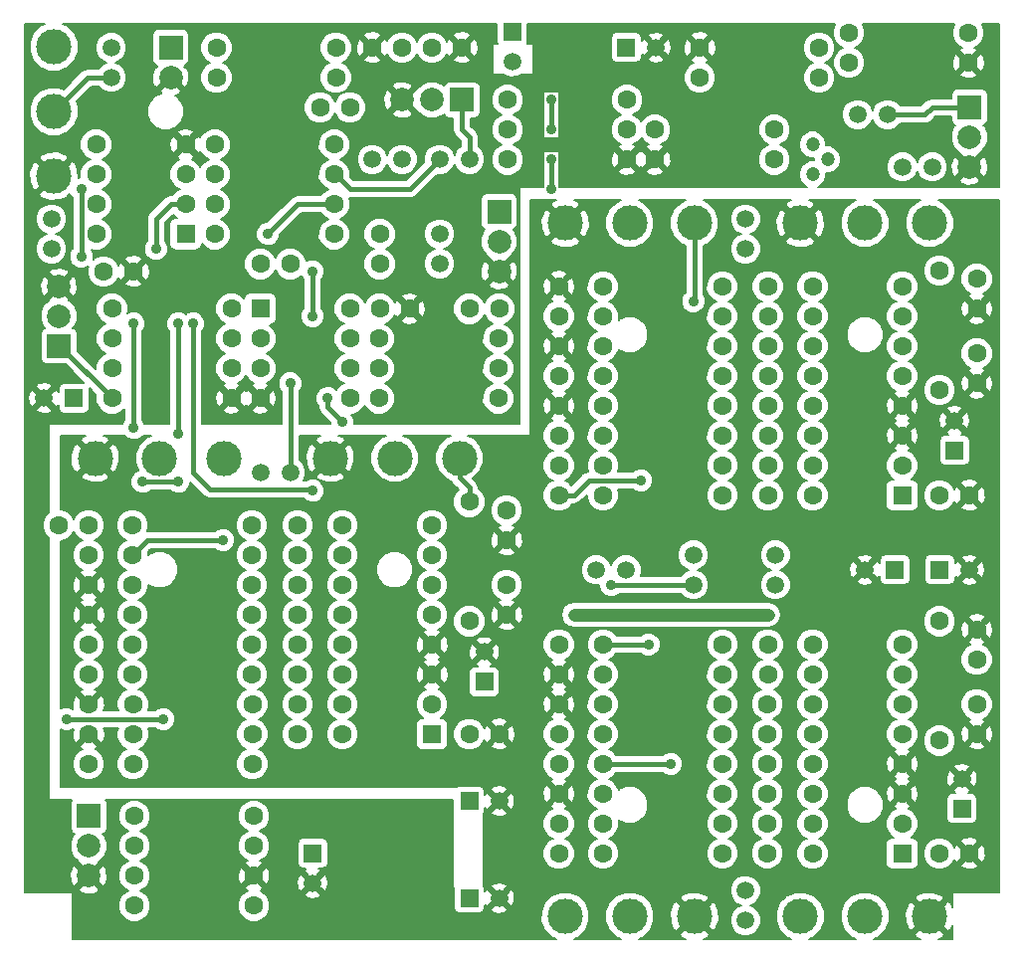
<source format=gbl>
G04 (created by PCBNEW (2013-jul-07)-stable) date So 13 Dez 2015 15:06:15 CET*
%MOIN*%
G04 Gerber Fmt 3.4, Leading zero omitted, Abs format*
%FSLAX34Y34*%
G01*
G70*
G90*
G04 APERTURE LIST*
%ADD10C,0.00590551*%
%ADD11C,0.11811*%
%ADD12C,0.0629921*%
%ADD13R,0.0787402X0.0787402*%
%ADD14C,0.0787402*%
%ADD15R,0.0629921X0.0629921*%
%ADD16C,0.0590551*%
%ADD17R,0.0590551X0.0590551*%
%ADD18C,0.0472441*%
%ADD19C,0.035*%
%ADD20C,0.015*%
%ADD21C,0.042*%
%ADD22C,0.005*%
G04 APERTURE END LIST*
G54D10*
G54D11*
X72834Y-29133D03*
X75000Y-29133D03*
X77165Y-29133D03*
X77165Y-52362D03*
X75000Y-52362D03*
X72834Y-52362D03*
X47834Y-27559D03*
X47834Y-25393D03*
X47834Y-23228D03*
X69291Y-52362D03*
X67125Y-52362D03*
X64960Y-52362D03*
X49212Y-37007D03*
X51377Y-37007D03*
X53543Y-37007D03*
X64960Y-29133D03*
X67125Y-29133D03*
X69291Y-29133D03*
X57086Y-37007D03*
X59251Y-37007D03*
X61417Y-37007D03*
G54D12*
X63031Y-25000D03*
X67031Y-25000D03*
X74471Y-23750D03*
X78471Y-23750D03*
X73469Y-23250D03*
X69469Y-23250D03*
X61750Y-42469D03*
X61750Y-38469D03*
X71969Y-27000D03*
X67969Y-27000D03*
X50531Y-50000D03*
X54531Y-50000D03*
X54469Y-40250D03*
X50469Y-40250D03*
X50531Y-51000D03*
X54531Y-51000D03*
X54469Y-39250D03*
X50469Y-39250D03*
X78469Y-22750D03*
X74469Y-22750D03*
X66221Y-49250D03*
X70221Y-49250D03*
X50481Y-47250D03*
X54481Y-47250D03*
X67971Y-26000D03*
X71971Y-26000D03*
X54469Y-44250D03*
X50469Y-44250D03*
X53281Y-23250D03*
X57281Y-23250D03*
X63031Y-27000D03*
X67031Y-27000D03*
X53281Y-24250D03*
X57281Y-24250D03*
X67029Y-26000D03*
X63029Y-26000D03*
X57219Y-26500D03*
X53219Y-26500D03*
X57219Y-29500D03*
X53219Y-29500D03*
X57219Y-27500D03*
X53219Y-27500D03*
X57219Y-28500D03*
X53219Y-28500D03*
X49781Y-32000D03*
X53781Y-32000D03*
X62719Y-33000D03*
X58719Y-33000D03*
X62719Y-35000D03*
X58719Y-35000D03*
X62719Y-34000D03*
X58719Y-34000D03*
X77500Y-46469D03*
X77500Y-42469D03*
X49781Y-35000D03*
X53781Y-35000D03*
X53779Y-34000D03*
X49779Y-34000D03*
X49781Y-33000D03*
X53781Y-33000D03*
X66221Y-35250D03*
X70221Y-35250D03*
X70219Y-32250D03*
X66219Y-32250D03*
X70219Y-31250D03*
X66219Y-31250D03*
X70219Y-33250D03*
X66219Y-33250D03*
X69471Y-24250D03*
X73471Y-24250D03*
X70219Y-36250D03*
X66219Y-36250D03*
X70219Y-34250D03*
X66219Y-34250D03*
X66221Y-37250D03*
X70221Y-37250D03*
X66221Y-38250D03*
X70221Y-38250D03*
X77500Y-34719D03*
X77500Y-30719D03*
X66221Y-43250D03*
X70221Y-43250D03*
X70219Y-46250D03*
X66219Y-46250D03*
X50481Y-45250D03*
X54481Y-45250D03*
X70219Y-45250D03*
X66219Y-45250D03*
X54469Y-43250D03*
X50469Y-43250D03*
X54469Y-41250D03*
X50469Y-41250D03*
X54469Y-42250D03*
X50469Y-42250D03*
X50481Y-46250D03*
X54481Y-46250D03*
X70219Y-44250D03*
X66219Y-44250D03*
X66221Y-50250D03*
X70221Y-50250D03*
X70219Y-48250D03*
X66219Y-48250D03*
X70219Y-47250D03*
X66219Y-47250D03*
G54D13*
X49000Y-49000D03*
G54D14*
X49000Y-50000D03*
X49000Y-51000D03*
G54D13*
X48000Y-33250D03*
G54D14*
X48000Y-32250D03*
X48000Y-31250D03*
G54D13*
X78500Y-25250D03*
G54D14*
X78500Y-26250D03*
X78500Y-27250D03*
G54D13*
X62750Y-28750D03*
G54D14*
X62750Y-29750D03*
X62750Y-30750D03*
G54D13*
X61500Y-25000D03*
G54D14*
X60500Y-25000D03*
X59500Y-25000D03*
G54D13*
X51750Y-23250D03*
G54D14*
X51750Y-24250D03*
G54D15*
X52250Y-29500D03*
G54D12*
X52250Y-28500D03*
X52250Y-27500D03*
X52250Y-26500D03*
X49250Y-26500D03*
X49250Y-27500D03*
X49250Y-28500D03*
X49250Y-29500D03*
G54D15*
X54750Y-32000D03*
G54D12*
X54750Y-33000D03*
X54750Y-34000D03*
X54750Y-35000D03*
X57750Y-35000D03*
X57750Y-34000D03*
X57750Y-33000D03*
X57750Y-32000D03*
G54D15*
X76250Y-38250D03*
G54D12*
X76250Y-37250D03*
X76250Y-36250D03*
X76250Y-35250D03*
X76250Y-34250D03*
X76250Y-33250D03*
X76250Y-32250D03*
X76250Y-31250D03*
X73250Y-31250D03*
X73250Y-32250D03*
X73250Y-33250D03*
X73250Y-34250D03*
X73250Y-35250D03*
X73250Y-36250D03*
X73250Y-37250D03*
X73250Y-38250D03*
G54D15*
X76250Y-50250D03*
G54D12*
X76250Y-49250D03*
X76250Y-48250D03*
X76250Y-47250D03*
X76250Y-46250D03*
X76250Y-45250D03*
X76250Y-44250D03*
X76250Y-43250D03*
X73250Y-43250D03*
X73250Y-44250D03*
X73250Y-45250D03*
X73250Y-46250D03*
X73250Y-47250D03*
X73250Y-48250D03*
X73250Y-49250D03*
X73250Y-50250D03*
G54D15*
X60500Y-46250D03*
G54D12*
X60500Y-45250D03*
X60500Y-44250D03*
X60500Y-43250D03*
X60500Y-42250D03*
X60500Y-41250D03*
X60500Y-40250D03*
X60500Y-39250D03*
X57500Y-39250D03*
X57500Y-40250D03*
X57500Y-41250D03*
X57500Y-42250D03*
X57500Y-43250D03*
X57500Y-44250D03*
X57500Y-45250D03*
X57500Y-46250D03*
X50531Y-52000D03*
X54531Y-52000D03*
X50531Y-49000D03*
X54531Y-49000D03*
G54D16*
X68000Y-23250D03*
G54D17*
X67000Y-23250D03*
G54D16*
X75000Y-40750D03*
G54D17*
X76000Y-40750D03*
G54D16*
X78000Y-35750D03*
G54D17*
X78000Y-36750D03*
G54D16*
X63188Y-23728D03*
G54D17*
X63188Y-22728D03*
G54D16*
X62750Y-51750D03*
G54D17*
X61750Y-51750D03*
G54D16*
X47500Y-35000D03*
G54D17*
X48500Y-35000D03*
G54D16*
X78250Y-47750D03*
G54D17*
X78250Y-48750D03*
G54D16*
X56500Y-51250D03*
G54D17*
X56500Y-50250D03*
G54D16*
X62250Y-43500D03*
G54D17*
X62250Y-44500D03*
G54D16*
X62750Y-48500D03*
G54D17*
X61750Y-48500D03*
G54D16*
X78500Y-40750D03*
G54D17*
X77500Y-40750D03*
G54D16*
X49750Y-24250D03*
X49750Y-23250D03*
X69250Y-40250D03*
X69250Y-41250D03*
X71000Y-29000D03*
X71000Y-30000D03*
X47750Y-29000D03*
X47750Y-30000D03*
X71000Y-52500D03*
X71000Y-51500D03*
X55750Y-37500D03*
X54750Y-37500D03*
X60750Y-29500D03*
X60750Y-30500D03*
X67000Y-40750D03*
X66000Y-40750D03*
X72000Y-40250D03*
X72000Y-41250D03*
G54D12*
X78500Y-38250D03*
X77500Y-38250D03*
X78750Y-45250D03*
X78750Y-46250D03*
X78750Y-43750D03*
X78750Y-42750D03*
X64750Y-34250D03*
X64750Y-33250D03*
X78750Y-33500D03*
X78750Y-34500D03*
X78500Y-50250D03*
X77500Y-50250D03*
X64750Y-43250D03*
X64750Y-44250D03*
X78750Y-31000D03*
X78750Y-32000D03*
X71750Y-31250D03*
X71750Y-32250D03*
X64750Y-37250D03*
X64750Y-38250D03*
X64750Y-32250D03*
X64750Y-31250D03*
X71750Y-38250D03*
X71750Y-37250D03*
X58750Y-32000D03*
X59750Y-32000D03*
X71750Y-36250D03*
X71750Y-35250D03*
X71750Y-33250D03*
X71750Y-34250D03*
X58750Y-30500D03*
X58750Y-29500D03*
X49000Y-44250D03*
X49000Y-45250D03*
X49500Y-30750D03*
X50500Y-30750D03*
X55750Y-30500D03*
X54750Y-30500D03*
X62750Y-32000D03*
X61750Y-32000D03*
X56750Y-25250D03*
X57750Y-25250D03*
X59500Y-23250D03*
X58500Y-23250D03*
X60500Y-23250D03*
X61500Y-23250D03*
X62750Y-46250D03*
X61750Y-46250D03*
X63000Y-41250D03*
X63000Y-42250D03*
X63000Y-38750D03*
X63000Y-39750D03*
X49000Y-40250D03*
X49000Y-41250D03*
X49000Y-47250D03*
X49000Y-46250D03*
X64750Y-36250D03*
X64750Y-35250D03*
X64750Y-47250D03*
X64750Y-48250D03*
X71750Y-43250D03*
X71750Y-44250D03*
X71735Y-45245D03*
X71735Y-46245D03*
X71735Y-48245D03*
X71735Y-47245D03*
X71735Y-50245D03*
X71735Y-49245D03*
X48000Y-39250D03*
X49000Y-39250D03*
X49000Y-43250D03*
X49000Y-42250D03*
X56000Y-46250D03*
X56000Y-45250D03*
X56000Y-44250D03*
X56000Y-43250D03*
X64750Y-46250D03*
X64750Y-45250D03*
X56000Y-41250D03*
X56000Y-42250D03*
X56000Y-39250D03*
X56000Y-40250D03*
X64750Y-49250D03*
X64750Y-50250D03*
G54D18*
X73750Y-27000D03*
X73250Y-27500D03*
X73250Y-26500D03*
G54D16*
X60750Y-27000D03*
X61750Y-27000D03*
X58500Y-27000D03*
X59500Y-27000D03*
X77250Y-27250D03*
X76250Y-27250D03*
X75750Y-25500D03*
X74750Y-25500D03*
G54D19*
X56500Y-32250D03*
X56500Y-30750D03*
X71250Y-42250D03*
X71750Y-42250D03*
X65750Y-42250D03*
X65250Y-42250D03*
X66250Y-42250D03*
X70750Y-42250D03*
X50500Y-32500D03*
X50500Y-36000D03*
X57000Y-35000D03*
X57500Y-35800D03*
X64500Y-28000D03*
X64500Y-27000D03*
X64500Y-26000D03*
X64500Y-25000D03*
X59500Y-50750D03*
X60750Y-49500D03*
X60750Y-48750D03*
X60000Y-48750D03*
X59250Y-48750D03*
X58500Y-48750D03*
X58500Y-49500D03*
X51250Y-30000D03*
X69250Y-31750D03*
X67500Y-37750D03*
X50800Y-37800D03*
X52000Y-37800D03*
X48750Y-30250D03*
X48750Y-28000D03*
X52000Y-32500D03*
X52000Y-36200D03*
X48250Y-45750D03*
X51500Y-45750D03*
X53500Y-39750D03*
X56500Y-38100D03*
X52500Y-32500D03*
X66500Y-41250D03*
X68500Y-47250D03*
X67750Y-43250D03*
X55000Y-29500D03*
X55750Y-34500D03*
G54D20*
X56500Y-30750D02*
X56500Y-32250D01*
G54D21*
X71750Y-42250D02*
X71250Y-42250D01*
X70750Y-42250D02*
X71250Y-42250D01*
X65750Y-42250D02*
X65250Y-42250D01*
X66250Y-42250D02*
X65750Y-42250D01*
X70750Y-42250D02*
X66250Y-42250D01*
G54D20*
X50500Y-35250D02*
X50500Y-32500D01*
X50500Y-36000D02*
X50500Y-35250D01*
X57000Y-35300D02*
X57000Y-35000D01*
X57500Y-35800D02*
X57000Y-35300D01*
X64500Y-27000D02*
X64500Y-28000D01*
X64500Y-25000D02*
X64500Y-26000D01*
X60750Y-48750D02*
X60750Y-49500D01*
X59250Y-48750D02*
X60000Y-48750D01*
X58500Y-49500D02*
X58500Y-48750D01*
X49750Y-24250D02*
X48978Y-24250D01*
X48978Y-24250D02*
X47834Y-25393D01*
X52250Y-28500D02*
X51750Y-28500D01*
X51250Y-29000D02*
X51250Y-30000D01*
X51750Y-28500D02*
X51250Y-29000D01*
X69291Y-29133D02*
X69291Y-31708D01*
X69291Y-31708D02*
X69250Y-31750D01*
X67500Y-37750D02*
X65750Y-37750D01*
X65750Y-37750D02*
X65250Y-38250D01*
X65250Y-38250D02*
X64750Y-38250D01*
X50800Y-37800D02*
X52000Y-37800D01*
X48750Y-28000D02*
X48750Y-30250D01*
X52000Y-32500D02*
X52000Y-34500D01*
X52000Y-34500D02*
X52000Y-36200D01*
X51500Y-45750D02*
X48250Y-45750D01*
X61417Y-37007D02*
X61417Y-37667D01*
X61750Y-38000D02*
X61750Y-38469D01*
X61417Y-37667D02*
X61750Y-38000D01*
X61500Y-25000D02*
X61500Y-26000D01*
X61750Y-26250D02*
X61750Y-27000D01*
X61500Y-26000D02*
X61750Y-26250D01*
X53500Y-39750D02*
X50969Y-39750D01*
X50969Y-39750D02*
X50469Y-40250D01*
X75750Y-25500D02*
X77000Y-25500D01*
X77250Y-25250D02*
X78500Y-25250D01*
X77000Y-25500D02*
X77250Y-25250D01*
X48000Y-33250D02*
X48031Y-33250D01*
X48031Y-33250D02*
X49781Y-35000D01*
X52500Y-32500D02*
X52500Y-35500D01*
X52500Y-35500D02*
X52500Y-37500D01*
X52500Y-37500D02*
X53050Y-38050D01*
X53050Y-38050D02*
X56500Y-38050D01*
X69250Y-41250D02*
X66500Y-41250D01*
X68500Y-47250D02*
X66219Y-47250D01*
X57219Y-27500D02*
X57250Y-27500D01*
X59750Y-28000D02*
X60750Y-27000D01*
X57750Y-28000D02*
X59750Y-28000D01*
X57250Y-27500D02*
X57750Y-28000D01*
X67750Y-43250D02*
X66221Y-43250D01*
X57219Y-28500D02*
X56000Y-28500D01*
X56000Y-28500D02*
X55000Y-29500D01*
X55750Y-37500D02*
X55750Y-34500D01*
G54D10*
G36*
X79502Y-51549D02*
X79297Y-51549D01*
X79297Y-46304D01*
X79297Y-42804D01*
X79297Y-34554D01*
X79297Y-32054D01*
X79290Y-31974D01*
X79290Y-30893D01*
X79208Y-30694D01*
X79056Y-30542D01*
X78857Y-30460D01*
X78643Y-30459D01*
X78444Y-30541D01*
X78292Y-30693D01*
X78210Y-30892D01*
X78209Y-31106D01*
X78291Y-31305D01*
X78443Y-31457D01*
X78535Y-31495D01*
X78490Y-31514D01*
X78457Y-31601D01*
X78750Y-31893D01*
X79042Y-31601D01*
X79009Y-31514D01*
X78957Y-31498D01*
X79055Y-31458D01*
X79207Y-31306D01*
X79289Y-31107D01*
X79290Y-30893D01*
X79290Y-31974D01*
X79276Y-31840D01*
X79235Y-31740D01*
X79148Y-31707D01*
X78856Y-32000D01*
X79148Y-32292D01*
X79235Y-32259D01*
X79297Y-32054D01*
X79297Y-34554D01*
X79290Y-34474D01*
X79290Y-33393D01*
X79208Y-33194D01*
X79056Y-33042D01*
X79042Y-33036D01*
X79042Y-32398D01*
X78750Y-32106D01*
X78643Y-32212D01*
X78643Y-32000D01*
X78351Y-31707D01*
X78264Y-31740D01*
X78202Y-31945D01*
X78223Y-32159D01*
X78264Y-32259D01*
X78351Y-32292D01*
X78643Y-32000D01*
X78643Y-32212D01*
X78457Y-32398D01*
X78490Y-32485D01*
X78695Y-32547D01*
X78909Y-32526D01*
X79009Y-32485D01*
X79042Y-32398D01*
X79042Y-33036D01*
X78857Y-32960D01*
X78643Y-32959D01*
X78444Y-33041D01*
X78292Y-33193D01*
X78210Y-33392D01*
X78209Y-33606D01*
X78291Y-33805D01*
X78443Y-33957D01*
X78535Y-33995D01*
X78490Y-34014D01*
X78457Y-34101D01*
X78750Y-34393D01*
X79042Y-34101D01*
X79009Y-34014D01*
X78957Y-33998D01*
X79055Y-33958D01*
X79207Y-33806D01*
X79289Y-33607D01*
X79290Y-33393D01*
X79290Y-34474D01*
X79276Y-34340D01*
X79235Y-34240D01*
X79148Y-34207D01*
X78856Y-34500D01*
X79148Y-34792D01*
X79235Y-34759D01*
X79297Y-34554D01*
X79297Y-42804D01*
X79276Y-42590D01*
X79235Y-42490D01*
X79148Y-42457D01*
X79047Y-42558D01*
X79047Y-38304D01*
X79042Y-38249D01*
X79042Y-34898D01*
X78750Y-34606D01*
X78643Y-34712D01*
X78643Y-34500D01*
X78351Y-34207D01*
X78264Y-34240D01*
X78202Y-34445D01*
X78223Y-34659D01*
X78264Y-34759D01*
X78351Y-34792D01*
X78643Y-34500D01*
X78643Y-34712D01*
X78457Y-34898D01*
X78490Y-34985D01*
X78695Y-35047D01*
X78909Y-35026D01*
X79009Y-34985D01*
X79042Y-34898D01*
X79042Y-38249D01*
X79026Y-38090D01*
X78985Y-37990D01*
X78898Y-37957D01*
X78792Y-38063D01*
X78792Y-37851D01*
X78759Y-37764D01*
X78554Y-37702D01*
X78528Y-37704D01*
X78528Y-35799D01*
X78506Y-35593D01*
X78468Y-35502D01*
X78384Y-35471D01*
X78278Y-35577D01*
X78278Y-35365D01*
X78247Y-35281D01*
X78049Y-35221D01*
X78040Y-35222D01*
X78040Y-34612D01*
X78040Y-30612D01*
X77958Y-30413D01*
X77806Y-30261D01*
X77607Y-30179D01*
X77393Y-30178D01*
X77194Y-30260D01*
X77042Y-30412D01*
X76960Y-30611D01*
X76959Y-30825D01*
X77041Y-31024D01*
X77193Y-31176D01*
X77392Y-31258D01*
X77606Y-31259D01*
X77805Y-31177D01*
X77957Y-31025D01*
X78039Y-30826D01*
X78040Y-30612D01*
X78040Y-34612D01*
X77958Y-34413D01*
X77806Y-34261D01*
X77607Y-34179D01*
X77393Y-34178D01*
X77194Y-34260D01*
X77042Y-34412D01*
X76960Y-34611D01*
X76959Y-34825D01*
X77041Y-35024D01*
X77193Y-35176D01*
X77392Y-35258D01*
X77606Y-35259D01*
X77805Y-35177D01*
X77957Y-35025D01*
X78039Y-34826D01*
X78040Y-34612D01*
X78040Y-35222D01*
X77843Y-35243D01*
X77752Y-35281D01*
X77721Y-35365D01*
X78000Y-35643D01*
X78278Y-35365D01*
X78278Y-35577D01*
X78106Y-35750D01*
X78384Y-36028D01*
X78468Y-35997D01*
X78528Y-35799D01*
X78528Y-37704D01*
X78520Y-37705D01*
X78520Y-37000D01*
X78520Y-36410D01*
X78486Y-36327D01*
X78422Y-36264D01*
X78340Y-36229D01*
X78250Y-36229D01*
X78222Y-36229D01*
X78247Y-36218D01*
X78278Y-36134D01*
X78000Y-35856D01*
X77893Y-35962D01*
X77893Y-35750D01*
X77615Y-35471D01*
X77531Y-35502D01*
X77471Y-35700D01*
X77493Y-35906D01*
X77531Y-35997D01*
X77615Y-36028D01*
X77893Y-35750D01*
X77893Y-35962D01*
X77721Y-36134D01*
X77752Y-36218D01*
X77788Y-36229D01*
X77660Y-36229D01*
X77577Y-36263D01*
X77514Y-36327D01*
X77479Y-36409D01*
X77479Y-36499D01*
X77479Y-37089D01*
X77513Y-37172D01*
X77577Y-37235D01*
X77659Y-37270D01*
X77749Y-37270D01*
X78339Y-37270D01*
X78422Y-37236D01*
X78485Y-37172D01*
X78520Y-37090D01*
X78520Y-37000D01*
X78520Y-37705D01*
X78340Y-37723D01*
X78240Y-37764D01*
X78207Y-37851D01*
X78500Y-38143D01*
X78792Y-37851D01*
X78792Y-38063D01*
X78606Y-38250D01*
X78898Y-38542D01*
X78985Y-38509D01*
X79047Y-38304D01*
X79047Y-42558D01*
X79042Y-42563D01*
X79042Y-42351D01*
X79028Y-42313D01*
X79028Y-40799D01*
X79006Y-40593D01*
X78968Y-40502D01*
X78884Y-40471D01*
X78792Y-40563D01*
X78792Y-38648D01*
X78500Y-38356D01*
X78393Y-38462D01*
X78393Y-38250D01*
X78101Y-37957D01*
X78014Y-37990D01*
X77998Y-38042D01*
X77958Y-37944D01*
X77806Y-37792D01*
X77607Y-37710D01*
X77393Y-37709D01*
X77194Y-37791D01*
X77042Y-37943D01*
X76960Y-38142D01*
X76959Y-38356D01*
X77041Y-38555D01*
X77193Y-38707D01*
X77392Y-38789D01*
X77606Y-38790D01*
X77805Y-38708D01*
X77957Y-38556D01*
X77995Y-38464D01*
X78014Y-38509D01*
X78101Y-38542D01*
X78393Y-38250D01*
X78393Y-38462D01*
X78207Y-38648D01*
X78240Y-38735D01*
X78445Y-38797D01*
X78659Y-38776D01*
X78759Y-38735D01*
X78792Y-38648D01*
X78792Y-40563D01*
X78778Y-40577D01*
X78778Y-40365D01*
X78747Y-40281D01*
X78549Y-40221D01*
X78343Y-40243D01*
X78252Y-40281D01*
X78221Y-40365D01*
X78500Y-40643D01*
X78778Y-40365D01*
X78778Y-40577D01*
X78606Y-40750D01*
X78884Y-41028D01*
X78968Y-40997D01*
X79028Y-40799D01*
X79028Y-42313D01*
X79009Y-42264D01*
X78804Y-42202D01*
X78778Y-42204D01*
X78778Y-41134D01*
X78500Y-40856D01*
X78393Y-40962D01*
X78393Y-40750D01*
X78115Y-40471D01*
X78031Y-40502D01*
X78020Y-40538D01*
X78020Y-40410D01*
X77986Y-40327D01*
X77922Y-40264D01*
X77840Y-40229D01*
X77750Y-40229D01*
X77160Y-40229D01*
X77077Y-40263D01*
X77014Y-40327D01*
X76979Y-40409D01*
X76979Y-40499D01*
X76979Y-41089D01*
X77013Y-41172D01*
X77077Y-41235D01*
X77159Y-41270D01*
X77249Y-41270D01*
X77839Y-41270D01*
X77922Y-41236D01*
X77985Y-41172D01*
X78020Y-41090D01*
X78020Y-41000D01*
X78020Y-40972D01*
X78031Y-40997D01*
X78115Y-41028D01*
X78393Y-40750D01*
X78393Y-40962D01*
X78221Y-41134D01*
X78252Y-41218D01*
X78450Y-41278D01*
X78656Y-41256D01*
X78747Y-41218D01*
X78778Y-41134D01*
X78778Y-42204D01*
X78590Y-42223D01*
X78490Y-42264D01*
X78457Y-42351D01*
X78750Y-42643D01*
X79042Y-42351D01*
X79042Y-42563D01*
X78856Y-42750D01*
X79148Y-43042D01*
X79235Y-43009D01*
X79297Y-42804D01*
X79297Y-46304D01*
X79290Y-46224D01*
X79290Y-45143D01*
X79290Y-43643D01*
X79208Y-43444D01*
X79056Y-43292D01*
X78964Y-43254D01*
X79009Y-43235D01*
X79042Y-43148D01*
X78750Y-42856D01*
X78643Y-42962D01*
X78643Y-42750D01*
X78351Y-42457D01*
X78264Y-42490D01*
X78202Y-42695D01*
X78223Y-42909D01*
X78264Y-43009D01*
X78351Y-43042D01*
X78643Y-42750D01*
X78643Y-42962D01*
X78457Y-43148D01*
X78490Y-43235D01*
X78542Y-43251D01*
X78444Y-43291D01*
X78292Y-43443D01*
X78210Y-43642D01*
X78209Y-43856D01*
X78291Y-44055D01*
X78443Y-44207D01*
X78642Y-44289D01*
X78856Y-44290D01*
X79055Y-44208D01*
X79207Y-44056D01*
X79289Y-43857D01*
X79290Y-43643D01*
X79290Y-45143D01*
X79208Y-44944D01*
X79056Y-44792D01*
X78857Y-44710D01*
X78643Y-44709D01*
X78444Y-44791D01*
X78292Y-44943D01*
X78210Y-45142D01*
X78209Y-45356D01*
X78291Y-45555D01*
X78443Y-45707D01*
X78535Y-45745D01*
X78490Y-45764D01*
X78457Y-45851D01*
X78750Y-46143D01*
X79042Y-45851D01*
X79009Y-45764D01*
X78957Y-45748D01*
X79055Y-45708D01*
X79207Y-45556D01*
X79289Y-45357D01*
X79290Y-45143D01*
X79290Y-46224D01*
X79276Y-46090D01*
X79235Y-45990D01*
X79148Y-45957D01*
X78856Y-46250D01*
X79148Y-46542D01*
X79235Y-46509D01*
X79297Y-46304D01*
X79297Y-51549D01*
X79047Y-51549D01*
X79047Y-50304D01*
X79042Y-50249D01*
X79042Y-46648D01*
X78750Y-46356D01*
X78643Y-46462D01*
X78643Y-46250D01*
X78351Y-45957D01*
X78264Y-45990D01*
X78202Y-46195D01*
X78223Y-46409D01*
X78264Y-46509D01*
X78351Y-46542D01*
X78643Y-46250D01*
X78643Y-46462D01*
X78457Y-46648D01*
X78490Y-46735D01*
X78695Y-46797D01*
X78909Y-46776D01*
X79009Y-46735D01*
X79042Y-46648D01*
X79042Y-50249D01*
X79026Y-50090D01*
X78985Y-49990D01*
X78898Y-49957D01*
X78792Y-50063D01*
X78792Y-49851D01*
X78778Y-49813D01*
X78778Y-47799D01*
X78756Y-47593D01*
X78718Y-47502D01*
X78634Y-47471D01*
X78528Y-47577D01*
X78528Y-47365D01*
X78497Y-47281D01*
X78299Y-47221D01*
X78093Y-47243D01*
X78040Y-47265D01*
X78040Y-46362D01*
X78040Y-42362D01*
X77958Y-42163D01*
X77806Y-42011D01*
X77607Y-41929D01*
X77393Y-41928D01*
X77194Y-42010D01*
X77042Y-42162D01*
X76960Y-42361D01*
X76959Y-42575D01*
X77041Y-42774D01*
X77193Y-42926D01*
X77392Y-43008D01*
X77606Y-43009D01*
X77805Y-42927D01*
X77957Y-42775D01*
X78039Y-42576D01*
X78040Y-42362D01*
X78040Y-46362D01*
X77958Y-46163D01*
X77806Y-46011D01*
X77607Y-45929D01*
X77393Y-45928D01*
X77194Y-46010D01*
X77042Y-46162D01*
X76960Y-46361D01*
X76959Y-46575D01*
X77041Y-46774D01*
X77193Y-46926D01*
X77392Y-47008D01*
X77606Y-47009D01*
X77805Y-46927D01*
X77957Y-46775D01*
X78039Y-46576D01*
X78040Y-46362D01*
X78040Y-47265D01*
X78002Y-47281D01*
X77971Y-47365D01*
X78250Y-47643D01*
X78528Y-47365D01*
X78528Y-47577D01*
X78356Y-47750D01*
X78634Y-48028D01*
X78718Y-47997D01*
X78778Y-47799D01*
X78778Y-49813D01*
X78770Y-49792D01*
X78770Y-49000D01*
X78770Y-48410D01*
X78736Y-48327D01*
X78672Y-48264D01*
X78590Y-48229D01*
X78500Y-48229D01*
X78472Y-48229D01*
X78497Y-48218D01*
X78528Y-48134D01*
X78250Y-47856D01*
X78143Y-47962D01*
X78143Y-47750D01*
X77865Y-47471D01*
X77781Y-47502D01*
X77721Y-47700D01*
X77743Y-47906D01*
X77781Y-47997D01*
X77865Y-48028D01*
X78143Y-47750D01*
X78143Y-47962D01*
X77971Y-48134D01*
X78002Y-48218D01*
X78038Y-48229D01*
X77910Y-48229D01*
X77827Y-48263D01*
X77764Y-48327D01*
X77729Y-48409D01*
X77729Y-48499D01*
X77729Y-49089D01*
X77763Y-49172D01*
X77827Y-49235D01*
X77909Y-49270D01*
X77999Y-49270D01*
X78589Y-49270D01*
X78672Y-49236D01*
X78735Y-49172D01*
X78770Y-49090D01*
X78770Y-49000D01*
X78770Y-49792D01*
X78759Y-49764D01*
X78554Y-49702D01*
X78340Y-49723D01*
X78240Y-49764D01*
X78207Y-49851D01*
X78500Y-50143D01*
X78792Y-49851D01*
X78792Y-50063D01*
X78606Y-50250D01*
X78898Y-50542D01*
X78985Y-50509D01*
X79047Y-50304D01*
X79047Y-51549D01*
X78792Y-51549D01*
X78792Y-50648D01*
X78500Y-50356D01*
X78393Y-50462D01*
X78393Y-50250D01*
X78101Y-49957D01*
X78014Y-49990D01*
X77998Y-50042D01*
X77958Y-49944D01*
X77806Y-49792D01*
X77607Y-49710D01*
X77393Y-49709D01*
X77194Y-49791D01*
X77042Y-49943D01*
X76960Y-50142D01*
X76959Y-50356D01*
X77041Y-50555D01*
X77193Y-50707D01*
X77392Y-50789D01*
X77606Y-50790D01*
X77805Y-50708D01*
X77957Y-50556D01*
X77995Y-50464D01*
X78014Y-50509D01*
X78101Y-50542D01*
X78393Y-50250D01*
X78393Y-50462D01*
X78207Y-50648D01*
X78240Y-50735D01*
X78445Y-50797D01*
X78659Y-50776D01*
X78759Y-50735D01*
X78792Y-50648D01*
X78792Y-51549D01*
X77927Y-51549D01*
X77927Y-52052D01*
X77879Y-51936D01*
X77764Y-51869D01*
X77657Y-51975D01*
X77657Y-51763D01*
X77591Y-51648D01*
X77285Y-51539D01*
X76961Y-51555D01*
X76797Y-51623D01*
X76797Y-48304D01*
X76797Y-47304D01*
X76797Y-36304D01*
X76797Y-35304D01*
X76790Y-35224D01*
X76790Y-34143D01*
X76708Y-33944D01*
X76556Y-33792D01*
X76453Y-33749D01*
X76555Y-33708D01*
X76707Y-33556D01*
X76789Y-33357D01*
X76790Y-33143D01*
X76708Y-32944D01*
X76556Y-32792D01*
X76453Y-32749D01*
X76555Y-32708D01*
X76707Y-32556D01*
X76789Y-32357D01*
X76790Y-32143D01*
X76708Y-31944D01*
X76556Y-31792D01*
X76453Y-31749D01*
X76555Y-31708D01*
X76707Y-31556D01*
X76789Y-31357D01*
X76790Y-31143D01*
X76708Y-30944D01*
X76556Y-30792D01*
X76357Y-30710D01*
X76143Y-30709D01*
X75944Y-30791D01*
X75792Y-30943D01*
X75710Y-31142D01*
X75709Y-31356D01*
X75791Y-31555D01*
X75943Y-31707D01*
X76046Y-31750D01*
X75944Y-31791D01*
X75792Y-31943D01*
X75710Y-32142D01*
X75709Y-32356D01*
X75791Y-32555D01*
X75943Y-32707D01*
X76046Y-32750D01*
X75944Y-32791D01*
X75792Y-32943D01*
X75710Y-33142D01*
X75709Y-33356D01*
X75791Y-33555D01*
X75943Y-33707D01*
X76046Y-33750D01*
X75944Y-33791D01*
X75792Y-33943D01*
X75710Y-34142D01*
X75709Y-34356D01*
X75791Y-34555D01*
X75943Y-34707D01*
X76035Y-34745D01*
X75990Y-34764D01*
X75957Y-34851D01*
X76250Y-35143D01*
X76542Y-34851D01*
X76509Y-34764D01*
X76457Y-34748D01*
X76555Y-34708D01*
X76707Y-34556D01*
X76789Y-34357D01*
X76790Y-34143D01*
X76790Y-35224D01*
X76776Y-35090D01*
X76735Y-34990D01*
X76648Y-34957D01*
X76356Y-35250D01*
X76648Y-35542D01*
X76735Y-35509D01*
X76797Y-35304D01*
X76797Y-36304D01*
X76776Y-36090D01*
X76735Y-35990D01*
X76648Y-35957D01*
X76542Y-36063D01*
X76542Y-35851D01*
X76509Y-35764D01*
X76469Y-35752D01*
X76509Y-35735D01*
X76542Y-35648D01*
X76250Y-35356D01*
X76143Y-35462D01*
X76143Y-35250D01*
X75851Y-34957D01*
X75764Y-34990D01*
X75702Y-35195D01*
X75723Y-35409D01*
X75764Y-35509D01*
X75851Y-35542D01*
X76143Y-35250D01*
X76143Y-35462D01*
X75957Y-35648D01*
X75990Y-35735D01*
X76030Y-35747D01*
X75990Y-35764D01*
X75957Y-35851D01*
X76250Y-36143D01*
X76542Y-35851D01*
X76542Y-36063D01*
X76356Y-36250D01*
X76648Y-36542D01*
X76735Y-36509D01*
X76797Y-36304D01*
X76797Y-47304D01*
X76790Y-47224D01*
X76790Y-46143D01*
X76708Y-45944D01*
X76556Y-45792D01*
X76453Y-45749D01*
X76555Y-45708D01*
X76707Y-45556D01*
X76789Y-45357D01*
X76790Y-45143D01*
X76708Y-44944D01*
X76556Y-44792D01*
X76453Y-44749D01*
X76555Y-44708D01*
X76707Y-44556D01*
X76789Y-44357D01*
X76790Y-44143D01*
X76708Y-43944D01*
X76556Y-43792D01*
X76453Y-43749D01*
X76555Y-43708D01*
X76707Y-43556D01*
X76789Y-43357D01*
X76790Y-43143D01*
X76790Y-37143D01*
X76708Y-36944D01*
X76556Y-36792D01*
X76464Y-36754D01*
X76509Y-36735D01*
X76542Y-36648D01*
X76250Y-36356D01*
X76143Y-36462D01*
X76143Y-36250D01*
X75851Y-35957D01*
X75764Y-35990D01*
X75702Y-36195D01*
X75723Y-36409D01*
X75764Y-36509D01*
X75851Y-36542D01*
X76143Y-36250D01*
X76143Y-36462D01*
X75957Y-36648D01*
X75990Y-36735D01*
X76042Y-36751D01*
X75944Y-36791D01*
X75792Y-36943D01*
X75710Y-37142D01*
X75709Y-37356D01*
X75791Y-37555D01*
X75943Y-37707D01*
X75949Y-37710D01*
X75890Y-37710D01*
X75807Y-37744D01*
X75744Y-37807D01*
X75710Y-37890D01*
X75710Y-37979D01*
X75710Y-38609D01*
X75744Y-38692D01*
X75807Y-38755D01*
X75890Y-38789D01*
X75979Y-38789D01*
X76609Y-38789D01*
X76692Y-38755D01*
X76755Y-38692D01*
X76789Y-38609D01*
X76789Y-38520D01*
X76789Y-37890D01*
X76755Y-37807D01*
X76692Y-37744D01*
X76609Y-37710D01*
X76550Y-37710D01*
X76555Y-37708D01*
X76707Y-37556D01*
X76789Y-37357D01*
X76790Y-37143D01*
X76790Y-43143D01*
X76708Y-42944D01*
X76556Y-42792D01*
X76520Y-42777D01*
X76520Y-41000D01*
X76520Y-40410D01*
X76486Y-40327D01*
X76422Y-40264D01*
X76340Y-40229D01*
X76250Y-40229D01*
X75660Y-40229D01*
X75618Y-40246D01*
X75618Y-32751D01*
X75524Y-32524D01*
X75350Y-32349D01*
X75123Y-32255D01*
X74877Y-32255D01*
X74649Y-32349D01*
X74475Y-32523D01*
X74381Y-32750D01*
X74381Y-32996D01*
X74475Y-33224D01*
X74649Y-33398D01*
X74876Y-33492D01*
X75122Y-33492D01*
X75350Y-33398D01*
X75524Y-33224D01*
X75618Y-32997D01*
X75618Y-32751D01*
X75618Y-40246D01*
X75577Y-40263D01*
X75514Y-40327D01*
X75479Y-40409D01*
X75479Y-40499D01*
X75479Y-40527D01*
X75468Y-40502D01*
X75384Y-40471D01*
X75278Y-40577D01*
X75278Y-40365D01*
X75247Y-40281D01*
X75049Y-40221D01*
X74843Y-40243D01*
X74752Y-40281D01*
X74721Y-40365D01*
X75000Y-40643D01*
X75278Y-40365D01*
X75278Y-40577D01*
X75106Y-40750D01*
X75384Y-41028D01*
X75468Y-40997D01*
X75479Y-40961D01*
X75479Y-41089D01*
X75513Y-41172D01*
X75577Y-41235D01*
X75659Y-41270D01*
X75749Y-41270D01*
X76339Y-41270D01*
X76422Y-41236D01*
X76485Y-41172D01*
X76520Y-41090D01*
X76520Y-41000D01*
X76520Y-42777D01*
X76357Y-42710D01*
X76143Y-42709D01*
X75944Y-42791D01*
X75792Y-42943D01*
X75710Y-43142D01*
X75709Y-43356D01*
X75791Y-43555D01*
X75943Y-43707D01*
X76046Y-43750D01*
X75944Y-43791D01*
X75792Y-43943D01*
X75710Y-44142D01*
X75709Y-44356D01*
X75791Y-44555D01*
X75943Y-44707D01*
X76046Y-44750D01*
X75944Y-44791D01*
X75792Y-44943D01*
X75710Y-45142D01*
X75709Y-45356D01*
X75791Y-45555D01*
X75943Y-45707D01*
X76046Y-45750D01*
X75944Y-45791D01*
X75792Y-45943D01*
X75710Y-46142D01*
X75709Y-46356D01*
X75791Y-46555D01*
X75943Y-46707D01*
X76035Y-46745D01*
X75990Y-46764D01*
X75957Y-46851D01*
X76250Y-47143D01*
X76542Y-46851D01*
X76509Y-46764D01*
X76457Y-46748D01*
X76555Y-46708D01*
X76707Y-46556D01*
X76789Y-46357D01*
X76790Y-46143D01*
X76790Y-47224D01*
X76776Y-47090D01*
X76735Y-46990D01*
X76648Y-46957D01*
X76356Y-47250D01*
X76648Y-47542D01*
X76735Y-47509D01*
X76797Y-47304D01*
X76797Y-48304D01*
X76776Y-48090D01*
X76735Y-47990D01*
X76648Y-47957D01*
X76542Y-48063D01*
X76542Y-47851D01*
X76509Y-47764D01*
X76469Y-47752D01*
X76509Y-47735D01*
X76542Y-47648D01*
X76250Y-47356D01*
X76143Y-47462D01*
X76143Y-47250D01*
X75851Y-46957D01*
X75764Y-46990D01*
X75702Y-47195D01*
X75723Y-47409D01*
X75764Y-47509D01*
X75851Y-47542D01*
X76143Y-47250D01*
X76143Y-47462D01*
X75957Y-47648D01*
X75990Y-47735D01*
X76030Y-47747D01*
X75990Y-47764D01*
X75957Y-47851D01*
X76250Y-48143D01*
X76542Y-47851D01*
X76542Y-48063D01*
X76356Y-48250D01*
X76648Y-48542D01*
X76735Y-48509D01*
X76797Y-48304D01*
X76797Y-51623D01*
X76790Y-51627D01*
X76790Y-49143D01*
X76708Y-48944D01*
X76556Y-48792D01*
X76464Y-48754D01*
X76509Y-48735D01*
X76542Y-48648D01*
X76250Y-48356D01*
X76143Y-48462D01*
X76143Y-48250D01*
X75851Y-47957D01*
X75764Y-47990D01*
X75702Y-48195D01*
X75723Y-48409D01*
X75764Y-48509D01*
X75851Y-48542D01*
X76143Y-48250D01*
X76143Y-48462D01*
X75957Y-48648D01*
X75990Y-48735D01*
X76042Y-48751D01*
X75944Y-48791D01*
X75792Y-48943D01*
X75710Y-49142D01*
X75709Y-49356D01*
X75791Y-49555D01*
X75943Y-49707D01*
X75949Y-49710D01*
X75890Y-49710D01*
X75807Y-49744D01*
X75744Y-49807D01*
X75710Y-49890D01*
X75710Y-49979D01*
X75710Y-50609D01*
X75744Y-50692D01*
X75807Y-50755D01*
X75890Y-50789D01*
X75979Y-50789D01*
X76609Y-50789D01*
X76692Y-50755D01*
X76755Y-50692D01*
X76789Y-50609D01*
X76789Y-50520D01*
X76789Y-49890D01*
X76755Y-49807D01*
X76692Y-49744D01*
X76609Y-49710D01*
X76550Y-49710D01*
X76555Y-49708D01*
X76707Y-49556D01*
X76789Y-49357D01*
X76790Y-49143D01*
X76790Y-51627D01*
X76739Y-51648D01*
X76672Y-51763D01*
X77165Y-52256D01*
X77657Y-51763D01*
X77657Y-51975D01*
X77271Y-52362D01*
X77764Y-52854D01*
X77879Y-52788D01*
X77927Y-52652D01*
X77927Y-53124D01*
X77474Y-53124D01*
X77591Y-53076D01*
X77657Y-52960D01*
X77165Y-52468D01*
X77059Y-52574D01*
X77059Y-52362D01*
X76566Y-51869D01*
X76451Y-51936D01*
X76342Y-52241D01*
X76359Y-52565D01*
X76451Y-52788D01*
X76566Y-52854D01*
X77059Y-52362D01*
X77059Y-52574D01*
X76672Y-52960D01*
X76739Y-53076D01*
X76875Y-53124D01*
X75290Y-53124D01*
X75461Y-53053D01*
X75690Y-52824D01*
X75815Y-52525D01*
X75815Y-52200D01*
X75691Y-51900D01*
X75618Y-51827D01*
X75618Y-48499D01*
X75524Y-48272D01*
X75350Y-48097D01*
X75278Y-48067D01*
X75278Y-41134D01*
X75000Y-40856D01*
X74893Y-40962D01*
X74893Y-40750D01*
X74615Y-40471D01*
X74531Y-40502D01*
X74471Y-40700D01*
X74493Y-40906D01*
X74531Y-40997D01*
X74615Y-41028D01*
X74893Y-40750D01*
X74893Y-40962D01*
X74721Y-41134D01*
X74752Y-41218D01*
X74950Y-41278D01*
X75156Y-41256D01*
X75247Y-41218D01*
X75278Y-41134D01*
X75278Y-48067D01*
X75123Y-48003D01*
X74877Y-48003D01*
X74649Y-48097D01*
X74475Y-48271D01*
X74381Y-48498D01*
X74381Y-48744D01*
X74475Y-48972D01*
X74649Y-49146D01*
X74876Y-49240D01*
X75122Y-49240D01*
X75350Y-49146D01*
X75524Y-48972D01*
X75618Y-48745D01*
X75618Y-48499D01*
X75618Y-51827D01*
X75462Y-51671D01*
X75162Y-51546D01*
X74838Y-51546D01*
X74538Y-51670D01*
X74309Y-51899D01*
X74184Y-52199D01*
X74184Y-52523D01*
X74308Y-52823D01*
X74537Y-53053D01*
X74709Y-53124D01*
X73790Y-53124D01*
X73790Y-50143D01*
X73708Y-49944D01*
X73556Y-49792D01*
X73453Y-49749D01*
X73555Y-49708D01*
X73707Y-49556D01*
X73789Y-49357D01*
X73790Y-49143D01*
X73708Y-48944D01*
X73556Y-48792D01*
X73453Y-48749D01*
X73555Y-48708D01*
X73707Y-48556D01*
X73789Y-48357D01*
X73790Y-48143D01*
X73708Y-47944D01*
X73556Y-47792D01*
X73453Y-47749D01*
X73555Y-47708D01*
X73707Y-47556D01*
X73789Y-47357D01*
X73790Y-47143D01*
X73708Y-46944D01*
X73556Y-46792D01*
X73453Y-46749D01*
X73555Y-46708D01*
X73707Y-46556D01*
X73789Y-46357D01*
X73790Y-46143D01*
X73708Y-45944D01*
X73556Y-45792D01*
X73453Y-45749D01*
X73555Y-45708D01*
X73707Y-45556D01*
X73789Y-45357D01*
X73790Y-45143D01*
X73708Y-44944D01*
X73556Y-44792D01*
X73453Y-44749D01*
X73555Y-44708D01*
X73707Y-44556D01*
X73789Y-44357D01*
X73790Y-44143D01*
X73708Y-43944D01*
X73556Y-43792D01*
X73453Y-43749D01*
X73555Y-43708D01*
X73707Y-43556D01*
X73789Y-43357D01*
X73790Y-43143D01*
X73790Y-38143D01*
X73708Y-37944D01*
X73556Y-37792D01*
X73453Y-37749D01*
X73555Y-37708D01*
X73707Y-37556D01*
X73789Y-37357D01*
X73790Y-37143D01*
X73708Y-36944D01*
X73556Y-36792D01*
X73453Y-36749D01*
X73555Y-36708D01*
X73707Y-36556D01*
X73789Y-36357D01*
X73790Y-36143D01*
X73708Y-35944D01*
X73556Y-35792D01*
X73453Y-35749D01*
X73555Y-35708D01*
X73707Y-35556D01*
X73789Y-35357D01*
X73790Y-35143D01*
X73708Y-34944D01*
X73556Y-34792D01*
X73453Y-34749D01*
X73555Y-34708D01*
X73707Y-34556D01*
X73789Y-34357D01*
X73790Y-34143D01*
X73708Y-33944D01*
X73556Y-33792D01*
X73453Y-33749D01*
X73555Y-33708D01*
X73707Y-33556D01*
X73789Y-33357D01*
X73790Y-33143D01*
X73708Y-32944D01*
X73556Y-32792D01*
X73453Y-32749D01*
X73555Y-32708D01*
X73707Y-32556D01*
X73789Y-32357D01*
X73790Y-32143D01*
X73708Y-31944D01*
X73556Y-31792D01*
X73453Y-31749D01*
X73555Y-31708D01*
X73707Y-31556D01*
X73789Y-31357D01*
X73790Y-31143D01*
X73708Y-30944D01*
X73657Y-30893D01*
X73657Y-29254D01*
X73640Y-28930D01*
X73548Y-28707D01*
X73433Y-28641D01*
X72940Y-29133D01*
X73433Y-29626D01*
X73548Y-29559D01*
X73657Y-29254D01*
X73657Y-30893D01*
X73556Y-30792D01*
X73357Y-30710D01*
X73327Y-30710D01*
X73327Y-29732D01*
X72834Y-29239D01*
X72728Y-29345D01*
X72728Y-29133D01*
X72235Y-28641D01*
X72120Y-28707D01*
X72011Y-29013D01*
X72028Y-29337D01*
X72120Y-29559D01*
X72235Y-29626D01*
X72728Y-29133D01*
X72728Y-29345D01*
X72342Y-29732D01*
X72408Y-29847D01*
X72714Y-29956D01*
X73038Y-29940D01*
X73260Y-29847D01*
X73327Y-29732D01*
X73327Y-30710D01*
X73143Y-30709D01*
X72944Y-30791D01*
X72792Y-30943D01*
X72710Y-31142D01*
X72709Y-31356D01*
X72791Y-31555D01*
X72943Y-31707D01*
X73046Y-31750D01*
X72944Y-31791D01*
X72792Y-31943D01*
X72710Y-32142D01*
X72709Y-32356D01*
X72791Y-32555D01*
X72943Y-32707D01*
X73046Y-32750D01*
X72944Y-32791D01*
X72792Y-32943D01*
X72710Y-33142D01*
X72709Y-33356D01*
X72791Y-33555D01*
X72943Y-33707D01*
X73046Y-33750D01*
X72944Y-33791D01*
X72792Y-33943D01*
X72710Y-34142D01*
X72709Y-34356D01*
X72791Y-34555D01*
X72943Y-34707D01*
X73046Y-34750D01*
X72944Y-34791D01*
X72792Y-34943D01*
X72710Y-35142D01*
X72709Y-35356D01*
X72791Y-35555D01*
X72943Y-35707D01*
X73046Y-35750D01*
X72944Y-35791D01*
X72792Y-35943D01*
X72710Y-36142D01*
X72709Y-36356D01*
X72791Y-36555D01*
X72943Y-36707D01*
X73046Y-36750D01*
X72944Y-36791D01*
X72792Y-36943D01*
X72710Y-37142D01*
X72709Y-37356D01*
X72791Y-37555D01*
X72943Y-37707D01*
X73046Y-37750D01*
X72944Y-37791D01*
X72792Y-37943D01*
X72710Y-38142D01*
X72709Y-38356D01*
X72791Y-38555D01*
X72943Y-38707D01*
X73142Y-38789D01*
X73356Y-38790D01*
X73555Y-38708D01*
X73707Y-38556D01*
X73789Y-38357D01*
X73790Y-38143D01*
X73790Y-43143D01*
X73708Y-42944D01*
X73556Y-42792D01*
X73357Y-42710D01*
X73143Y-42709D01*
X72944Y-42791D01*
X72792Y-42943D01*
X72710Y-43142D01*
X72709Y-43356D01*
X72791Y-43555D01*
X72943Y-43707D01*
X73046Y-43750D01*
X72944Y-43791D01*
X72792Y-43943D01*
X72710Y-44142D01*
X72709Y-44356D01*
X72791Y-44555D01*
X72943Y-44707D01*
X73046Y-44750D01*
X72944Y-44791D01*
X72792Y-44943D01*
X72710Y-45142D01*
X72709Y-45356D01*
X72791Y-45555D01*
X72943Y-45707D01*
X73046Y-45750D01*
X72944Y-45791D01*
X72792Y-45943D01*
X72710Y-46142D01*
X72709Y-46356D01*
X72791Y-46555D01*
X72943Y-46707D01*
X73046Y-46750D01*
X72944Y-46791D01*
X72792Y-46943D01*
X72710Y-47142D01*
X72709Y-47356D01*
X72791Y-47555D01*
X72943Y-47707D01*
X73046Y-47750D01*
X72944Y-47791D01*
X72792Y-47943D01*
X72710Y-48142D01*
X72709Y-48356D01*
X72791Y-48555D01*
X72943Y-48707D01*
X73046Y-48750D01*
X72944Y-48791D01*
X72792Y-48943D01*
X72710Y-49142D01*
X72709Y-49356D01*
X72791Y-49555D01*
X72943Y-49707D01*
X73046Y-49750D01*
X72944Y-49791D01*
X72792Y-49943D01*
X72710Y-50142D01*
X72709Y-50356D01*
X72791Y-50555D01*
X72943Y-50707D01*
X73142Y-50789D01*
X73356Y-50790D01*
X73555Y-50708D01*
X73707Y-50556D01*
X73789Y-50357D01*
X73790Y-50143D01*
X73790Y-53124D01*
X73125Y-53124D01*
X73296Y-53053D01*
X73525Y-52824D01*
X73650Y-52525D01*
X73650Y-52200D01*
X73526Y-51900D01*
X73297Y-51671D01*
X72997Y-51546D01*
X72673Y-51546D01*
X72520Y-51609D01*
X72520Y-41146D01*
X72441Y-40955D01*
X72295Y-40809D01*
X72152Y-40749D01*
X72294Y-40691D01*
X72440Y-40545D01*
X72520Y-40353D01*
X72520Y-40146D01*
X72441Y-39955D01*
X72295Y-39809D01*
X72290Y-39807D01*
X72290Y-38143D01*
X72208Y-37944D01*
X72056Y-37792D01*
X71953Y-37749D01*
X72055Y-37708D01*
X72207Y-37556D01*
X72289Y-37357D01*
X72290Y-37143D01*
X72208Y-36944D01*
X72056Y-36792D01*
X71953Y-36749D01*
X72055Y-36708D01*
X72207Y-36556D01*
X72289Y-36357D01*
X72290Y-36143D01*
X72208Y-35944D01*
X72056Y-35792D01*
X71953Y-35749D01*
X72055Y-35708D01*
X72207Y-35556D01*
X72289Y-35357D01*
X72290Y-35143D01*
X72208Y-34944D01*
X72056Y-34792D01*
X71953Y-34749D01*
X72055Y-34708D01*
X72207Y-34556D01*
X72289Y-34357D01*
X72290Y-34143D01*
X72208Y-33944D01*
X72056Y-33792D01*
X71953Y-33749D01*
X72055Y-33708D01*
X72207Y-33556D01*
X72289Y-33357D01*
X72290Y-33143D01*
X72208Y-32944D01*
X72056Y-32792D01*
X71953Y-32749D01*
X72055Y-32708D01*
X72207Y-32556D01*
X72289Y-32357D01*
X72290Y-32143D01*
X72208Y-31944D01*
X72056Y-31792D01*
X71953Y-31749D01*
X72055Y-31708D01*
X72207Y-31556D01*
X72289Y-31357D01*
X72290Y-31143D01*
X72208Y-30944D01*
X72056Y-30792D01*
X71857Y-30710D01*
X71643Y-30709D01*
X71520Y-30760D01*
X71520Y-29896D01*
X71441Y-29705D01*
X71295Y-29559D01*
X71152Y-29499D01*
X71294Y-29441D01*
X71440Y-29295D01*
X71520Y-29103D01*
X71520Y-28896D01*
X71441Y-28705D01*
X71295Y-28559D01*
X71103Y-28479D01*
X70896Y-28479D01*
X70705Y-28558D01*
X70559Y-28704D01*
X70479Y-28896D01*
X70479Y-29103D01*
X70558Y-29294D01*
X70704Y-29440D01*
X70847Y-29500D01*
X70705Y-29558D01*
X70559Y-29704D01*
X70479Y-29896D01*
X70479Y-30103D01*
X70558Y-30294D01*
X70704Y-30440D01*
X70896Y-30520D01*
X71103Y-30520D01*
X71294Y-30441D01*
X71440Y-30295D01*
X71520Y-30103D01*
X71520Y-29896D01*
X71520Y-30760D01*
X71444Y-30791D01*
X71292Y-30943D01*
X71210Y-31142D01*
X71209Y-31356D01*
X71291Y-31555D01*
X71443Y-31707D01*
X71546Y-31750D01*
X71444Y-31791D01*
X71292Y-31943D01*
X71210Y-32142D01*
X71209Y-32356D01*
X71291Y-32555D01*
X71443Y-32707D01*
X71546Y-32750D01*
X71444Y-32791D01*
X71292Y-32943D01*
X71210Y-33142D01*
X71209Y-33356D01*
X71291Y-33555D01*
X71443Y-33707D01*
X71546Y-33750D01*
X71444Y-33791D01*
X71292Y-33943D01*
X71210Y-34142D01*
X71209Y-34356D01*
X71291Y-34555D01*
X71443Y-34707D01*
X71546Y-34750D01*
X71444Y-34791D01*
X71292Y-34943D01*
X71210Y-35142D01*
X71209Y-35356D01*
X71291Y-35555D01*
X71443Y-35707D01*
X71546Y-35750D01*
X71444Y-35791D01*
X71292Y-35943D01*
X71210Y-36142D01*
X71209Y-36356D01*
X71291Y-36555D01*
X71443Y-36707D01*
X71546Y-36750D01*
X71444Y-36791D01*
X71292Y-36943D01*
X71210Y-37142D01*
X71209Y-37356D01*
X71291Y-37555D01*
X71443Y-37707D01*
X71546Y-37750D01*
X71444Y-37791D01*
X71292Y-37943D01*
X71210Y-38142D01*
X71209Y-38356D01*
X71291Y-38555D01*
X71443Y-38707D01*
X71642Y-38789D01*
X71856Y-38790D01*
X72055Y-38708D01*
X72207Y-38556D01*
X72289Y-38357D01*
X72290Y-38143D01*
X72290Y-39807D01*
X72103Y-39729D01*
X71896Y-39729D01*
X71705Y-39808D01*
X71559Y-39954D01*
X71479Y-40146D01*
X71479Y-40353D01*
X71558Y-40544D01*
X71704Y-40690D01*
X71847Y-40750D01*
X71705Y-40808D01*
X71559Y-40954D01*
X71479Y-41146D01*
X71479Y-41353D01*
X71558Y-41544D01*
X71704Y-41690D01*
X71896Y-41770D01*
X72103Y-41770D01*
X72294Y-41691D01*
X72440Y-41545D01*
X72520Y-41353D01*
X72520Y-41146D01*
X72520Y-51609D01*
X72373Y-51670D01*
X72290Y-51753D01*
X72290Y-44143D01*
X72208Y-43944D01*
X72056Y-43792D01*
X71953Y-43749D01*
X72055Y-43708D01*
X72207Y-43556D01*
X72289Y-43357D01*
X72290Y-43143D01*
X72208Y-42944D01*
X72185Y-42921D01*
X72185Y-42250D01*
X72151Y-42083D01*
X72057Y-41942D01*
X71916Y-41848D01*
X71750Y-41815D01*
X71250Y-41815D01*
X70761Y-41815D01*
X70761Y-38143D01*
X70679Y-37944D01*
X70527Y-37792D01*
X70424Y-37749D01*
X70526Y-37708D01*
X70678Y-37556D01*
X70760Y-37357D01*
X70761Y-37143D01*
X70679Y-36944D01*
X70527Y-36792D01*
X70423Y-36749D01*
X70524Y-36708D01*
X70676Y-36556D01*
X70758Y-36357D01*
X70759Y-36143D01*
X70677Y-35944D01*
X70525Y-35792D01*
X70423Y-35750D01*
X70526Y-35708D01*
X70678Y-35556D01*
X70760Y-35357D01*
X70761Y-35143D01*
X70679Y-34944D01*
X70527Y-34792D01*
X70423Y-34749D01*
X70524Y-34708D01*
X70676Y-34556D01*
X70758Y-34357D01*
X70759Y-34143D01*
X70677Y-33944D01*
X70525Y-33792D01*
X70422Y-33749D01*
X70524Y-33708D01*
X70676Y-33556D01*
X70758Y-33357D01*
X70759Y-33143D01*
X70677Y-32944D01*
X70525Y-32792D01*
X70422Y-32749D01*
X70524Y-32708D01*
X70676Y-32556D01*
X70758Y-32357D01*
X70759Y-32143D01*
X70677Y-31944D01*
X70525Y-31792D01*
X70422Y-31749D01*
X70524Y-31708D01*
X70676Y-31556D01*
X70758Y-31357D01*
X70759Y-31143D01*
X70677Y-30944D01*
X70525Y-30792D01*
X70326Y-30710D01*
X70112Y-30709D01*
X69913Y-30791D01*
X69761Y-30943D01*
X69679Y-31142D01*
X69678Y-31356D01*
X69760Y-31555D01*
X69912Y-31707D01*
X70015Y-31750D01*
X69913Y-31791D01*
X69761Y-31943D01*
X69679Y-32142D01*
X69678Y-32356D01*
X69760Y-32555D01*
X69912Y-32707D01*
X70015Y-32750D01*
X69913Y-32791D01*
X69761Y-32943D01*
X69679Y-33142D01*
X69678Y-33356D01*
X69760Y-33555D01*
X69912Y-33707D01*
X70015Y-33750D01*
X69913Y-33791D01*
X69761Y-33943D01*
X69679Y-34142D01*
X69678Y-34356D01*
X69760Y-34555D01*
X69912Y-34707D01*
X70016Y-34750D01*
X69915Y-34791D01*
X69763Y-34943D01*
X69681Y-35142D01*
X69680Y-35356D01*
X69762Y-35555D01*
X69914Y-35707D01*
X70016Y-35749D01*
X69913Y-35791D01*
X69761Y-35943D01*
X69679Y-36142D01*
X69678Y-36356D01*
X69760Y-36555D01*
X69912Y-36707D01*
X70016Y-36750D01*
X69915Y-36791D01*
X69763Y-36943D01*
X69681Y-37142D01*
X69680Y-37356D01*
X69762Y-37555D01*
X69914Y-37707D01*
X70017Y-37750D01*
X69915Y-37791D01*
X69763Y-37943D01*
X69681Y-38142D01*
X69680Y-38356D01*
X69762Y-38555D01*
X69914Y-38707D01*
X70113Y-38789D01*
X70327Y-38790D01*
X70526Y-38708D01*
X70678Y-38556D01*
X70760Y-38357D01*
X70761Y-38143D01*
X70761Y-41815D01*
X70750Y-41815D01*
X69770Y-41815D01*
X69770Y-41146D01*
X69691Y-40955D01*
X69545Y-40809D01*
X69402Y-40749D01*
X69544Y-40691D01*
X69690Y-40545D01*
X69770Y-40353D01*
X69770Y-40146D01*
X69691Y-39955D01*
X69545Y-39809D01*
X69353Y-39729D01*
X69146Y-39729D01*
X68955Y-39808D01*
X68809Y-39954D01*
X68729Y-40146D01*
X68729Y-40353D01*
X68808Y-40544D01*
X68954Y-40690D01*
X69097Y-40750D01*
X68955Y-40808D01*
X68814Y-40950D01*
X67900Y-40950D01*
X67900Y-37670D01*
X67839Y-37523D01*
X67726Y-37411D01*
X67579Y-37350D01*
X67420Y-37349D01*
X67273Y-37410D01*
X67234Y-37450D01*
X66722Y-37450D01*
X66760Y-37357D01*
X66761Y-37143D01*
X66679Y-36944D01*
X66527Y-36792D01*
X66423Y-36749D01*
X66524Y-36708D01*
X66676Y-36556D01*
X66758Y-36357D01*
X66759Y-36143D01*
X66677Y-35944D01*
X66525Y-35792D01*
X66423Y-35750D01*
X66526Y-35708D01*
X66678Y-35556D01*
X66760Y-35357D01*
X66761Y-35143D01*
X66679Y-34944D01*
X66527Y-34792D01*
X66423Y-34749D01*
X66524Y-34708D01*
X66676Y-34556D01*
X66758Y-34357D01*
X66759Y-34143D01*
X66677Y-33944D01*
X66525Y-33792D01*
X66422Y-33749D01*
X66524Y-33708D01*
X66676Y-33556D01*
X66751Y-33374D01*
X66775Y-33398D01*
X67002Y-33492D01*
X67248Y-33492D01*
X67475Y-33398D01*
X67650Y-33224D01*
X67744Y-32997D01*
X67744Y-32751D01*
X67650Y-32524D01*
X67476Y-32349D01*
X67249Y-32255D01*
X67003Y-32255D01*
X66775Y-32349D01*
X66752Y-32372D01*
X66758Y-32357D01*
X66759Y-32143D01*
X66677Y-31944D01*
X66525Y-31792D01*
X66422Y-31749D01*
X66524Y-31708D01*
X66676Y-31556D01*
X66758Y-31357D01*
X66759Y-31143D01*
X66677Y-30944D01*
X66525Y-30792D01*
X66326Y-30710D01*
X66112Y-30709D01*
X65913Y-30791D01*
X65783Y-30921D01*
X65783Y-29254D01*
X65766Y-28930D01*
X65674Y-28707D01*
X65559Y-28641D01*
X65066Y-29133D01*
X65559Y-29626D01*
X65674Y-29559D01*
X65783Y-29254D01*
X65783Y-30921D01*
X65761Y-30943D01*
X65679Y-31142D01*
X65678Y-31356D01*
X65760Y-31555D01*
X65912Y-31707D01*
X66015Y-31750D01*
X65913Y-31791D01*
X65761Y-31943D01*
X65679Y-32142D01*
X65678Y-32356D01*
X65760Y-32555D01*
X65912Y-32707D01*
X66015Y-32750D01*
X65913Y-32791D01*
X65761Y-32943D01*
X65679Y-33142D01*
X65678Y-33356D01*
X65760Y-33555D01*
X65912Y-33707D01*
X66015Y-33750D01*
X65913Y-33791D01*
X65761Y-33943D01*
X65679Y-34142D01*
X65678Y-34356D01*
X65760Y-34555D01*
X65912Y-34707D01*
X66016Y-34750D01*
X65915Y-34791D01*
X65763Y-34943D01*
X65681Y-35142D01*
X65680Y-35356D01*
X65762Y-35555D01*
X65914Y-35707D01*
X66016Y-35749D01*
X65913Y-35791D01*
X65761Y-35943D01*
X65679Y-36142D01*
X65678Y-36356D01*
X65760Y-36555D01*
X65912Y-36707D01*
X66016Y-36750D01*
X65915Y-36791D01*
X65763Y-36943D01*
X65681Y-37142D01*
X65680Y-37356D01*
X65721Y-37455D01*
X65635Y-37472D01*
X65537Y-37537D01*
X65453Y-37622D01*
X65453Y-29732D01*
X64960Y-29239D01*
X64854Y-29345D01*
X64854Y-29133D01*
X64361Y-28641D01*
X64246Y-28707D01*
X64137Y-29013D01*
X64154Y-29337D01*
X64246Y-29559D01*
X64361Y-29626D01*
X64854Y-29133D01*
X64854Y-29345D01*
X64468Y-29732D01*
X64534Y-29847D01*
X64840Y-29956D01*
X65164Y-29940D01*
X65386Y-29847D01*
X65453Y-29732D01*
X65453Y-37622D01*
X65297Y-37777D01*
X65297Y-35304D01*
X65297Y-33304D01*
X65297Y-31304D01*
X65276Y-31090D01*
X65235Y-30990D01*
X65148Y-30957D01*
X65042Y-31063D01*
X65042Y-30851D01*
X65009Y-30764D01*
X64804Y-30702D01*
X64590Y-30723D01*
X64490Y-30764D01*
X64457Y-30851D01*
X64750Y-31143D01*
X65042Y-30851D01*
X65042Y-31063D01*
X64856Y-31250D01*
X65148Y-31542D01*
X65235Y-31509D01*
X65297Y-31304D01*
X65297Y-33304D01*
X65290Y-33224D01*
X65290Y-32143D01*
X65208Y-31944D01*
X65056Y-31792D01*
X64964Y-31754D01*
X65009Y-31735D01*
X65042Y-31648D01*
X64750Y-31356D01*
X64643Y-31462D01*
X64643Y-31250D01*
X64351Y-30957D01*
X64264Y-30990D01*
X64202Y-31195D01*
X64223Y-31409D01*
X64264Y-31509D01*
X64351Y-31542D01*
X64643Y-31250D01*
X64643Y-31462D01*
X64457Y-31648D01*
X64490Y-31735D01*
X64542Y-31751D01*
X64444Y-31791D01*
X64292Y-31943D01*
X64210Y-32142D01*
X64209Y-32356D01*
X64291Y-32555D01*
X64443Y-32707D01*
X64535Y-32745D01*
X64490Y-32764D01*
X64457Y-32851D01*
X64750Y-33143D01*
X65042Y-32851D01*
X65009Y-32764D01*
X64957Y-32748D01*
X65055Y-32708D01*
X65207Y-32556D01*
X65289Y-32357D01*
X65290Y-32143D01*
X65290Y-33224D01*
X65276Y-33090D01*
X65235Y-32990D01*
X65148Y-32957D01*
X64856Y-33250D01*
X65148Y-33542D01*
X65235Y-33509D01*
X65297Y-33304D01*
X65297Y-35304D01*
X65290Y-35224D01*
X65290Y-34143D01*
X65208Y-33944D01*
X65056Y-33792D01*
X64964Y-33754D01*
X65009Y-33735D01*
X65042Y-33648D01*
X64750Y-33356D01*
X64643Y-33462D01*
X64643Y-33250D01*
X64351Y-32957D01*
X64264Y-32990D01*
X64202Y-33195D01*
X64223Y-33409D01*
X64264Y-33509D01*
X64351Y-33542D01*
X64643Y-33250D01*
X64643Y-33462D01*
X64457Y-33648D01*
X64490Y-33735D01*
X64542Y-33751D01*
X64444Y-33791D01*
X64292Y-33943D01*
X64210Y-34142D01*
X64209Y-34356D01*
X64291Y-34555D01*
X64443Y-34707D01*
X64535Y-34745D01*
X64490Y-34764D01*
X64457Y-34851D01*
X64750Y-35143D01*
X65042Y-34851D01*
X65009Y-34764D01*
X64957Y-34748D01*
X65055Y-34708D01*
X65207Y-34556D01*
X65289Y-34357D01*
X65290Y-34143D01*
X65290Y-35224D01*
X65276Y-35090D01*
X65235Y-34990D01*
X65148Y-34957D01*
X64856Y-35250D01*
X65148Y-35542D01*
X65235Y-35509D01*
X65297Y-35304D01*
X65297Y-37777D01*
X65169Y-37906D01*
X65056Y-37792D01*
X64953Y-37749D01*
X65055Y-37708D01*
X65207Y-37556D01*
X65289Y-37357D01*
X65290Y-37143D01*
X65208Y-36944D01*
X65056Y-36792D01*
X64953Y-36749D01*
X65055Y-36708D01*
X65207Y-36556D01*
X65289Y-36357D01*
X65290Y-36143D01*
X65208Y-35944D01*
X65056Y-35792D01*
X64964Y-35754D01*
X65009Y-35735D01*
X65042Y-35648D01*
X64750Y-35356D01*
X64643Y-35462D01*
X64643Y-35250D01*
X64351Y-34957D01*
X64264Y-34990D01*
X64202Y-35195D01*
X64223Y-35409D01*
X64264Y-35509D01*
X64351Y-35542D01*
X64643Y-35250D01*
X64643Y-35462D01*
X64457Y-35648D01*
X64490Y-35735D01*
X64542Y-35751D01*
X64444Y-35791D01*
X64292Y-35943D01*
X64210Y-36142D01*
X64209Y-36356D01*
X64291Y-36555D01*
X64443Y-36707D01*
X64546Y-36750D01*
X64444Y-36791D01*
X64292Y-36943D01*
X64210Y-37142D01*
X64209Y-37356D01*
X64291Y-37555D01*
X64443Y-37707D01*
X64546Y-37750D01*
X64444Y-37791D01*
X64292Y-37943D01*
X64210Y-38142D01*
X64209Y-38356D01*
X64291Y-38555D01*
X64443Y-38707D01*
X64642Y-38789D01*
X64856Y-38790D01*
X65055Y-38708D01*
X65207Y-38556D01*
X65210Y-38550D01*
X65250Y-38550D01*
X65250Y-38549D01*
X65364Y-38527D01*
X65364Y-38527D01*
X65462Y-38462D01*
X65681Y-38243D01*
X65680Y-38356D01*
X65762Y-38555D01*
X65914Y-38707D01*
X66113Y-38789D01*
X66327Y-38790D01*
X66526Y-38708D01*
X66678Y-38556D01*
X66760Y-38357D01*
X66761Y-38143D01*
X66722Y-38050D01*
X67234Y-38050D01*
X67273Y-38088D01*
X67420Y-38149D01*
X67579Y-38150D01*
X67726Y-38089D01*
X67838Y-37976D01*
X67899Y-37829D01*
X67900Y-37670D01*
X67900Y-40950D01*
X67480Y-40950D01*
X67520Y-40853D01*
X67520Y-40646D01*
X67441Y-40455D01*
X67295Y-40309D01*
X67103Y-40229D01*
X66896Y-40229D01*
X66705Y-40308D01*
X66559Y-40454D01*
X66499Y-40597D01*
X66441Y-40455D01*
X66295Y-40309D01*
X66103Y-40229D01*
X65896Y-40229D01*
X65705Y-40308D01*
X65559Y-40454D01*
X65479Y-40646D01*
X65479Y-40853D01*
X65558Y-41044D01*
X65704Y-41190D01*
X65896Y-41270D01*
X66099Y-41270D01*
X66099Y-41329D01*
X66160Y-41476D01*
X66273Y-41588D01*
X66420Y-41649D01*
X66579Y-41650D01*
X66726Y-41589D01*
X66765Y-41550D01*
X68814Y-41550D01*
X68954Y-41690D01*
X69146Y-41770D01*
X69353Y-41770D01*
X69544Y-41691D01*
X69690Y-41545D01*
X69770Y-41353D01*
X69770Y-41146D01*
X69770Y-41815D01*
X66250Y-41815D01*
X65750Y-41815D01*
X65250Y-41815D01*
X65083Y-41848D01*
X64942Y-41942D01*
X64848Y-42083D01*
X64815Y-42250D01*
X64848Y-42416D01*
X64942Y-42557D01*
X65083Y-42651D01*
X65250Y-42685D01*
X65750Y-42685D01*
X66250Y-42685D01*
X70750Y-42685D01*
X71250Y-42685D01*
X71750Y-42685D01*
X71916Y-42651D01*
X72057Y-42557D01*
X72151Y-42416D01*
X72185Y-42250D01*
X72185Y-42921D01*
X72056Y-42792D01*
X71857Y-42710D01*
X71643Y-42709D01*
X71444Y-42791D01*
X71292Y-42943D01*
X71210Y-43142D01*
X71209Y-43356D01*
X71291Y-43555D01*
X71443Y-43707D01*
X71546Y-43750D01*
X71444Y-43791D01*
X71292Y-43943D01*
X71210Y-44142D01*
X71209Y-44356D01*
X71291Y-44555D01*
X71443Y-44707D01*
X71532Y-44744D01*
X71429Y-44787D01*
X71277Y-44938D01*
X71195Y-45137D01*
X71194Y-45352D01*
X71277Y-45550D01*
X71428Y-45702D01*
X71531Y-45745D01*
X71429Y-45787D01*
X71277Y-45938D01*
X71195Y-46137D01*
X71194Y-46352D01*
X71277Y-46550D01*
X71428Y-46702D01*
X71531Y-46745D01*
X71429Y-46787D01*
X71277Y-46938D01*
X71195Y-47137D01*
X71194Y-47352D01*
X71277Y-47550D01*
X71428Y-47702D01*
X71531Y-47745D01*
X71429Y-47787D01*
X71277Y-47938D01*
X71195Y-48137D01*
X71194Y-48352D01*
X71277Y-48550D01*
X71428Y-48702D01*
X71531Y-48745D01*
X71429Y-48787D01*
X71277Y-48938D01*
X71195Y-49137D01*
X71194Y-49352D01*
X71277Y-49550D01*
X71428Y-49702D01*
X71531Y-49745D01*
X71429Y-49787D01*
X71277Y-49938D01*
X71195Y-50137D01*
X71194Y-50352D01*
X71277Y-50550D01*
X71428Y-50702D01*
X71627Y-50784D01*
X71841Y-50785D01*
X72040Y-50703D01*
X72192Y-50551D01*
X72274Y-50352D01*
X72275Y-50138D01*
X72193Y-49939D01*
X72041Y-49787D01*
X71938Y-49745D01*
X72040Y-49703D01*
X72192Y-49551D01*
X72274Y-49352D01*
X72275Y-49138D01*
X72193Y-48939D01*
X72041Y-48787D01*
X71938Y-48745D01*
X72040Y-48703D01*
X72192Y-48551D01*
X72274Y-48352D01*
X72275Y-48138D01*
X72193Y-47939D01*
X72041Y-47787D01*
X71938Y-47745D01*
X72040Y-47703D01*
X72192Y-47551D01*
X72274Y-47352D01*
X72275Y-47138D01*
X72193Y-46939D01*
X72041Y-46787D01*
X71938Y-46745D01*
X72040Y-46703D01*
X72192Y-46551D01*
X72274Y-46352D01*
X72275Y-46138D01*
X72193Y-45939D01*
X72041Y-45787D01*
X71938Y-45745D01*
X72040Y-45703D01*
X72192Y-45551D01*
X72274Y-45352D01*
X72275Y-45138D01*
X72193Y-44939D01*
X72041Y-44787D01*
X71952Y-44750D01*
X72055Y-44708D01*
X72207Y-44556D01*
X72289Y-44357D01*
X72290Y-44143D01*
X72290Y-51753D01*
X72143Y-51899D01*
X72019Y-52199D01*
X72018Y-52523D01*
X72142Y-52823D01*
X72372Y-53053D01*
X72544Y-53124D01*
X71520Y-53124D01*
X71520Y-52396D01*
X71441Y-52205D01*
X71295Y-52059D01*
X71152Y-51999D01*
X71294Y-51941D01*
X71440Y-51795D01*
X71520Y-51603D01*
X71520Y-51396D01*
X71441Y-51205D01*
X71295Y-51059D01*
X71103Y-50979D01*
X70896Y-50979D01*
X70761Y-51035D01*
X70761Y-50143D01*
X70679Y-49944D01*
X70527Y-49792D01*
X70424Y-49749D01*
X70526Y-49708D01*
X70678Y-49556D01*
X70760Y-49357D01*
X70761Y-49143D01*
X70679Y-48944D01*
X70527Y-48792D01*
X70423Y-48749D01*
X70524Y-48708D01*
X70676Y-48556D01*
X70758Y-48357D01*
X70759Y-48143D01*
X70677Y-47944D01*
X70525Y-47792D01*
X70422Y-47749D01*
X70524Y-47708D01*
X70676Y-47556D01*
X70758Y-47357D01*
X70759Y-47143D01*
X70677Y-46944D01*
X70525Y-46792D01*
X70422Y-46749D01*
X70524Y-46708D01*
X70676Y-46556D01*
X70758Y-46357D01*
X70759Y-46143D01*
X70677Y-45944D01*
X70525Y-45792D01*
X70422Y-45749D01*
X70524Y-45708D01*
X70676Y-45556D01*
X70758Y-45357D01*
X70759Y-45143D01*
X70677Y-44944D01*
X70525Y-44792D01*
X70422Y-44749D01*
X70524Y-44708D01*
X70676Y-44556D01*
X70758Y-44357D01*
X70759Y-44143D01*
X70677Y-43944D01*
X70525Y-43792D01*
X70423Y-43750D01*
X70526Y-43708D01*
X70678Y-43556D01*
X70760Y-43357D01*
X70761Y-43143D01*
X70679Y-42944D01*
X70527Y-42792D01*
X70328Y-42710D01*
X70114Y-42709D01*
X69915Y-42791D01*
X69763Y-42943D01*
X69681Y-43142D01*
X69680Y-43356D01*
X69762Y-43555D01*
X69914Y-43707D01*
X70016Y-43749D01*
X69913Y-43791D01*
X69761Y-43943D01*
X69679Y-44142D01*
X69678Y-44356D01*
X69760Y-44555D01*
X69912Y-44707D01*
X70015Y-44750D01*
X69913Y-44791D01*
X69761Y-44943D01*
X69679Y-45142D01*
X69678Y-45356D01*
X69760Y-45555D01*
X69912Y-45707D01*
X70015Y-45750D01*
X69913Y-45791D01*
X69761Y-45943D01*
X69679Y-46142D01*
X69678Y-46356D01*
X69760Y-46555D01*
X69912Y-46707D01*
X70015Y-46750D01*
X69913Y-46791D01*
X69761Y-46943D01*
X69679Y-47142D01*
X69678Y-47356D01*
X69760Y-47555D01*
X69912Y-47707D01*
X70015Y-47750D01*
X69913Y-47791D01*
X69761Y-47943D01*
X69679Y-48142D01*
X69678Y-48356D01*
X69760Y-48555D01*
X69912Y-48707D01*
X70016Y-48750D01*
X69915Y-48791D01*
X69763Y-48943D01*
X69681Y-49142D01*
X69680Y-49356D01*
X69762Y-49555D01*
X69914Y-49707D01*
X70017Y-49750D01*
X69915Y-49791D01*
X69763Y-49943D01*
X69681Y-50142D01*
X69680Y-50356D01*
X69762Y-50555D01*
X69914Y-50707D01*
X70113Y-50789D01*
X70327Y-50790D01*
X70526Y-50708D01*
X70678Y-50556D01*
X70760Y-50357D01*
X70761Y-50143D01*
X70761Y-51035D01*
X70705Y-51058D01*
X70559Y-51204D01*
X70479Y-51396D01*
X70479Y-51603D01*
X70558Y-51794D01*
X70704Y-51940D01*
X70847Y-52000D01*
X70705Y-52058D01*
X70559Y-52204D01*
X70479Y-52396D01*
X70479Y-52603D01*
X70558Y-52794D01*
X70704Y-52940D01*
X70896Y-53020D01*
X71103Y-53020D01*
X71294Y-52941D01*
X71440Y-52795D01*
X71520Y-52603D01*
X71520Y-52396D01*
X71520Y-53124D01*
X70114Y-53124D01*
X70114Y-52482D01*
X70097Y-52158D01*
X70005Y-51936D01*
X69890Y-51869D01*
X69783Y-51975D01*
X69783Y-51763D01*
X69717Y-51648D01*
X69411Y-51539D01*
X69087Y-51555D01*
X68900Y-51633D01*
X68900Y-47170D01*
X68839Y-47023D01*
X68726Y-46911D01*
X68579Y-46850D01*
X68420Y-46849D01*
X68273Y-46910D01*
X68234Y-46950D01*
X66679Y-46950D01*
X66677Y-46944D01*
X66525Y-46792D01*
X66422Y-46749D01*
X66524Y-46708D01*
X66676Y-46556D01*
X66758Y-46357D01*
X66759Y-46143D01*
X66677Y-45944D01*
X66525Y-45792D01*
X66422Y-45749D01*
X66524Y-45708D01*
X66676Y-45556D01*
X66758Y-45357D01*
X66759Y-45143D01*
X66677Y-44944D01*
X66525Y-44792D01*
X66422Y-44749D01*
X66524Y-44708D01*
X66676Y-44556D01*
X66758Y-44357D01*
X66759Y-44143D01*
X66677Y-43944D01*
X66525Y-43792D01*
X66423Y-43750D01*
X66526Y-43708D01*
X66678Y-43556D01*
X66681Y-43550D01*
X67484Y-43550D01*
X67523Y-43588D01*
X67670Y-43649D01*
X67829Y-43650D01*
X67976Y-43589D01*
X68088Y-43476D01*
X68149Y-43329D01*
X68150Y-43170D01*
X68089Y-43023D01*
X67976Y-42911D01*
X67829Y-42850D01*
X67670Y-42849D01*
X67523Y-42910D01*
X67484Y-42950D01*
X66681Y-42950D01*
X66679Y-42944D01*
X66527Y-42792D01*
X66328Y-42710D01*
X66114Y-42709D01*
X65915Y-42791D01*
X65763Y-42943D01*
X65681Y-43142D01*
X65680Y-43356D01*
X65762Y-43555D01*
X65914Y-43707D01*
X66016Y-43749D01*
X65913Y-43791D01*
X65761Y-43943D01*
X65679Y-44142D01*
X65678Y-44356D01*
X65760Y-44555D01*
X65912Y-44707D01*
X66015Y-44750D01*
X65913Y-44791D01*
X65761Y-44943D01*
X65679Y-45142D01*
X65678Y-45356D01*
X65760Y-45555D01*
X65912Y-45707D01*
X66015Y-45750D01*
X65913Y-45791D01*
X65761Y-45943D01*
X65679Y-46142D01*
X65678Y-46356D01*
X65760Y-46555D01*
X65912Y-46707D01*
X66015Y-46750D01*
X65913Y-46791D01*
X65761Y-46943D01*
X65679Y-47142D01*
X65678Y-47356D01*
X65760Y-47555D01*
X65912Y-47707D01*
X66015Y-47750D01*
X65913Y-47791D01*
X65761Y-47943D01*
X65679Y-48142D01*
X65678Y-48356D01*
X65760Y-48555D01*
X65912Y-48707D01*
X66016Y-48750D01*
X65915Y-48791D01*
X65763Y-48943D01*
X65681Y-49142D01*
X65680Y-49356D01*
X65762Y-49555D01*
X65914Y-49707D01*
X66017Y-49750D01*
X65915Y-49791D01*
X65763Y-49943D01*
X65681Y-50142D01*
X65680Y-50356D01*
X65762Y-50555D01*
X65914Y-50707D01*
X66113Y-50789D01*
X66327Y-50790D01*
X66526Y-50708D01*
X66678Y-50556D01*
X66760Y-50357D01*
X66761Y-50143D01*
X66679Y-49944D01*
X66527Y-49792D01*
X66424Y-49749D01*
X66526Y-49708D01*
X66678Y-49556D01*
X66760Y-49357D01*
X66761Y-49143D01*
X66753Y-49124D01*
X66775Y-49146D01*
X67002Y-49240D01*
X67248Y-49240D01*
X67475Y-49146D01*
X67650Y-48972D01*
X67744Y-48745D01*
X67744Y-48499D01*
X67650Y-48272D01*
X67476Y-48097D01*
X67249Y-48003D01*
X67003Y-48003D01*
X66775Y-48097D01*
X66750Y-48122D01*
X66677Y-47944D01*
X66525Y-47792D01*
X66422Y-47749D01*
X66524Y-47708D01*
X66676Y-47556D01*
X66679Y-47550D01*
X68234Y-47550D01*
X68273Y-47588D01*
X68420Y-47649D01*
X68579Y-47650D01*
X68726Y-47589D01*
X68838Y-47476D01*
X68899Y-47329D01*
X68900Y-47170D01*
X68900Y-51633D01*
X68865Y-51648D01*
X68798Y-51763D01*
X69291Y-52256D01*
X69783Y-51763D01*
X69783Y-51975D01*
X69397Y-52362D01*
X69890Y-52854D01*
X70005Y-52788D01*
X70114Y-52482D01*
X70114Y-53124D01*
X69600Y-53124D01*
X69717Y-53076D01*
X69783Y-52960D01*
X69291Y-52468D01*
X69185Y-52574D01*
X69185Y-52362D01*
X68692Y-51869D01*
X68577Y-51936D01*
X68468Y-52241D01*
X68485Y-52565D01*
X68577Y-52788D01*
X68692Y-52854D01*
X69185Y-52362D01*
X69185Y-52574D01*
X68798Y-52960D01*
X68865Y-53076D01*
X69001Y-53124D01*
X67416Y-53124D01*
X67587Y-53053D01*
X67816Y-52824D01*
X67941Y-52525D01*
X67941Y-52200D01*
X67817Y-51900D01*
X67588Y-51671D01*
X67288Y-51546D01*
X66964Y-51546D01*
X66664Y-51670D01*
X66434Y-51899D01*
X66310Y-52199D01*
X66310Y-52523D01*
X66434Y-52823D01*
X66663Y-53053D01*
X66835Y-53124D01*
X65251Y-53124D01*
X65421Y-53053D01*
X65651Y-52824D01*
X65776Y-52525D01*
X65776Y-52200D01*
X65652Y-51900D01*
X65423Y-51671D01*
X65297Y-51619D01*
X65297Y-48304D01*
X65297Y-45304D01*
X65297Y-44304D01*
X65290Y-44224D01*
X65290Y-43143D01*
X65208Y-42944D01*
X65056Y-42792D01*
X64857Y-42710D01*
X64643Y-42709D01*
X64444Y-42791D01*
X64292Y-42943D01*
X64210Y-43142D01*
X64209Y-43356D01*
X64291Y-43555D01*
X64443Y-43707D01*
X64535Y-43745D01*
X64490Y-43764D01*
X64457Y-43851D01*
X64750Y-44143D01*
X65042Y-43851D01*
X65009Y-43764D01*
X64957Y-43748D01*
X65055Y-43708D01*
X65207Y-43556D01*
X65289Y-43357D01*
X65290Y-43143D01*
X65290Y-44224D01*
X65276Y-44090D01*
X65235Y-43990D01*
X65148Y-43957D01*
X64856Y-44250D01*
X65148Y-44542D01*
X65235Y-44509D01*
X65297Y-44304D01*
X65297Y-45304D01*
X65276Y-45090D01*
X65235Y-44990D01*
X65148Y-44957D01*
X65042Y-45063D01*
X65042Y-44851D01*
X65009Y-44764D01*
X64969Y-44752D01*
X65009Y-44735D01*
X65042Y-44648D01*
X64750Y-44356D01*
X64643Y-44462D01*
X64643Y-44250D01*
X64351Y-43957D01*
X64264Y-43990D01*
X64202Y-44195D01*
X64223Y-44409D01*
X64264Y-44509D01*
X64351Y-44542D01*
X64643Y-44250D01*
X64643Y-44462D01*
X64457Y-44648D01*
X64490Y-44735D01*
X64530Y-44747D01*
X64490Y-44764D01*
X64457Y-44851D01*
X64750Y-45143D01*
X65042Y-44851D01*
X65042Y-45063D01*
X64856Y-45250D01*
X65148Y-45542D01*
X65235Y-45509D01*
X65297Y-45304D01*
X65297Y-48304D01*
X65290Y-48224D01*
X65290Y-47143D01*
X65208Y-46944D01*
X65056Y-46792D01*
X64953Y-46749D01*
X65055Y-46708D01*
X65207Y-46556D01*
X65289Y-46357D01*
X65290Y-46143D01*
X65208Y-45944D01*
X65056Y-45792D01*
X64964Y-45754D01*
X65009Y-45735D01*
X65042Y-45648D01*
X64750Y-45356D01*
X64643Y-45462D01*
X64643Y-45250D01*
X64351Y-44957D01*
X64264Y-44990D01*
X64202Y-45195D01*
X64223Y-45409D01*
X64264Y-45509D01*
X64351Y-45542D01*
X64643Y-45250D01*
X64643Y-45462D01*
X64457Y-45648D01*
X64490Y-45735D01*
X64542Y-45751D01*
X64444Y-45791D01*
X64292Y-45943D01*
X64210Y-46142D01*
X64209Y-46356D01*
X64291Y-46555D01*
X64443Y-46707D01*
X64546Y-46750D01*
X64444Y-46791D01*
X64292Y-46943D01*
X64210Y-47142D01*
X64209Y-47356D01*
X64291Y-47555D01*
X64443Y-47707D01*
X64535Y-47745D01*
X64490Y-47764D01*
X64457Y-47851D01*
X64750Y-48143D01*
X65042Y-47851D01*
X65009Y-47764D01*
X64957Y-47748D01*
X65055Y-47708D01*
X65207Y-47556D01*
X65289Y-47357D01*
X65290Y-47143D01*
X65290Y-48224D01*
X65276Y-48090D01*
X65235Y-47990D01*
X65148Y-47957D01*
X64856Y-48250D01*
X65148Y-48542D01*
X65235Y-48509D01*
X65297Y-48304D01*
X65297Y-51619D01*
X65290Y-51615D01*
X65290Y-50143D01*
X65208Y-49944D01*
X65056Y-49792D01*
X64953Y-49749D01*
X65055Y-49708D01*
X65207Y-49556D01*
X65289Y-49357D01*
X65290Y-49143D01*
X65208Y-48944D01*
X65056Y-48792D01*
X64964Y-48754D01*
X65009Y-48735D01*
X65042Y-48648D01*
X64750Y-48356D01*
X64643Y-48462D01*
X64643Y-48250D01*
X64351Y-47957D01*
X64264Y-47990D01*
X64202Y-48195D01*
X64223Y-48409D01*
X64264Y-48509D01*
X64351Y-48542D01*
X64643Y-48250D01*
X64643Y-48462D01*
X64457Y-48648D01*
X64490Y-48735D01*
X64542Y-48751D01*
X64444Y-48791D01*
X64292Y-48943D01*
X64210Y-49142D01*
X64209Y-49356D01*
X64291Y-49555D01*
X64443Y-49707D01*
X64546Y-49750D01*
X64444Y-49791D01*
X64292Y-49943D01*
X64210Y-50142D01*
X64209Y-50356D01*
X64291Y-50555D01*
X64443Y-50707D01*
X64642Y-50789D01*
X64856Y-50790D01*
X65055Y-50708D01*
X65207Y-50556D01*
X65289Y-50357D01*
X65290Y-50143D01*
X65290Y-51615D01*
X65123Y-51546D01*
X64799Y-51546D01*
X64499Y-51670D01*
X64269Y-51899D01*
X64145Y-52199D01*
X64144Y-52523D01*
X64268Y-52823D01*
X64498Y-53053D01*
X64670Y-53124D01*
X63547Y-53124D01*
X63547Y-42304D01*
X63547Y-39804D01*
X63540Y-39724D01*
X63540Y-38643D01*
X63458Y-38444D01*
X63306Y-38292D01*
X63107Y-38210D01*
X62893Y-38209D01*
X62694Y-38291D01*
X62542Y-38443D01*
X62460Y-38642D01*
X62459Y-38856D01*
X62541Y-39055D01*
X62693Y-39207D01*
X62785Y-39245D01*
X62740Y-39264D01*
X62707Y-39351D01*
X63000Y-39643D01*
X63292Y-39351D01*
X63259Y-39264D01*
X63207Y-39248D01*
X63305Y-39208D01*
X63457Y-39056D01*
X63539Y-38857D01*
X63540Y-38643D01*
X63540Y-39724D01*
X63526Y-39590D01*
X63485Y-39490D01*
X63398Y-39457D01*
X63106Y-39750D01*
X63398Y-40042D01*
X63485Y-40009D01*
X63547Y-39804D01*
X63547Y-42304D01*
X63540Y-42224D01*
X63540Y-41143D01*
X63458Y-40944D01*
X63306Y-40792D01*
X63292Y-40786D01*
X63292Y-40148D01*
X63000Y-39856D01*
X62893Y-39962D01*
X62893Y-39750D01*
X62601Y-39457D01*
X62514Y-39490D01*
X62452Y-39695D01*
X62473Y-39909D01*
X62514Y-40009D01*
X62601Y-40042D01*
X62893Y-39750D01*
X62893Y-39962D01*
X62707Y-40148D01*
X62740Y-40235D01*
X62945Y-40297D01*
X63159Y-40276D01*
X63259Y-40235D01*
X63292Y-40148D01*
X63292Y-40786D01*
X63107Y-40710D01*
X62893Y-40709D01*
X62694Y-40791D01*
X62542Y-40943D01*
X62460Y-41142D01*
X62459Y-41356D01*
X62541Y-41555D01*
X62693Y-41707D01*
X62785Y-41745D01*
X62740Y-41764D01*
X62707Y-41851D01*
X63000Y-42143D01*
X63292Y-41851D01*
X63259Y-41764D01*
X63207Y-41748D01*
X63305Y-41708D01*
X63457Y-41556D01*
X63539Y-41357D01*
X63540Y-41143D01*
X63540Y-42224D01*
X63526Y-42090D01*
X63485Y-41990D01*
X63398Y-41957D01*
X63106Y-42250D01*
X63398Y-42542D01*
X63485Y-42509D01*
X63547Y-42304D01*
X63547Y-53124D01*
X63297Y-53124D01*
X63297Y-46304D01*
X63292Y-46249D01*
X63292Y-42648D01*
X63000Y-42356D01*
X62893Y-42462D01*
X62893Y-42250D01*
X62601Y-41957D01*
X62514Y-41990D01*
X62452Y-42195D01*
X62473Y-42409D01*
X62514Y-42509D01*
X62601Y-42542D01*
X62893Y-42250D01*
X62893Y-42462D01*
X62707Y-42648D01*
X62740Y-42735D01*
X62945Y-42797D01*
X63159Y-42776D01*
X63259Y-42735D01*
X63292Y-42648D01*
X63292Y-46249D01*
X63276Y-46090D01*
X63235Y-45990D01*
X63148Y-45957D01*
X63042Y-46063D01*
X63042Y-45851D01*
X63009Y-45764D01*
X62804Y-45702D01*
X62778Y-45704D01*
X62778Y-43549D01*
X62756Y-43343D01*
X62718Y-43252D01*
X62634Y-43221D01*
X62528Y-43327D01*
X62528Y-43115D01*
X62497Y-43031D01*
X62299Y-42971D01*
X62290Y-42972D01*
X62290Y-42362D01*
X62208Y-42163D01*
X62056Y-42011D01*
X61857Y-41929D01*
X61643Y-41928D01*
X61444Y-42010D01*
X61292Y-42162D01*
X61210Y-42361D01*
X61209Y-42575D01*
X61291Y-42774D01*
X61443Y-42926D01*
X61642Y-43008D01*
X61856Y-43009D01*
X62055Y-42927D01*
X62207Y-42775D01*
X62289Y-42576D01*
X62290Y-42362D01*
X62290Y-42972D01*
X62093Y-42993D01*
X62002Y-43031D01*
X61971Y-43115D01*
X62250Y-43393D01*
X62528Y-43115D01*
X62528Y-43327D01*
X62356Y-43500D01*
X62634Y-43778D01*
X62718Y-43747D01*
X62778Y-43549D01*
X62778Y-45704D01*
X62770Y-45705D01*
X62770Y-44750D01*
X62770Y-44160D01*
X62736Y-44077D01*
X62672Y-44014D01*
X62590Y-43979D01*
X62500Y-43979D01*
X62472Y-43979D01*
X62497Y-43968D01*
X62528Y-43884D01*
X62250Y-43606D01*
X62143Y-43712D01*
X62143Y-43500D01*
X61865Y-43221D01*
X61781Y-43252D01*
X61721Y-43450D01*
X61743Y-43656D01*
X61781Y-43747D01*
X61865Y-43778D01*
X62143Y-43500D01*
X62143Y-43712D01*
X61971Y-43884D01*
X62002Y-43968D01*
X62038Y-43979D01*
X61910Y-43979D01*
X61827Y-44013D01*
X61764Y-44077D01*
X61729Y-44159D01*
X61729Y-44249D01*
X61729Y-44839D01*
X61763Y-44922D01*
X61827Y-44985D01*
X61909Y-45020D01*
X61999Y-45020D01*
X62589Y-45020D01*
X62672Y-44986D01*
X62735Y-44922D01*
X62770Y-44840D01*
X62770Y-44750D01*
X62770Y-45705D01*
X62590Y-45723D01*
X62490Y-45764D01*
X62457Y-45851D01*
X62750Y-46143D01*
X63042Y-45851D01*
X63042Y-46063D01*
X62856Y-46250D01*
X63148Y-46542D01*
X63235Y-46509D01*
X63297Y-46304D01*
X63297Y-53124D01*
X63278Y-53124D01*
X63278Y-51799D01*
X63278Y-48549D01*
X63256Y-48343D01*
X63218Y-48252D01*
X63134Y-48221D01*
X63042Y-48313D01*
X63042Y-46648D01*
X62750Y-46356D01*
X62643Y-46462D01*
X62643Y-46250D01*
X62351Y-45957D01*
X62264Y-45990D01*
X62248Y-46042D01*
X62208Y-45944D01*
X62056Y-45792D01*
X61857Y-45710D01*
X61643Y-45709D01*
X61444Y-45791D01*
X61292Y-45943D01*
X61210Y-46142D01*
X61209Y-46356D01*
X61291Y-46555D01*
X61443Y-46707D01*
X61642Y-46789D01*
X61856Y-46790D01*
X62055Y-46708D01*
X62207Y-46556D01*
X62245Y-46464D01*
X62264Y-46509D01*
X62351Y-46542D01*
X62643Y-46250D01*
X62643Y-46462D01*
X62457Y-46648D01*
X62490Y-46735D01*
X62695Y-46797D01*
X62909Y-46776D01*
X63009Y-46735D01*
X63042Y-46648D01*
X63042Y-48313D01*
X63028Y-48327D01*
X63028Y-48115D01*
X62997Y-48031D01*
X62799Y-47971D01*
X62593Y-47993D01*
X62502Y-48031D01*
X62471Y-48115D01*
X62750Y-48393D01*
X63028Y-48115D01*
X63028Y-48327D01*
X62856Y-48500D01*
X63134Y-48778D01*
X63218Y-48747D01*
X63278Y-48549D01*
X63278Y-51799D01*
X63256Y-51593D01*
X63218Y-51502D01*
X63134Y-51471D01*
X63028Y-51577D01*
X63028Y-51365D01*
X63028Y-48884D01*
X62750Y-48606D01*
X62471Y-48884D01*
X62502Y-48968D01*
X62700Y-49028D01*
X62906Y-49006D01*
X62997Y-48968D01*
X63028Y-48884D01*
X63028Y-51365D01*
X62997Y-51281D01*
X62799Y-51221D01*
X62593Y-51243D01*
X62502Y-51281D01*
X62471Y-51365D01*
X62750Y-51643D01*
X63028Y-51365D01*
X63028Y-51577D01*
X62856Y-51750D01*
X63134Y-52028D01*
X63218Y-51997D01*
X63278Y-51799D01*
X63278Y-53124D01*
X63028Y-53124D01*
X63028Y-52134D01*
X62750Y-51856D01*
X62471Y-52134D01*
X62502Y-52218D01*
X62700Y-52278D01*
X62906Y-52256D01*
X62997Y-52218D01*
X63028Y-52134D01*
X63028Y-53124D01*
X57028Y-53124D01*
X57028Y-51299D01*
X57020Y-51223D01*
X57020Y-50500D01*
X57020Y-49910D01*
X56986Y-49827D01*
X56922Y-49764D01*
X56840Y-49729D01*
X56750Y-49729D01*
X56160Y-49729D01*
X56077Y-49763D01*
X56014Y-49827D01*
X55979Y-49909D01*
X55979Y-49999D01*
X55979Y-50589D01*
X56013Y-50672D01*
X56077Y-50735D01*
X56159Y-50770D01*
X56249Y-50770D01*
X56277Y-50770D01*
X56252Y-50781D01*
X56221Y-50865D01*
X56500Y-51143D01*
X56778Y-50865D01*
X56747Y-50781D01*
X56711Y-50770D01*
X56839Y-50770D01*
X56922Y-50736D01*
X56985Y-50672D01*
X57020Y-50590D01*
X57020Y-50500D01*
X57020Y-51223D01*
X57006Y-51093D01*
X56968Y-51002D01*
X56884Y-50971D01*
X56606Y-51250D01*
X56884Y-51528D01*
X56968Y-51497D01*
X57028Y-51299D01*
X57028Y-53124D01*
X56778Y-53124D01*
X56778Y-51634D01*
X56500Y-51356D01*
X56393Y-51462D01*
X56393Y-51250D01*
X56115Y-50971D01*
X56031Y-51002D01*
X55971Y-51200D01*
X55993Y-51406D01*
X56031Y-51497D01*
X56115Y-51528D01*
X56393Y-51250D01*
X56393Y-51462D01*
X56221Y-51634D01*
X56252Y-51718D01*
X56450Y-51778D01*
X56656Y-51756D01*
X56747Y-51718D01*
X56778Y-51634D01*
X56778Y-53124D01*
X55078Y-53124D01*
X55078Y-51054D01*
X55071Y-50974D01*
X55071Y-49893D01*
X54989Y-49694D01*
X54837Y-49542D01*
X54734Y-49499D01*
X54836Y-49458D01*
X54988Y-49306D01*
X55070Y-49107D01*
X55071Y-48893D01*
X54989Y-48694D01*
X54837Y-48542D01*
X54638Y-48460D01*
X54424Y-48459D01*
X54225Y-48541D01*
X54073Y-48693D01*
X53991Y-48892D01*
X53990Y-49106D01*
X54072Y-49305D01*
X54224Y-49457D01*
X54327Y-49500D01*
X54225Y-49541D01*
X54073Y-49693D01*
X53991Y-49892D01*
X53990Y-50106D01*
X54072Y-50305D01*
X54224Y-50457D01*
X54316Y-50495D01*
X54271Y-50514D01*
X54238Y-50601D01*
X54531Y-50893D01*
X54823Y-50601D01*
X54790Y-50514D01*
X54738Y-50498D01*
X54836Y-50458D01*
X54988Y-50306D01*
X55070Y-50107D01*
X55071Y-49893D01*
X55071Y-50974D01*
X55057Y-50840D01*
X55016Y-50740D01*
X54929Y-50707D01*
X54637Y-51000D01*
X54929Y-51292D01*
X55016Y-51259D01*
X55078Y-51054D01*
X55078Y-53124D01*
X55071Y-53124D01*
X55071Y-51893D01*
X54989Y-51694D01*
X54837Y-51542D01*
X54745Y-51504D01*
X54790Y-51485D01*
X54823Y-51398D01*
X54531Y-51106D01*
X54424Y-51212D01*
X54424Y-51000D01*
X54132Y-50707D01*
X54045Y-50740D01*
X53983Y-50945D01*
X54004Y-51159D01*
X54045Y-51259D01*
X54132Y-51292D01*
X54424Y-51000D01*
X54424Y-51212D01*
X54238Y-51398D01*
X54271Y-51485D01*
X54323Y-51501D01*
X54225Y-51541D01*
X54073Y-51693D01*
X53991Y-51892D01*
X53990Y-52106D01*
X54072Y-52305D01*
X54224Y-52457D01*
X54423Y-52539D01*
X54637Y-52540D01*
X54836Y-52458D01*
X54988Y-52306D01*
X55070Y-52107D01*
X55071Y-51893D01*
X55071Y-53124D01*
X51071Y-53124D01*
X51071Y-51893D01*
X50989Y-51694D01*
X50837Y-51542D01*
X50734Y-51499D01*
X50836Y-51458D01*
X50988Y-51306D01*
X51070Y-51107D01*
X51071Y-50893D01*
X50989Y-50694D01*
X50837Y-50542D01*
X50734Y-50499D01*
X50836Y-50458D01*
X50988Y-50306D01*
X51070Y-50107D01*
X51071Y-49893D01*
X50989Y-49694D01*
X50837Y-49542D01*
X50734Y-49499D01*
X50836Y-49458D01*
X50988Y-49306D01*
X51070Y-49107D01*
X51071Y-48893D01*
X50989Y-48694D01*
X50837Y-48542D01*
X50638Y-48460D01*
X50424Y-48459D01*
X50225Y-48541D01*
X50073Y-48693D01*
X49991Y-48892D01*
X49990Y-49106D01*
X50072Y-49305D01*
X50224Y-49457D01*
X50327Y-49500D01*
X50225Y-49541D01*
X50073Y-49693D01*
X49991Y-49892D01*
X49990Y-50106D01*
X50072Y-50305D01*
X50224Y-50457D01*
X50327Y-50500D01*
X50225Y-50541D01*
X50073Y-50693D01*
X49991Y-50892D01*
X49990Y-51106D01*
X50072Y-51305D01*
X50224Y-51457D01*
X50327Y-51500D01*
X50225Y-51541D01*
X50073Y-51693D01*
X49991Y-51892D01*
X49990Y-52106D01*
X50072Y-52305D01*
X50224Y-52457D01*
X50423Y-52539D01*
X50637Y-52540D01*
X50836Y-52458D01*
X50988Y-52306D01*
X51070Y-52107D01*
X51071Y-51893D01*
X51071Y-53124D01*
X49626Y-53124D01*
X49626Y-51073D01*
X49606Y-50827D01*
X49550Y-50692D01*
X49455Y-50650D01*
X49106Y-51000D01*
X49455Y-51349D01*
X49550Y-51307D01*
X49626Y-51073D01*
X49626Y-53124D01*
X49349Y-53124D01*
X49349Y-51455D01*
X49000Y-51106D01*
X48893Y-51212D01*
X48893Y-51000D01*
X48544Y-50650D01*
X48449Y-50692D01*
X48373Y-50926D01*
X48393Y-51172D01*
X48449Y-51307D01*
X48544Y-51349D01*
X48893Y-51000D01*
X48893Y-51212D01*
X48650Y-51455D01*
X48692Y-51550D01*
X48926Y-51626D01*
X49172Y-51606D01*
X49307Y-51550D01*
X49349Y-51455D01*
X49349Y-53124D01*
X48450Y-53124D01*
X48450Y-51549D01*
X46875Y-51549D01*
X46875Y-22465D01*
X47544Y-22465D01*
X47373Y-22536D01*
X47143Y-22765D01*
X47019Y-23065D01*
X47018Y-23389D01*
X47142Y-23689D01*
X47372Y-23919D01*
X47671Y-24043D01*
X47996Y-24044D01*
X48296Y-23920D01*
X48525Y-23690D01*
X48650Y-23391D01*
X48650Y-23066D01*
X48526Y-22766D01*
X48297Y-22537D01*
X48125Y-22465D01*
X62668Y-22465D01*
X62668Y-22477D01*
X62668Y-23068D01*
X62689Y-23118D01*
X62536Y-23118D01*
X62536Y-24168D01*
X62930Y-24168D01*
X62940Y-24197D01*
X63139Y-24256D01*
X63345Y-24235D01*
X63436Y-24197D01*
X63447Y-24168D01*
X63881Y-24168D01*
X63881Y-23118D01*
X63688Y-23118D01*
X63709Y-23068D01*
X63709Y-22979D01*
X63709Y-22465D01*
X74002Y-22465D01*
X73929Y-22642D01*
X73928Y-22856D01*
X74010Y-23055D01*
X74162Y-23207D01*
X74266Y-23250D01*
X74165Y-23291D01*
X74013Y-23443D01*
X73931Y-23642D01*
X73930Y-23856D01*
X74012Y-24055D01*
X74164Y-24207D01*
X74363Y-24289D01*
X74577Y-24290D01*
X74776Y-24208D01*
X74928Y-24056D01*
X75010Y-23857D01*
X75011Y-23643D01*
X74929Y-23444D01*
X74777Y-23292D01*
X74673Y-23249D01*
X74774Y-23208D01*
X74926Y-23056D01*
X75008Y-22857D01*
X75009Y-22643D01*
X74935Y-22465D01*
X78002Y-22465D01*
X77929Y-22642D01*
X77928Y-22856D01*
X78010Y-23055D01*
X78162Y-23207D01*
X78255Y-23246D01*
X78211Y-23264D01*
X78178Y-23351D01*
X78471Y-23643D01*
X78763Y-23351D01*
X78730Y-23264D01*
X78677Y-23248D01*
X78774Y-23208D01*
X78926Y-23056D01*
X79008Y-22857D01*
X79009Y-22643D01*
X78935Y-22465D01*
X79502Y-22465D01*
X79502Y-27927D01*
X79126Y-27927D01*
X79126Y-27323D01*
X79118Y-27226D01*
X79118Y-26127D01*
X79024Y-25899D01*
X78977Y-25852D01*
X79020Y-25834D01*
X79084Y-25771D01*
X79118Y-25688D01*
X79118Y-25599D01*
X79118Y-24811D01*
X79084Y-24729D01*
X79021Y-24665D01*
X79018Y-24664D01*
X79018Y-23804D01*
X78997Y-23590D01*
X78956Y-23490D01*
X78869Y-23457D01*
X78577Y-23750D01*
X78869Y-24042D01*
X78956Y-24009D01*
X79018Y-23804D01*
X79018Y-24664D01*
X78938Y-24631D01*
X78849Y-24631D01*
X78763Y-24631D01*
X78763Y-24148D01*
X78471Y-23856D01*
X78364Y-23962D01*
X78364Y-23750D01*
X78072Y-23457D01*
X77985Y-23490D01*
X77923Y-23695D01*
X77944Y-23909D01*
X77985Y-24009D01*
X78072Y-24042D01*
X78364Y-23750D01*
X78364Y-23962D01*
X78178Y-24148D01*
X78211Y-24235D01*
X78416Y-24297D01*
X78630Y-24276D01*
X78730Y-24235D01*
X78763Y-24148D01*
X78763Y-24631D01*
X78061Y-24631D01*
X77979Y-24665D01*
X77915Y-24728D01*
X77881Y-24811D01*
X77881Y-24900D01*
X77881Y-24950D01*
X77250Y-24950D01*
X77135Y-24972D01*
X77037Y-25037D01*
X76875Y-25200D01*
X76185Y-25200D01*
X76045Y-25059D01*
X75853Y-24979D01*
X75646Y-24979D01*
X75455Y-25058D01*
X75309Y-25204D01*
X75249Y-25347D01*
X75191Y-25205D01*
X75045Y-25059D01*
X74853Y-24979D01*
X74646Y-24979D01*
X74455Y-25058D01*
X74309Y-25204D01*
X74229Y-25396D01*
X74229Y-25603D01*
X74308Y-25794D01*
X74454Y-25940D01*
X74646Y-26020D01*
X74853Y-26020D01*
X75044Y-25941D01*
X75190Y-25795D01*
X75250Y-25652D01*
X75308Y-25794D01*
X75454Y-25940D01*
X75646Y-26020D01*
X75853Y-26020D01*
X76044Y-25941D01*
X76185Y-25800D01*
X77000Y-25800D01*
X77000Y-25799D01*
X77114Y-25777D01*
X77114Y-25777D01*
X77212Y-25712D01*
X77374Y-25550D01*
X77881Y-25550D01*
X77881Y-25688D01*
X77915Y-25770D01*
X77978Y-25834D01*
X78022Y-25852D01*
X77975Y-25899D01*
X77881Y-26126D01*
X77881Y-26372D01*
X77975Y-26600D01*
X78149Y-26774D01*
X78157Y-26777D01*
X78150Y-26794D01*
X78500Y-27143D01*
X78849Y-26794D01*
X78842Y-26777D01*
X78850Y-26774D01*
X79024Y-26600D01*
X79118Y-26373D01*
X79118Y-26127D01*
X79118Y-27226D01*
X79106Y-27077D01*
X79050Y-26942D01*
X78955Y-26900D01*
X78606Y-27250D01*
X78955Y-27599D01*
X79050Y-27557D01*
X79126Y-27323D01*
X79126Y-27927D01*
X78849Y-27927D01*
X78849Y-27705D01*
X78500Y-27356D01*
X78393Y-27462D01*
X78393Y-27250D01*
X78044Y-26900D01*
X77949Y-26942D01*
X77873Y-27176D01*
X77893Y-27422D01*
X77949Y-27557D01*
X78044Y-27599D01*
X78393Y-27250D01*
X78393Y-27462D01*
X78150Y-27705D01*
X78192Y-27800D01*
X78426Y-27876D01*
X78672Y-27856D01*
X78807Y-27800D01*
X78849Y-27705D01*
X78849Y-27927D01*
X77770Y-27927D01*
X77770Y-27146D01*
X77691Y-26955D01*
X77545Y-26809D01*
X77353Y-26729D01*
X77146Y-26729D01*
X76955Y-26808D01*
X76809Y-26954D01*
X76749Y-27097D01*
X76691Y-26955D01*
X76545Y-26809D01*
X76353Y-26729D01*
X76146Y-26729D01*
X75955Y-26808D01*
X75809Y-26954D01*
X75729Y-27146D01*
X75729Y-27353D01*
X75808Y-27544D01*
X75954Y-27690D01*
X76146Y-27770D01*
X76353Y-27770D01*
X76544Y-27691D01*
X76690Y-27545D01*
X76750Y-27402D01*
X76808Y-27544D01*
X76954Y-27690D01*
X77146Y-27770D01*
X77353Y-27770D01*
X77544Y-27691D01*
X77690Y-27545D01*
X77770Y-27353D01*
X77770Y-27146D01*
X77770Y-27927D01*
X73422Y-27927D01*
X73510Y-27891D01*
X73640Y-27761D01*
X73711Y-27592D01*
X73711Y-27461D01*
X73841Y-27461D01*
X74010Y-27391D01*
X74140Y-27261D01*
X74211Y-27092D01*
X74211Y-26908D01*
X74141Y-26739D01*
X74011Y-26609D01*
X74011Y-26608D01*
X74011Y-24143D01*
X73929Y-23944D01*
X73777Y-23792D01*
X73673Y-23749D01*
X73774Y-23708D01*
X73926Y-23556D01*
X74008Y-23357D01*
X74009Y-23143D01*
X73927Y-22944D01*
X73775Y-22792D01*
X73576Y-22710D01*
X73362Y-22709D01*
X73163Y-22791D01*
X73011Y-22943D01*
X72929Y-23142D01*
X72928Y-23356D01*
X73010Y-23555D01*
X73162Y-23707D01*
X73266Y-23750D01*
X73165Y-23791D01*
X73013Y-23943D01*
X72931Y-24142D01*
X72930Y-24356D01*
X73012Y-24555D01*
X73164Y-24707D01*
X73363Y-24789D01*
X73577Y-24790D01*
X73776Y-24708D01*
X73928Y-24556D01*
X74010Y-24357D01*
X74011Y-24143D01*
X74011Y-26608D01*
X73842Y-26538D01*
X73711Y-26538D01*
X73711Y-26408D01*
X73641Y-26239D01*
X73511Y-26109D01*
X73342Y-26038D01*
X73158Y-26038D01*
X72989Y-26108D01*
X72859Y-26238D01*
X72788Y-26407D01*
X72788Y-26591D01*
X72858Y-26760D01*
X72988Y-26890D01*
X73157Y-26961D01*
X73288Y-26961D01*
X73288Y-27038D01*
X73158Y-27038D01*
X72989Y-27108D01*
X72859Y-27238D01*
X72788Y-27407D01*
X72788Y-27591D01*
X72858Y-27760D01*
X72988Y-27890D01*
X73077Y-27927D01*
X72511Y-27927D01*
X72511Y-25893D01*
X72429Y-25694D01*
X72277Y-25542D01*
X72078Y-25460D01*
X71864Y-25459D01*
X71665Y-25541D01*
X71513Y-25693D01*
X71431Y-25892D01*
X71430Y-26106D01*
X71512Y-26305D01*
X71664Y-26457D01*
X71766Y-26499D01*
X71663Y-26541D01*
X71511Y-26693D01*
X71429Y-26892D01*
X71428Y-27106D01*
X71510Y-27305D01*
X71662Y-27457D01*
X71861Y-27539D01*
X72075Y-27540D01*
X72274Y-27458D01*
X72426Y-27306D01*
X72508Y-27107D01*
X72509Y-26893D01*
X72427Y-26694D01*
X72275Y-26542D01*
X72173Y-26500D01*
X72276Y-26458D01*
X72428Y-26306D01*
X72510Y-26107D01*
X72511Y-25893D01*
X72511Y-27927D01*
X70016Y-27927D01*
X70016Y-23304D01*
X69995Y-23090D01*
X69954Y-22990D01*
X69867Y-22957D01*
X69761Y-23063D01*
X69761Y-22851D01*
X69728Y-22764D01*
X69523Y-22702D01*
X69309Y-22723D01*
X69209Y-22764D01*
X69176Y-22851D01*
X69469Y-23143D01*
X69761Y-22851D01*
X69761Y-23063D01*
X69575Y-23250D01*
X69867Y-23542D01*
X69954Y-23509D01*
X70016Y-23304D01*
X70016Y-27927D01*
X70011Y-27927D01*
X70011Y-24143D01*
X69929Y-23944D01*
X69777Y-23792D01*
X69684Y-23753D01*
X69728Y-23735D01*
X69761Y-23648D01*
X69469Y-23356D01*
X69362Y-23462D01*
X69362Y-23250D01*
X69070Y-22957D01*
X68983Y-22990D01*
X68921Y-23195D01*
X68942Y-23409D01*
X68983Y-23509D01*
X69070Y-23542D01*
X69362Y-23250D01*
X69362Y-23462D01*
X69176Y-23648D01*
X69209Y-23735D01*
X69262Y-23751D01*
X69165Y-23791D01*
X69013Y-23943D01*
X68931Y-24142D01*
X68930Y-24356D01*
X69012Y-24555D01*
X69164Y-24707D01*
X69363Y-24789D01*
X69577Y-24790D01*
X69776Y-24708D01*
X69928Y-24556D01*
X70010Y-24357D01*
X70011Y-24143D01*
X70011Y-27927D01*
X68528Y-27927D01*
X68528Y-23299D01*
X68506Y-23093D01*
X68468Y-23002D01*
X68384Y-22971D01*
X68278Y-23077D01*
X68278Y-22865D01*
X68247Y-22781D01*
X68049Y-22721D01*
X67843Y-22743D01*
X67752Y-22781D01*
X67721Y-22865D01*
X68000Y-23143D01*
X68278Y-22865D01*
X68278Y-23077D01*
X68106Y-23250D01*
X68384Y-23528D01*
X68468Y-23497D01*
X68528Y-23299D01*
X68528Y-27927D01*
X68516Y-27927D01*
X68516Y-27054D01*
X68511Y-26995D01*
X68511Y-25893D01*
X68429Y-25694D01*
X68278Y-25543D01*
X68278Y-23634D01*
X68000Y-23356D01*
X67893Y-23462D01*
X67893Y-23250D01*
X67615Y-22971D01*
X67531Y-23002D01*
X67520Y-23038D01*
X67520Y-22910D01*
X67486Y-22827D01*
X67422Y-22764D01*
X67340Y-22729D01*
X67250Y-22729D01*
X66660Y-22729D01*
X66577Y-22763D01*
X66514Y-22827D01*
X66479Y-22909D01*
X66479Y-22999D01*
X66479Y-23589D01*
X66513Y-23672D01*
X66577Y-23735D01*
X66659Y-23770D01*
X66749Y-23770D01*
X67339Y-23770D01*
X67422Y-23736D01*
X67485Y-23672D01*
X67520Y-23590D01*
X67520Y-23500D01*
X67520Y-23472D01*
X67531Y-23497D01*
X67615Y-23528D01*
X67893Y-23250D01*
X67893Y-23462D01*
X67721Y-23634D01*
X67752Y-23718D01*
X67950Y-23778D01*
X68156Y-23756D01*
X68247Y-23718D01*
X68278Y-23634D01*
X68278Y-25543D01*
X68277Y-25542D01*
X68078Y-25460D01*
X67864Y-25459D01*
X67665Y-25541D01*
X67513Y-25693D01*
X67500Y-25726D01*
X67487Y-25694D01*
X67335Y-25542D01*
X67233Y-25500D01*
X67336Y-25458D01*
X67488Y-25306D01*
X67570Y-25107D01*
X67571Y-24893D01*
X67489Y-24694D01*
X67337Y-24542D01*
X67138Y-24460D01*
X66924Y-24459D01*
X66725Y-24541D01*
X66573Y-24693D01*
X66491Y-24892D01*
X66490Y-25106D01*
X66572Y-25305D01*
X66724Y-25457D01*
X66826Y-25499D01*
X66723Y-25541D01*
X66571Y-25693D01*
X66489Y-25892D01*
X66488Y-26106D01*
X66570Y-26305D01*
X66722Y-26457D01*
X66815Y-26496D01*
X66771Y-26514D01*
X66738Y-26601D01*
X67031Y-26893D01*
X67323Y-26601D01*
X67290Y-26514D01*
X67237Y-26498D01*
X67334Y-26458D01*
X67486Y-26306D01*
X67499Y-26273D01*
X67512Y-26305D01*
X67664Y-26457D01*
X67755Y-26495D01*
X67709Y-26514D01*
X67676Y-26601D01*
X67969Y-26893D01*
X68261Y-26601D01*
X68228Y-26514D01*
X68177Y-26498D01*
X68276Y-26458D01*
X68428Y-26306D01*
X68510Y-26107D01*
X68511Y-25893D01*
X68511Y-26995D01*
X68495Y-26840D01*
X68454Y-26740D01*
X68367Y-26707D01*
X68075Y-27000D01*
X68367Y-27292D01*
X68454Y-27259D01*
X68516Y-27054D01*
X68516Y-27927D01*
X68261Y-27927D01*
X68261Y-27398D01*
X67969Y-27106D01*
X67862Y-27212D01*
X67862Y-27000D01*
X67570Y-26707D01*
X67500Y-26733D01*
X67429Y-26707D01*
X67137Y-27000D01*
X67429Y-27292D01*
X67500Y-27266D01*
X67570Y-27292D01*
X67862Y-27000D01*
X67862Y-27212D01*
X67676Y-27398D01*
X67709Y-27485D01*
X67914Y-27547D01*
X68128Y-27526D01*
X68228Y-27485D01*
X68261Y-27398D01*
X68261Y-27927D01*
X67323Y-27927D01*
X67323Y-27398D01*
X67031Y-27106D01*
X66924Y-27212D01*
X66924Y-27000D01*
X66632Y-26707D01*
X66545Y-26740D01*
X66483Y-26945D01*
X66504Y-27159D01*
X66545Y-27259D01*
X66632Y-27292D01*
X66924Y-27000D01*
X66924Y-27212D01*
X66738Y-27398D01*
X66771Y-27485D01*
X66976Y-27547D01*
X67190Y-27526D01*
X67290Y-27485D01*
X67323Y-27398D01*
X67323Y-27927D01*
X64775Y-27927D01*
X64775Y-26725D01*
X64775Y-26275D01*
X64775Y-24725D01*
X64225Y-24725D01*
X64225Y-26275D01*
X64775Y-26275D01*
X64775Y-26725D01*
X64225Y-26725D01*
X64225Y-27927D01*
X63571Y-27927D01*
X63571Y-26893D01*
X63489Y-26694D01*
X63337Y-26542D01*
X63233Y-26499D01*
X63334Y-26458D01*
X63486Y-26306D01*
X63568Y-26107D01*
X63569Y-25893D01*
X63487Y-25694D01*
X63335Y-25542D01*
X63233Y-25500D01*
X63336Y-25458D01*
X63488Y-25306D01*
X63570Y-25107D01*
X63571Y-24893D01*
X63489Y-24694D01*
X63337Y-24542D01*
X63138Y-24460D01*
X62924Y-24459D01*
X62725Y-24541D01*
X62573Y-24693D01*
X62491Y-24892D01*
X62490Y-25106D01*
X62572Y-25305D01*
X62724Y-25457D01*
X62826Y-25499D01*
X62723Y-25541D01*
X62571Y-25693D01*
X62489Y-25892D01*
X62488Y-26106D01*
X62570Y-26305D01*
X62722Y-26457D01*
X62826Y-26500D01*
X62725Y-26541D01*
X62573Y-26693D01*
X62491Y-26892D01*
X62490Y-27106D01*
X62572Y-27305D01*
X62724Y-27457D01*
X62923Y-27539D01*
X63137Y-27540D01*
X63336Y-27458D01*
X63488Y-27306D01*
X63570Y-27107D01*
X63571Y-26893D01*
X63571Y-27927D01*
X63413Y-27927D01*
X63413Y-35854D01*
X63376Y-35854D01*
X63376Y-30823D01*
X63368Y-30726D01*
X63368Y-29627D01*
X63274Y-29399D01*
X63227Y-29352D01*
X63270Y-29334D01*
X63334Y-29271D01*
X63368Y-29188D01*
X63368Y-29099D01*
X63368Y-28311D01*
X63334Y-28229D01*
X63271Y-28165D01*
X63188Y-28131D01*
X63099Y-28131D01*
X62311Y-28131D01*
X62270Y-28148D01*
X62270Y-26896D01*
X62191Y-26705D01*
X62050Y-26564D01*
X62050Y-26250D01*
X62027Y-26135D01*
X61962Y-26037D01*
X61962Y-26037D01*
X61800Y-25875D01*
X61800Y-25618D01*
X61938Y-25618D01*
X62020Y-25584D01*
X62084Y-25521D01*
X62118Y-25438D01*
X62118Y-25349D01*
X62118Y-24561D01*
X62084Y-24479D01*
X62047Y-24442D01*
X62047Y-23304D01*
X62026Y-23090D01*
X61985Y-22990D01*
X61898Y-22957D01*
X61792Y-23063D01*
X61792Y-22851D01*
X61759Y-22764D01*
X61554Y-22702D01*
X61340Y-22723D01*
X61240Y-22764D01*
X61207Y-22851D01*
X61500Y-23143D01*
X61792Y-22851D01*
X61792Y-23063D01*
X61606Y-23250D01*
X61898Y-23542D01*
X61985Y-23509D01*
X62047Y-23304D01*
X62047Y-24442D01*
X62021Y-24415D01*
X61938Y-24381D01*
X61849Y-24381D01*
X61792Y-24381D01*
X61792Y-23648D01*
X61500Y-23356D01*
X61393Y-23462D01*
X61393Y-23250D01*
X61101Y-22957D01*
X61014Y-22990D01*
X60998Y-23042D01*
X60958Y-22944D01*
X60806Y-22792D01*
X60607Y-22710D01*
X60393Y-22709D01*
X60194Y-22791D01*
X60042Y-22943D01*
X59999Y-23046D01*
X59958Y-22944D01*
X59806Y-22792D01*
X59607Y-22710D01*
X59393Y-22709D01*
X59194Y-22791D01*
X59042Y-22943D01*
X59004Y-23035D01*
X58985Y-22990D01*
X58898Y-22957D01*
X58792Y-23063D01*
X58792Y-22851D01*
X58759Y-22764D01*
X58554Y-22702D01*
X58340Y-22723D01*
X58240Y-22764D01*
X58207Y-22851D01*
X58500Y-23143D01*
X58792Y-22851D01*
X58792Y-23063D01*
X58606Y-23250D01*
X58898Y-23542D01*
X58985Y-23509D01*
X59001Y-23457D01*
X59041Y-23555D01*
X59193Y-23707D01*
X59392Y-23789D01*
X59606Y-23790D01*
X59805Y-23708D01*
X59957Y-23556D01*
X60000Y-23453D01*
X60041Y-23555D01*
X60193Y-23707D01*
X60392Y-23789D01*
X60606Y-23790D01*
X60805Y-23708D01*
X60957Y-23556D01*
X60995Y-23464D01*
X61014Y-23509D01*
X61101Y-23542D01*
X61393Y-23250D01*
X61393Y-23462D01*
X61207Y-23648D01*
X61240Y-23735D01*
X61445Y-23797D01*
X61659Y-23776D01*
X61759Y-23735D01*
X61792Y-23648D01*
X61792Y-24381D01*
X61061Y-24381D01*
X60979Y-24415D01*
X60915Y-24478D01*
X60897Y-24522D01*
X60850Y-24475D01*
X60623Y-24381D01*
X60377Y-24381D01*
X60149Y-24475D01*
X59975Y-24649D01*
X59972Y-24657D01*
X59955Y-24650D01*
X59849Y-24756D01*
X59849Y-24544D01*
X59807Y-24449D01*
X59573Y-24373D01*
X59327Y-24393D01*
X59192Y-24449D01*
X59150Y-24544D01*
X59500Y-24893D01*
X59849Y-24544D01*
X59849Y-24756D01*
X59606Y-25000D01*
X59955Y-25349D01*
X59972Y-25342D01*
X59975Y-25350D01*
X60149Y-25524D01*
X60376Y-25618D01*
X60622Y-25618D01*
X60850Y-25524D01*
X60897Y-25477D01*
X60915Y-25520D01*
X60978Y-25584D01*
X61061Y-25618D01*
X61150Y-25618D01*
X61200Y-25618D01*
X61200Y-26000D01*
X61222Y-26114D01*
X61287Y-26212D01*
X61450Y-26374D01*
X61450Y-26564D01*
X61309Y-26704D01*
X61249Y-26847D01*
X61191Y-26705D01*
X61045Y-26559D01*
X60853Y-26479D01*
X60646Y-26479D01*
X60455Y-26558D01*
X60309Y-26704D01*
X60229Y-26896D01*
X60229Y-27096D01*
X60020Y-27305D01*
X60020Y-26896D01*
X59941Y-26705D01*
X59849Y-26613D01*
X59849Y-25455D01*
X59500Y-25106D01*
X59393Y-25212D01*
X59393Y-25000D01*
X59044Y-24650D01*
X58949Y-24692D01*
X58873Y-24926D01*
X58893Y-25172D01*
X58949Y-25307D01*
X59044Y-25349D01*
X59393Y-25000D01*
X59393Y-25212D01*
X59150Y-25455D01*
X59192Y-25550D01*
X59426Y-25626D01*
X59672Y-25606D01*
X59807Y-25550D01*
X59849Y-25455D01*
X59849Y-26613D01*
X59795Y-26559D01*
X59603Y-26479D01*
X59396Y-26479D01*
X59205Y-26558D01*
X59059Y-26704D01*
X58999Y-26847D01*
X58941Y-26705D01*
X58795Y-26559D01*
X58792Y-26558D01*
X58792Y-23648D01*
X58500Y-23356D01*
X58393Y-23462D01*
X58393Y-23250D01*
X58101Y-22957D01*
X58014Y-22990D01*
X57952Y-23195D01*
X57973Y-23409D01*
X58014Y-23509D01*
X58101Y-23542D01*
X58393Y-23250D01*
X58393Y-23462D01*
X58207Y-23648D01*
X58240Y-23735D01*
X58445Y-23797D01*
X58659Y-23776D01*
X58759Y-23735D01*
X58792Y-23648D01*
X58792Y-26558D01*
X58603Y-26479D01*
X58396Y-26479D01*
X58290Y-26523D01*
X58290Y-25143D01*
X58208Y-24944D01*
X58056Y-24792D01*
X57857Y-24710D01*
X57821Y-24710D01*
X57821Y-24143D01*
X57739Y-23944D01*
X57587Y-23792D01*
X57484Y-23749D01*
X57586Y-23708D01*
X57738Y-23556D01*
X57820Y-23357D01*
X57821Y-23143D01*
X57739Y-22944D01*
X57587Y-22792D01*
X57388Y-22710D01*
X57174Y-22709D01*
X56975Y-22791D01*
X56823Y-22943D01*
X56741Y-23142D01*
X56740Y-23356D01*
X56822Y-23555D01*
X56974Y-23707D01*
X57077Y-23750D01*
X56975Y-23791D01*
X56823Y-23943D01*
X56741Y-24142D01*
X56740Y-24356D01*
X56822Y-24555D01*
X56974Y-24707D01*
X57173Y-24789D01*
X57387Y-24790D01*
X57586Y-24708D01*
X57738Y-24556D01*
X57820Y-24357D01*
X57821Y-24143D01*
X57821Y-24710D01*
X57643Y-24709D01*
X57444Y-24791D01*
X57292Y-24943D01*
X57249Y-25046D01*
X57208Y-24944D01*
X57056Y-24792D01*
X56857Y-24710D01*
X56643Y-24709D01*
X56444Y-24791D01*
X56292Y-24943D01*
X56210Y-25142D01*
X56209Y-25356D01*
X56291Y-25555D01*
X56443Y-25707D01*
X56642Y-25789D01*
X56856Y-25790D01*
X57055Y-25708D01*
X57207Y-25556D01*
X57250Y-25453D01*
X57291Y-25555D01*
X57443Y-25707D01*
X57642Y-25789D01*
X57856Y-25790D01*
X58055Y-25708D01*
X58207Y-25556D01*
X58289Y-25357D01*
X58290Y-25143D01*
X58290Y-26523D01*
X58205Y-26558D01*
X58059Y-26704D01*
X57979Y-26896D01*
X57979Y-27103D01*
X58058Y-27294D01*
X58204Y-27440D01*
X58396Y-27520D01*
X58603Y-27520D01*
X58794Y-27441D01*
X58940Y-27295D01*
X59000Y-27152D01*
X59058Y-27294D01*
X59204Y-27440D01*
X59396Y-27520D01*
X59603Y-27520D01*
X59794Y-27441D01*
X59940Y-27295D01*
X60020Y-27103D01*
X60020Y-26896D01*
X60020Y-27305D01*
X59625Y-27700D01*
X57874Y-27700D01*
X57758Y-27584D01*
X57759Y-27393D01*
X57677Y-27194D01*
X57525Y-27042D01*
X57422Y-26999D01*
X57524Y-26958D01*
X57676Y-26806D01*
X57758Y-26607D01*
X57759Y-26393D01*
X57677Y-26194D01*
X57525Y-26042D01*
X57326Y-25960D01*
X57112Y-25959D01*
X56913Y-26041D01*
X56761Y-26193D01*
X56679Y-26392D01*
X56678Y-26606D01*
X56760Y-26805D01*
X56912Y-26957D01*
X57015Y-27000D01*
X56913Y-27041D01*
X56761Y-27193D01*
X56679Y-27392D01*
X56678Y-27606D01*
X56760Y-27805D01*
X56912Y-27957D01*
X57015Y-28000D01*
X56913Y-28041D01*
X56761Y-28193D01*
X56758Y-28200D01*
X56000Y-28200D01*
X55885Y-28222D01*
X55787Y-28287D01*
X54975Y-29099D01*
X54920Y-29099D01*
X54773Y-29160D01*
X54661Y-29273D01*
X54600Y-29420D01*
X54599Y-29579D01*
X54660Y-29726D01*
X54773Y-29838D01*
X54920Y-29899D01*
X55079Y-29900D01*
X55226Y-29839D01*
X55338Y-29726D01*
X55399Y-29579D01*
X55399Y-29524D01*
X56124Y-28800D01*
X56758Y-28800D01*
X56760Y-28805D01*
X56912Y-28957D01*
X57015Y-29000D01*
X56913Y-29041D01*
X56761Y-29193D01*
X56679Y-29392D01*
X56678Y-29606D01*
X56760Y-29805D01*
X56912Y-29957D01*
X57111Y-30039D01*
X57325Y-30040D01*
X57524Y-29958D01*
X57676Y-29806D01*
X57758Y-29607D01*
X57759Y-29393D01*
X57677Y-29194D01*
X57525Y-29042D01*
X57422Y-28999D01*
X57524Y-28958D01*
X57676Y-28806D01*
X57758Y-28607D01*
X57759Y-28393D01*
X57717Y-28293D01*
X57750Y-28300D01*
X59750Y-28300D01*
X59750Y-28299D01*
X59864Y-28277D01*
X59864Y-28277D01*
X59962Y-28212D01*
X60654Y-27520D01*
X60853Y-27520D01*
X61044Y-27441D01*
X61190Y-27295D01*
X61250Y-27152D01*
X61308Y-27294D01*
X61454Y-27440D01*
X61646Y-27520D01*
X61853Y-27520D01*
X62044Y-27441D01*
X62190Y-27295D01*
X62270Y-27103D01*
X62270Y-26896D01*
X62270Y-28148D01*
X62229Y-28165D01*
X62165Y-28228D01*
X62131Y-28311D01*
X62131Y-28400D01*
X62131Y-29188D01*
X62165Y-29270D01*
X62228Y-29334D01*
X62272Y-29352D01*
X62225Y-29399D01*
X62131Y-29626D01*
X62131Y-29872D01*
X62225Y-30100D01*
X62399Y-30274D01*
X62407Y-30277D01*
X62400Y-30294D01*
X62750Y-30643D01*
X63099Y-30294D01*
X63092Y-30277D01*
X63100Y-30274D01*
X63274Y-30100D01*
X63368Y-29873D01*
X63368Y-29627D01*
X63368Y-30726D01*
X63356Y-30577D01*
X63300Y-30442D01*
X63205Y-30400D01*
X62856Y-30750D01*
X63205Y-31099D01*
X63300Y-31057D01*
X63376Y-30823D01*
X63376Y-35854D01*
X63290Y-35854D01*
X63290Y-31893D01*
X63208Y-31694D01*
X63099Y-31586D01*
X63099Y-31205D01*
X62750Y-30856D01*
X62643Y-30962D01*
X62643Y-30750D01*
X62294Y-30400D01*
X62199Y-30442D01*
X62123Y-30676D01*
X62143Y-30922D01*
X62199Y-31057D01*
X62294Y-31099D01*
X62643Y-30750D01*
X62643Y-30962D01*
X62400Y-31205D01*
X62442Y-31300D01*
X62676Y-31376D01*
X62922Y-31356D01*
X63057Y-31300D01*
X63099Y-31205D01*
X63099Y-31586D01*
X63056Y-31542D01*
X62857Y-31460D01*
X62643Y-31459D01*
X62444Y-31541D01*
X62292Y-31693D01*
X62249Y-31796D01*
X62208Y-31694D01*
X62056Y-31542D01*
X61857Y-31460D01*
X61643Y-31459D01*
X61444Y-31541D01*
X61292Y-31693D01*
X61270Y-31747D01*
X61270Y-30396D01*
X61191Y-30205D01*
X61045Y-30059D01*
X60902Y-29999D01*
X61044Y-29941D01*
X61190Y-29795D01*
X61270Y-29603D01*
X61270Y-29396D01*
X61191Y-29205D01*
X61045Y-29059D01*
X60853Y-28979D01*
X60646Y-28979D01*
X60455Y-29058D01*
X60309Y-29204D01*
X60229Y-29396D01*
X60229Y-29603D01*
X60308Y-29794D01*
X60454Y-29940D01*
X60597Y-30000D01*
X60455Y-30058D01*
X60309Y-30204D01*
X60229Y-30396D01*
X60229Y-30603D01*
X60308Y-30794D01*
X60454Y-30940D01*
X60646Y-31020D01*
X60853Y-31020D01*
X61044Y-30941D01*
X61190Y-30795D01*
X61270Y-30603D01*
X61270Y-30396D01*
X61270Y-31747D01*
X61210Y-31892D01*
X61209Y-32106D01*
X61291Y-32305D01*
X61443Y-32457D01*
X61642Y-32539D01*
X61856Y-32540D01*
X62055Y-32458D01*
X62207Y-32306D01*
X62250Y-32203D01*
X62291Y-32305D01*
X62443Y-32457D01*
X62530Y-32493D01*
X62413Y-32541D01*
X62261Y-32693D01*
X62179Y-32892D01*
X62178Y-33106D01*
X62260Y-33305D01*
X62412Y-33457D01*
X62515Y-33500D01*
X62413Y-33541D01*
X62261Y-33693D01*
X62179Y-33892D01*
X62178Y-34106D01*
X62260Y-34305D01*
X62412Y-34457D01*
X62515Y-34500D01*
X62413Y-34541D01*
X62261Y-34693D01*
X62179Y-34892D01*
X62178Y-35106D01*
X62260Y-35305D01*
X62412Y-35457D01*
X62611Y-35539D01*
X62825Y-35540D01*
X63024Y-35458D01*
X63176Y-35306D01*
X63258Y-35107D01*
X63259Y-34893D01*
X63177Y-34694D01*
X63025Y-34542D01*
X62922Y-34499D01*
X63024Y-34458D01*
X63176Y-34306D01*
X63258Y-34107D01*
X63259Y-33893D01*
X63177Y-33694D01*
X63025Y-33542D01*
X62922Y-33499D01*
X63024Y-33458D01*
X63176Y-33306D01*
X63258Y-33107D01*
X63259Y-32893D01*
X63177Y-32694D01*
X63025Y-32542D01*
X62938Y-32506D01*
X63055Y-32458D01*
X63207Y-32306D01*
X63289Y-32107D01*
X63290Y-31893D01*
X63290Y-35854D01*
X60297Y-35854D01*
X60297Y-32054D01*
X60276Y-31840D01*
X60235Y-31740D01*
X60148Y-31707D01*
X60042Y-31813D01*
X60042Y-31601D01*
X60009Y-31514D01*
X59804Y-31452D01*
X59590Y-31473D01*
X59490Y-31514D01*
X59457Y-31601D01*
X59750Y-31893D01*
X60042Y-31601D01*
X60042Y-31813D01*
X59856Y-32000D01*
X60148Y-32292D01*
X60235Y-32259D01*
X60297Y-32054D01*
X60297Y-35854D01*
X60042Y-35854D01*
X60042Y-32398D01*
X59750Y-32106D01*
X59457Y-32398D01*
X59490Y-32485D01*
X59695Y-32547D01*
X59909Y-32526D01*
X60009Y-32485D01*
X60042Y-32398D01*
X60042Y-35854D01*
X57899Y-35854D01*
X57900Y-35720D01*
X57839Y-35573D01*
X57805Y-35540D01*
X57856Y-35540D01*
X58055Y-35458D01*
X58207Y-35306D01*
X58234Y-35241D01*
X58260Y-35305D01*
X58412Y-35457D01*
X58611Y-35539D01*
X58825Y-35540D01*
X59024Y-35458D01*
X59176Y-35306D01*
X59258Y-35107D01*
X59259Y-34893D01*
X59177Y-34694D01*
X59025Y-34542D01*
X58922Y-34499D01*
X59024Y-34458D01*
X59176Y-34306D01*
X59258Y-34107D01*
X59259Y-33893D01*
X59177Y-33694D01*
X59025Y-33542D01*
X58922Y-33499D01*
X59024Y-33458D01*
X59176Y-33306D01*
X59258Y-33107D01*
X59259Y-32893D01*
X59177Y-32694D01*
X59025Y-32542D01*
X58938Y-32506D01*
X59055Y-32458D01*
X59207Y-32306D01*
X59245Y-32214D01*
X59264Y-32259D01*
X59351Y-32292D01*
X59643Y-32000D01*
X59351Y-31707D01*
X59290Y-31730D01*
X59290Y-30393D01*
X59208Y-30194D01*
X59056Y-30042D01*
X58953Y-29999D01*
X59055Y-29958D01*
X59207Y-29806D01*
X59289Y-29607D01*
X59290Y-29393D01*
X59208Y-29194D01*
X59056Y-29042D01*
X58857Y-28960D01*
X58643Y-28959D01*
X58444Y-29041D01*
X58292Y-29193D01*
X58210Y-29392D01*
X58209Y-29606D01*
X58291Y-29805D01*
X58443Y-29957D01*
X58546Y-30000D01*
X58444Y-30041D01*
X58292Y-30193D01*
X58210Y-30392D01*
X58209Y-30606D01*
X58291Y-30805D01*
X58443Y-30957D01*
X58642Y-31039D01*
X58856Y-31040D01*
X59055Y-30958D01*
X59207Y-30806D01*
X59289Y-30607D01*
X59290Y-30393D01*
X59290Y-31730D01*
X59264Y-31740D01*
X59248Y-31792D01*
X59208Y-31694D01*
X59056Y-31542D01*
X58857Y-31460D01*
X58643Y-31459D01*
X58444Y-31541D01*
X58292Y-31693D01*
X58249Y-31796D01*
X58208Y-31694D01*
X58056Y-31542D01*
X57857Y-31460D01*
X57643Y-31459D01*
X57444Y-31541D01*
X57292Y-31693D01*
X57210Y-31892D01*
X57209Y-32106D01*
X57291Y-32305D01*
X57443Y-32457D01*
X57546Y-32500D01*
X57444Y-32541D01*
X57292Y-32693D01*
X57210Y-32892D01*
X57209Y-33106D01*
X57291Y-33305D01*
X57443Y-33457D01*
X57546Y-33500D01*
X57444Y-33541D01*
X57292Y-33693D01*
X57210Y-33892D01*
X57209Y-34106D01*
X57291Y-34305D01*
X57443Y-34457D01*
X57546Y-34500D01*
X57444Y-34541D01*
X57292Y-34693D01*
X57282Y-34717D01*
X57226Y-34661D01*
X57079Y-34600D01*
X56920Y-34599D01*
X56900Y-34608D01*
X56900Y-32170D01*
X56839Y-32023D01*
X56800Y-31984D01*
X56800Y-31015D01*
X56838Y-30976D01*
X56899Y-30829D01*
X56900Y-30670D01*
X56839Y-30523D01*
X56726Y-30411D01*
X56579Y-30350D01*
X56420Y-30349D01*
X56290Y-30403D01*
X56290Y-30393D01*
X56208Y-30194D01*
X56056Y-30042D01*
X55857Y-29960D01*
X55643Y-29959D01*
X55444Y-30041D01*
X55292Y-30193D01*
X55249Y-30296D01*
X55208Y-30194D01*
X55056Y-30042D01*
X54857Y-29960D01*
X54643Y-29959D01*
X54444Y-30041D01*
X54292Y-30193D01*
X54210Y-30392D01*
X54209Y-30606D01*
X54291Y-30805D01*
X54443Y-30957D01*
X54642Y-31039D01*
X54856Y-31040D01*
X55055Y-30958D01*
X55207Y-30806D01*
X55250Y-30703D01*
X55291Y-30805D01*
X55443Y-30957D01*
X55642Y-31039D01*
X55856Y-31040D01*
X56055Y-30958D01*
X56124Y-30888D01*
X56160Y-30976D01*
X56200Y-31015D01*
X56200Y-31984D01*
X56161Y-32023D01*
X56100Y-32170D01*
X56099Y-32329D01*
X56160Y-32476D01*
X56273Y-32588D01*
X56420Y-32649D01*
X56579Y-32650D01*
X56726Y-32589D01*
X56838Y-32476D01*
X56899Y-32329D01*
X56900Y-32170D01*
X56900Y-34608D01*
X56773Y-34660D01*
X56661Y-34773D01*
X56600Y-34920D01*
X56599Y-35079D01*
X56660Y-35226D01*
X56700Y-35265D01*
X56700Y-35300D01*
X56722Y-35414D01*
X56787Y-35512D01*
X57099Y-35824D01*
X57099Y-35854D01*
X56050Y-35854D01*
X56050Y-34765D01*
X56088Y-34726D01*
X56149Y-34579D01*
X56150Y-34420D01*
X56089Y-34273D01*
X55976Y-34161D01*
X55829Y-34100D01*
X55670Y-34099D01*
X55523Y-34160D01*
X55411Y-34273D01*
X55350Y-34420D01*
X55349Y-34579D01*
X55410Y-34726D01*
X55450Y-34765D01*
X55450Y-35854D01*
X55297Y-35854D01*
X55297Y-35054D01*
X55290Y-34974D01*
X55290Y-33893D01*
X55208Y-33694D01*
X55056Y-33542D01*
X54953Y-33499D01*
X55055Y-33458D01*
X55207Y-33306D01*
X55289Y-33107D01*
X55290Y-32893D01*
X55208Y-32694D01*
X55056Y-32542D01*
X55050Y-32539D01*
X55109Y-32539D01*
X55192Y-32505D01*
X55255Y-32442D01*
X55289Y-32359D01*
X55289Y-32270D01*
X55289Y-31640D01*
X55255Y-31557D01*
X55192Y-31494D01*
X55109Y-31460D01*
X55020Y-31460D01*
X54390Y-31460D01*
X54307Y-31494D01*
X54244Y-31557D01*
X54210Y-31640D01*
X54210Y-31665D01*
X54087Y-31542D01*
X53888Y-31460D01*
X53821Y-31460D01*
X53821Y-24143D01*
X53739Y-23944D01*
X53587Y-23792D01*
X53484Y-23749D01*
X53586Y-23708D01*
X53738Y-23556D01*
X53820Y-23357D01*
X53821Y-23143D01*
X53739Y-22944D01*
X53587Y-22792D01*
X53388Y-22710D01*
X53174Y-22709D01*
X52975Y-22791D01*
X52823Y-22943D01*
X52741Y-23142D01*
X52740Y-23356D01*
X52822Y-23555D01*
X52974Y-23707D01*
X53077Y-23750D01*
X52975Y-23791D01*
X52823Y-23943D01*
X52741Y-24142D01*
X52740Y-24356D01*
X52822Y-24555D01*
X52974Y-24707D01*
X53173Y-24789D01*
X53387Y-24790D01*
X53586Y-24708D01*
X53738Y-24556D01*
X53820Y-24357D01*
X53821Y-24143D01*
X53821Y-31460D01*
X53759Y-31460D01*
X53759Y-29393D01*
X53677Y-29194D01*
X53525Y-29042D01*
X53422Y-28999D01*
X53524Y-28958D01*
X53676Y-28806D01*
X53758Y-28607D01*
X53759Y-28393D01*
X53677Y-28194D01*
X53525Y-28042D01*
X53422Y-27999D01*
X53524Y-27958D01*
X53676Y-27806D01*
X53758Y-27607D01*
X53759Y-27393D01*
X53677Y-27194D01*
X53525Y-27042D01*
X53422Y-26999D01*
X53524Y-26958D01*
X53676Y-26806D01*
X53758Y-26607D01*
X53759Y-26393D01*
X53677Y-26194D01*
X53525Y-26042D01*
X53326Y-25960D01*
X53112Y-25959D01*
X52913Y-26041D01*
X52761Y-26193D01*
X52738Y-26248D01*
X52735Y-26240D01*
X52648Y-26207D01*
X52542Y-26313D01*
X52542Y-26101D01*
X52509Y-26014D01*
X52376Y-25974D01*
X52376Y-24323D01*
X52368Y-24225D01*
X52356Y-24077D01*
X52300Y-23942D01*
X52205Y-23900D01*
X52248Y-23857D01*
X52239Y-23847D01*
X52270Y-23834D01*
X52334Y-23771D01*
X52368Y-23688D01*
X52368Y-23599D01*
X52368Y-22811D01*
X52334Y-22729D01*
X52271Y-22665D01*
X52188Y-22631D01*
X52099Y-22631D01*
X51311Y-22631D01*
X51229Y-22665D01*
X51165Y-22728D01*
X51131Y-22811D01*
X51131Y-22900D01*
X51131Y-23688D01*
X51165Y-23770D01*
X51228Y-23834D01*
X51260Y-23847D01*
X51251Y-23857D01*
X51294Y-23900D01*
X51199Y-23942D01*
X51123Y-24176D01*
X51143Y-24422D01*
X51199Y-24557D01*
X51294Y-24599D01*
X51643Y-24250D01*
X51638Y-24244D01*
X51744Y-24138D01*
X51750Y-24143D01*
X51755Y-24138D01*
X51861Y-24244D01*
X51856Y-24250D01*
X52205Y-24599D01*
X52300Y-24557D01*
X52376Y-24323D01*
X52376Y-25974D01*
X52304Y-25952D01*
X52193Y-25962D01*
X52193Y-25271D01*
X52099Y-25043D01*
X51925Y-24869D01*
X51899Y-24858D01*
X51922Y-24856D01*
X52057Y-24800D01*
X52099Y-24705D01*
X51750Y-24356D01*
X51643Y-24462D01*
X51400Y-24705D01*
X51434Y-24782D01*
X51224Y-24868D01*
X51050Y-25042D01*
X50956Y-25270D01*
X50955Y-25516D01*
X51049Y-25743D01*
X51223Y-25917D01*
X51451Y-26012D01*
X51697Y-26012D01*
X51924Y-25918D01*
X52099Y-25744D01*
X52193Y-25517D01*
X52193Y-25271D01*
X52193Y-25962D01*
X52090Y-25973D01*
X51990Y-26014D01*
X51957Y-26101D01*
X52250Y-26393D01*
X52542Y-26101D01*
X52542Y-26313D01*
X52356Y-26500D01*
X52648Y-26792D01*
X52735Y-26759D01*
X52738Y-26750D01*
X52760Y-26805D01*
X52912Y-26957D01*
X53015Y-27000D01*
X52913Y-27041D01*
X52761Y-27193D01*
X52734Y-27258D01*
X52708Y-27194D01*
X52556Y-27042D01*
X52464Y-27004D01*
X52509Y-26985D01*
X52542Y-26898D01*
X52250Y-26606D01*
X52143Y-26712D01*
X52143Y-26500D01*
X51851Y-26207D01*
X51764Y-26240D01*
X51702Y-26445D01*
X51723Y-26659D01*
X51764Y-26759D01*
X51851Y-26792D01*
X52143Y-26500D01*
X52143Y-26712D01*
X51957Y-26898D01*
X51990Y-26985D01*
X52042Y-27001D01*
X51944Y-27041D01*
X51792Y-27193D01*
X51710Y-27392D01*
X51709Y-27606D01*
X51791Y-27805D01*
X51943Y-27957D01*
X52046Y-28000D01*
X51944Y-28041D01*
X51792Y-28193D01*
X51789Y-28200D01*
X51750Y-28200D01*
X51635Y-28222D01*
X51537Y-28287D01*
X51037Y-28787D01*
X50972Y-28885D01*
X50950Y-29000D01*
X50950Y-29734D01*
X50911Y-29773D01*
X50850Y-29920D01*
X50849Y-30079D01*
X50910Y-30226D01*
X51023Y-30338D01*
X51170Y-30399D01*
X51329Y-30400D01*
X51476Y-30339D01*
X51588Y-30226D01*
X51649Y-30079D01*
X51650Y-29920D01*
X51589Y-29773D01*
X51550Y-29734D01*
X51550Y-29124D01*
X51830Y-28843D01*
X51943Y-28957D01*
X51949Y-28960D01*
X51890Y-28960D01*
X51807Y-28994D01*
X51744Y-29057D01*
X51710Y-29140D01*
X51710Y-29229D01*
X51710Y-29859D01*
X51744Y-29942D01*
X51807Y-30005D01*
X51890Y-30039D01*
X51979Y-30039D01*
X52609Y-30039D01*
X52692Y-30005D01*
X52755Y-29942D01*
X52789Y-29859D01*
X52789Y-29834D01*
X52912Y-29957D01*
X53111Y-30039D01*
X53325Y-30040D01*
X53524Y-29958D01*
X53676Y-29806D01*
X53758Y-29607D01*
X53759Y-29393D01*
X53759Y-31460D01*
X53674Y-31459D01*
X53475Y-31541D01*
X53323Y-31693D01*
X53241Y-31892D01*
X53240Y-32106D01*
X53322Y-32305D01*
X53474Y-32457D01*
X53577Y-32500D01*
X53475Y-32541D01*
X53323Y-32693D01*
X53241Y-32892D01*
X53240Y-33106D01*
X53322Y-33305D01*
X53474Y-33457D01*
X53576Y-33499D01*
X53473Y-33541D01*
X53321Y-33693D01*
X53239Y-33892D01*
X53238Y-34106D01*
X53320Y-34305D01*
X53472Y-34457D01*
X53565Y-34496D01*
X53521Y-34514D01*
X53488Y-34601D01*
X53781Y-34893D01*
X54073Y-34601D01*
X54040Y-34514D01*
X53987Y-34498D01*
X54084Y-34458D01*
X54236Y-34306D01*
X54264Y-34238D01*
X54291Y-34305D01*
X54443Y-34457D01*
X54535Y-34495D01*
X54490Y-34514D01*
X54457Y-34601D01*
X54750Y-34893D01*
X55042Y-34601D01*
X55009Y-34514D01*
X54957Y-34498D01*
X55055Y-34458D01*
X55207Y-34306D01*
X55289Y-34107D01*
X55290Y-33893D01*
X55290Y-34974D01*
X55276Y-34840D01*
X55235Y-34740D01*
X55148Y-34707D01*
X54856Y-35000D01*
X55148Y-35292D01*
X55235Y-35259D01*
X55297Y-35054D01*
X55297Y-35854D01*
X55042Y-35854D01*
X55042Y-35398D01*
X54750Y-35106D01*
X54643Y-35212D01*
X54643Y-35000D01*
X54351Y-34707D01*
X54265Y-34739D01*
X54179Y-34707D01*
X53887Y-35000D01*
X54179Y-35292D01*
X54265Y-35260D01*
X54351Y-35292D01*
X54643Y-35000D01*
X54643Y-35212D01*
X54457Y-35398D01*
X54490Y-35485D01*
X54695Y-35547D01*
X54909Y-35526D01*
X55009Y-35485D01*
X55042Y-35398D01*
X55042Y-35854D01*
X54073Y-35854D01*
X54073Y-35398D01*
X53781Y-35106D01*
X53674Y-35212D01*
X53674Y-35000D01*
X53382Y-34707D01*
X53295Y-34740D01*
X53233Y-34945D01*
X53254Y-35159D01*
X53295Y-35259D01*
X53382Y-35292D01*
X53674Y-35000D01*
X53674Y-35212D01*
X53488Y-35398D01*
X53521Y-35485D01*
X53726Y-35547D01*
X53940Y-35526D01*
X54040Y-35485D01*
X54073Y-35398D01*
X54073Y-35854D01*
X52800Y-35854D01*
X52800Y-35500D01*
X52800Y-32765D01*
X52838Y-32726D01*
X52899Y-32579D01*
X52900Y-32420D01*
X52839Y-32273D01*
X52726Y-32161D01*
X52579Y-32100D01*
X52420Y-32099D01*
X52273Y-32160D01*
X52250Y-32184D01*
X52226Y-32161D01*
X52079Y-32100D01*
X51920Y-32099D01*
X51773Y-32160D01*
X51661Y-32273D01*
X51600Y-32420D01*
X51599Y-32579D01*
X51660Y-32726D01*
X51700Y-32765D01*
X51700Y-34500D01*
X51700Y-35854D01*
X51047Y-35854D01*
X51047Y-30804D01*
X51026Y-30590D01*
X50985Y-30490D01*
X50898Y-30457D01*
X50792Y-30563D01*
X50792Y-30351D01*
X50759Y-30264D01*
X50554Y-30202D01*
X50340Y-30223D01*
X50270Y-30252D01*
X50270Y-24146D01*
X50191Y-23955D01*
X50045Y-23809D01*
X49902Y-23749D01*
X50044Y-23691D01*
X50190Y-23545D01*
X50270Y-23353D01*
X50270Y-23146D01*
X50191Y-22955D01*
X50045Y-22809D01*
X49853Y-22729D01*
X49646Y-22729D01*
X49455Y-22808D01*
X49309Y-22954D01*
X49229Y-23146D01*
X49229Y-23353D01*
X49308Y-23544D01*
X49454Y-23690D01*
X49597Y-23750D01*
X49455Y-23808D01*
X49314Y-23950D01*
X48978Y-23950D01*
X48863Y-23972D01*
X48766Y-24037D01*
X48158Y-24645D01*
X47997Y-24578D01*
X47673Y-24578D01*
X47373Y-24701D01*
X47143Y-24931D01*
X47019Y-25230D01*
X47018Y-25555D01*
X47142Y-25855D01*
X47372Y-26084D01*
X47671Y-26209D01*
X47996Y-26209D01*
X48296Y-26085D01*
X48525Y-25856D01*
X48650Y-25556D01*
X48650Y-25232D01*
X48583Y-25069D01*
X49102Y-24550D01*
X49314Y-24550D01*
X49454Y-24690D01*
X49646Y-24770D01*
X49853Y-24770D01*
X50044Y-24691D01*
X50190Y-24545D01*
X50270Y-24353D01*
X50270Y-24146D01*
X50270Y-30252D01*
X50240Y-30264D01*
X50207Y-30351D01*
X50500Y-30643D01*
X50792Y-30351D01*
X50792Y-30563D01*
X50606Y-30750D01*
X50898Y-31042D01*
X50985Y-31009D01*
X51047Y-30804D01*
X51047Y-35854D01*
X50872Y-35854D01*
X50839Y-35773D01*
X50800Y-35734D01*
X50800Y-35250D01*
X50800Y-32765D01*
X50838Y-32726D01*
X50899Y-32579D01*
X50900Y-32420D01*
X50839Y-32273D01*
X50792Y-32226D01*
X50792Y-31148D01*
X50500Y-30856D01*
X50393Y-30962D01*
X50393Y-30750D01*
X50101Y-30457D01*
X50014Y-30490D01*
X49998Y-30542D01*
X49958Y-30444D01*
X49806Y-30292D01*
X49607Y-30210D01*
X49393Y-30209D01*
X49194Y-30291D01*
X49145Y-30341D01*
X49149Y-30329D01*
X49150Y-30170D01*
X49089Y-30023D01*
X49079Y-30013D01*
X49142Y-30039D01*
X49356Y-30040D01*
X49555Y-29958D01*
X49707Y-29806D01*
X49789Y-29607D01*
X49790Y-29393D01*
X49708Y-29194D01*
X49556Y-29042D01*
X49453Y-28999D01*
X49555Y-28958D01*
X49707Y-28806D01*
X49789Y-28607D01*
X49790Y-28393D01*
X49708Y-28194D01*
X49556Y-28042D01*
X49453Y-27999D01*
X49555Y-27958D01*
X49707Y-27806D01*
X49789Y-27607D01*
X49790Y-27393D01*
X49708Y-27194D01*
X49556Y-27042D01*
X49453Y-26999D01*
X49555Y-26958D01*
X49707Y-26806D01*
X49789Y-26607D01*
X49790Y-26393D01*
X49708Y-26194D01*
X49556Y-26042D01*
X49357Y-25960D01*
X49143Y-25959D01*
X48944Y-26041D01*
X48792Y-26193D01*
X48710Y-26392D01*
X48709Y-26606D01*
X48791Y-26805D01*
X48943Y-26957D01*
X49046Y-27000D01*
X48944Y-27041D01*
X48792Y-27193D01*
X48710Y-27392D01*
X48709Y-27599D01*
X48670Y-27599D01*
X48653Y-27606D01*
X48640Y-27355D01*
X48548Y-27132D01*
X48433Y-27066D01*
X48327Y-27172D01*
X48327Y-26960D01*
X48260Y-26844D01*
X47955Y-26736D01*
X47631Y-26752D01*
X47408Y-26844D01*
X47342Y-26960D01*
X47834Y-27452D01*
X48327Y-26960D01*
X48327Y-27172D01*
X47940Y-27559D01*
X47946Y-27564D01*
X47840Y-27670D01*
X47834Y-27665D01*
X47728Y-27771D01*
X47728Y-27559D01*
X47235Y-27066D01*
X47120Y-27132D01*
X47011Y-27438D01*
X47028Y-27762D01*
X47120Y-27985D01*
X47235Y-28051D01*
X47728Y-27559D01*
X47728Y-27771D01*
X47342Y-28157D01*
X47408Y-28273D01*
X47714Y-28381D01*
X48038Y-28365D01*
X48260Y-28273D01*
X48327Y-28157D01*
X48327Y-28157D01*
X48369Y-28199D01*
X48390Y-28178D01*
X48410Y-28226D01*
X48450Y-28265D01*
X48450Y-29984D01*
X48411Y-30023D01*
X48350Y-30170D01*
X48349Y-30329D01*
X48410Y-30476D01*
X48523Y-30588D01*
X48670Y-30649D01*
X48829Y-30650D01*
X48976Y-30589D01*
X48986Y-30579D01*
X48960Y-30642D01*
X48959Y-30856D01*
X49041Y-31055D01*
X49193Y-31207D01*
X49392Y-31289D01*
X49606Y-31290D01*
X49805Y-31208D01*
X49957Y-31056D01*
X49995Y-30964D01*
X50014Y-31009D01*
X50101Y-31042D01*
X50393Y-30750D01*
X50393Y-30962D01*
X50207Y-31148D01*
X50240Y-31235D01*
X50445Y-31297D01*
X50659Y-31276D01*
X50759Y-31235D01*
X50792Y-31148D01*
X50792Y-32226D01*
X50726Y-32161D01*
X50579Y-32100D01*
X50420Y-32099D01*
X50304Y-32148D01*
X50320Y-32107D01*
X50321Y-31893D01*
X50239Y-31694D01*
X50087Y-31542D01*
X49888Y-31460D01*
X49674Y-31459D01*
X49475Y-31541D01*
X49323Y-31693D01*
X49241Y-31892D01*
X49240Y-32106D01*
X49322Y-32305D01*
X49474Y-32457D01*
X49577Y-32500D01*
X49475Y-32541D01*
X49323Y-32693D01*
X49241Y-32892D01*
X49240Y-33106D01*
X49322Y-33305D01*
X49474Y-33457D01*
X49576Y-33499D01*
X49473Y-33541D01*
X49321Y-33693D01*
X49239Y-33892D01*
X49239Y-34033D01*
X48626Y-33421D01*
X48626Y-31323D01*
X48606Y-31077D01*
X48550Y-30942D01*
X48455Y-30900D01*
X48349Y-31006D01*
X48349Y-30794D01*
X48327Y-30743D01*
X48307Y-30699D01*
X48270Y-30687D01*
X48270Y-29896D01*
X48191Y-29705D01*
X48045Y-29559D01*
X47902Y-29499D01*
X48044Y-29441D01*
X48190Y-29295D01*
X48270Y-29103D01*
X48270Y-28896D01*
X48191Y-28705D01*
X48045Y-28559D01*
X47853Y-28479D01*
X47646Y-28479D01*
X47455Y-28558D01*
X47309Y-28704D01*
X47229Y-28896D01*
X47229Y-29103D01*
X47308Y-29294D01*
X47454Y-29440D01*
X47597Y-29500D01*
X47455Y-29558D01*
X47309Y-29704D01*
X47229Y-29896D01*
X47229Y-30103D01*
X47308Y-30294D01*
X47454Y-30440D01*
X47646Y-30520D01*
X47853Y-30520D01*
X48044Y-30441D01*
X48190Y-30295D01*
X48270Y-30103D01*
X48270Y-29896D01*
X48270Y-30687D01*
X48073Y-30623D01*
X47827Y-30643D01*
X47692Y-30699D01*
X47650Y-30794D01*
X48000Y-31143D01*
X48349Y-30794D01*
X48349Y-31006D01*
X48106Y-31250D01*
X48455Y-31599D01*
X48550Y-31557D01*
X48626Y-31323D01*
X48626Y-33421D01*
X48618Y-33413D01*
X48618Y-32811D01*
X48584Y-32729D01*
X48521Y-32665D01*
X48477Y-32647D01*
X48524Y-32600D01*
X48618Y-32373D01*
X48618Y-32127D01*
X48524Y-31899D01*
X48350Y-31725D01*
X48342Y-31722D01*
X48349Y-31705D01*
X48000Y-31356D01*
X47893Y-31462D01*
X47893Y-31250D01*
X47544Y-30900D01*
X47449Y-30942D01*
X47373Y-31176D01*
X47393Y-31422D01*
X47449Y-31557D01*
X47544Y-31599D01*
X47893Y-31250D01*
X47893Y-31462D01*
X47650Y-31705D01*
X47657Y-31722D01*
X47649Y-31725D01*
X47475Y-31899D01*
X47381Y-32126D01*
X47381Y-32372D01*
X47475Y-32600D01*
X47522Y-32647D01*
X47479Y-32665D01*
X47415Y-32728D01*
X47381Y-32811D01*
X47381Y-32900D01*
X47381Y-33688D01*
X47415Y-33770D01*
X47478Y-33834D01*
X47561Y-33868D01*
X47650Y-33868D01*
X48225Y-33868D01*
X48836Y-34479D01*
X48750Y-34479D01*
X48160Y-34479D01*
X48077Y-34513D01*
X48014Y-34577D01*
X47979Y-34659D01*
X47979Y-34749D01*
X47979Y-34777D01*
X47968Y-34752D01*
X47884Y-34721D01*
X47778Y-34827D01*
X47778Y-34615D01*
X47747Y-34531D01*
X47549Y-34471D01*
X47343Y-34493D01*
X47252Y-34531D01*
X47221Y-34615D01*
X47500Y-34893D01*
X47778Y-34615D01*
X47778Y-34827D01*
X47606Y-35000D01*
X47884Y-35278D01*
X47968Y-35247D01*
X47979Y-35211D01*
X47979Y-35339D01*
X48013Y-35422D01*
X48077Y-35485D01*
X48159Y-35520D01*
X48249Y-35520D01*
X48839Y-35520D01*
X48922Y-35486D01*
X48985Y-35422D01*
X49020Y-35340D01*
X49020Y-35250D01*
X49020Y-34663D01*
X49243Y-34886D01*
X49241Y-34892D01*
X49240Y-35106D01*
X49322Y-35305D01*
X49474Y-35457D01*
X49673Y-35539D01*
X49887Y-35540D01*
X50086Y-35458D01*
X50200Y-35344D01*
X50200Y-35734D01*
X50161Y-35773D01*
X50127Y-35854D01*
X47778Y-35854D01*
X47778Y-35384D01*
X47500Y-35106D01*
X47393Y-35212D01*
X47393Y-35000D01*
X47115Y-34721D01*
X47031Y-34752D01*
X46971Y-34950D01*
X46993Y-35156D01*
X47031Y-35247D01*
X47115Y-35278D01*
X47393Y-35000D01*
X47393Y-35212D01*
X47221Y-35384D01*
X47252Y-35468D01*
X47450Y-35528D01*
X47656Y-35506D01*
X47747Y-35468D01*
X47778Y-35384D01*
X47778Y-35854D01*
X47665Y-35854D01*
X47665Y-38820D01*
X47542Y-38943D01*
X47460Y-39142D01*
X47459Y-39356D01*
X47541Y-39555D01*
X47665Y-39679D01*
X47665Y-48450D01*
X48444Y-48450D01*
X48415Y-48478D01*
X48381Y-48561D01*
X48381Y-48650D01*
X48381Y-49438D01*
X48415Y-49520D01*
X48478Y-49584D01*
X48522Y-49602D01*
X48475Y-49649D01*
X48381Y-49876D01*
X48381Y-50122D01*
X48475Y-50350D01*
X48649Y-50524D01*
X48657Y-50527D01*
X48650Y-50544D01*
X49000Y-50893D01*
X49349Y-50544D01*
X49342Y-50527D01*
X49350Y-50524D01*
X49524Y-50350D01*
X49618Y-50123D01*
X49618Y-49877D01*
X49524Y-49649D01*
X49477Y-49602D01*
X49520Y-49584D01*
X49584Y-49521D01*
X49618Y-49438D01*
X49618Y-49349D01*
X49618Y-48561D01*
X49584Y-48479D01*
X49555Y-48450D01*
X61195Y-48450D01*
X61195Y-51402D01*
X61232Y-51402D01*
X61229Y-51409D01*
X61229Y-51499D01*
X61229Y-52089D01*
X61263Y-52172D01*
X61327Y-52235D01*
X61409Y-52270D01*
X61499Y-52270D01*
X62089Y-52270D01*
X62172Y-52236D01*
X62235Y-52172D01*
X62270Y-52090D01*
X62270Y-52000D01*
X62270Y-51972D01*
X62281Y-51997D01*
X62365Y-52028D01*
X62643Y-51750D01*
X62365Y-51471D01*
X62281Y-51502D01*
X62270Y-51538D01*
X62270Y-51410D01*
X62236Y-51327D01*
X62229Y-51321D01*
X62229Y-48929D01*
X62235Y-48922D01*
X62270Y-48840D01*
X62270Y-48750D01*
X62270Y-48722D01*
X62281Y-48747D01*
X62365Y-48778D01*
X62643Y-48500D01*
X62365Y-48221D01*
X62281Y-48252D01*
X62270Y-48288D01*
X62270Y-48160D01*
X62236Y-48077D01*
X62229Y-48071D01*
X62229Y-48009D01*
X62162Y-48009D01*
X62090Y-47979D01*
X62000Y-47979D01*
X61410Y-47979D01*
X61337Y-48009D01*
X61047Y-48009D01*
X61047Y-44304D01*
X61047Y-43304D01*
X61040Y-43224D01*
X61040Y-42143D01*
X60958Y-41944D01*
X60806Y-41792D01*
X60703Y-41749D01*
X60805Y-41708D01*
X60957Y-41556D01*
X61039Y-41357D01*
X61040Y-41143D01*
X60958Y-40944D01*
X60806Y-40792D01*
X60703Y-40749D01*
X60805Y-40708D01*
X60957Y-40556D01*
X61039Y-40357D01*
X61040Y-40143D01*
X60958Y-39944D01*
X60806Y-39792D01*
X60703Y-39749D01*
X60805Y-39708D01*
X60957Y-39556D01*
X61039Y-39357D01*
X61040Y-39143D01*
X60958Y-38944D01*
X60806Y-38792D01*
X60607Y-38710D01*
X60393Y-38709D01*
X60194Y-38791D01*
X60042Y-38943D01*
X59960Y-39142D01*
X59959Y-39356D01*
X60041Y-39555D01*
X60193Y-39707D01*
X60296Y-39750D01*
X60194Y-39791D01*
X60042Y-39943D01*
X59960Y-40142D01*
X59959Y-40356D01*
X60041Y-40555D01*
X60193Y-40707D01*
X60296Y-40750D01*
X60194Y-40791D01*
X60042Y-40943D01*
X59960Y-41142D01*
X59959Y-41356D01*
X60041Y-41555D01*
X60193Y-41707D01*
X60296Y-41750D01*
X60194Y-41791D01*
X60042Y-41943D01*
X59960Y-42142D01*
X59959Y-42356D01*
X60041Y-42555D01*
X60193Y-42707D01*
X60285Y-42745D01*
X60240Y-42764D01*
X60207Y-42851D01*
X60500Y-43143D01*
X60792Y-42851D01*
X60759Y-42764D01*
X60707Y-42748D01*
X60805Y-42708D01*
X60957Y-42556D01*
X61039Y-42357D01*
X61040Y-42143D01*
X61040Y-43224D01*
X61026Y-43090D01*
X60985Y-42990D01*
X60898Y-42957D01*
X60606Y-43250D01*
X60898Y-43542D01*
X60985Y-43509D01*
X61047Y-43304D01*
X61047Y-44304D01*
X61026Y-44090D01*
X60985Y-43990D01*
X60898Y-43957D01*
X60792Y-44063D01*
X60792Y-43851D01*
X60759Y-43764D01*
X60719Y-43752D01*
X60759Y-43735D01*
X60792Y-43648D01*
X60500Y-43356D01*
X60393Y-43462D01*
X60393Y-43250D01*
X60101Y-42957D01*
X60014Y-42990D01*
X59952Y-43195D01*
X59973Y-43409D01*
X60014Y-43509D01*
X60101Y-43542D01*
X60393Y-43250D01*
X60393Y-43462D01*
X60207Y-43648D01*
X60240Y-43735D01*
X60280Y-43747D01*
X60240Y-43764D01*
X60207Y-43851D01*
X60500Y-44143D01*
X60792Y-43851D01*
X60792Y-44063D01*
X60606Y-44250D01*
X60898Y-44542D01*
X60985Y-44509D01*
X61047Y-44304D01*
X61047Y-48009D01*
X61040Y-48009D01*
X61040Y-45143D01*
X60958Y-44944D01*
X60806Y-44792D01*
X60714Y-44754D01*
X60759Y-44735D01*
X60792Y-44648D01*
X60500Y-44356D01*
X60393Y-44462D01*
X60393Y-44250D01*
X60101Y-43957D01*
X60014Y-43990D01*
X59952Y-44195D01*
X59973Y-44409D01*
X60014Y-44509D01*
X60101Y-44542D01*
X60393Y-44250D01*
X60393Y-44462D01*
X60207Y-44648D01*
X60240Y-44735D01*
X60292Y-44751D01*
X60194Y-44791D01*
X60042Y-44943D01*
X59960Y-45142D01*
X59959Y-45356D01*
X60041Y-45555D01*
X60193Y-45707D01*
X60199Y-45710D01*
X60140Y-45710D01*
X60057Y-45744D01*
X59994Y-45807D01*
X59960Y-45890D01*
X59960Y-45979D01*
X59960Y-46609D01*
X59994Y-46692D01*
X60057Y-46755D01*
X60140Y-46789D01*
X60229Y-46789D01*
X60859Y-46789D01*
X60942Y-46755D01*
X61005Y-46692D01*
X61039Y-46609D01*
X61039Y-46520D01*
X61039Y-45890D01*
X61005Y-45807D01*
X60942Y-45744D01*
X60859Y-45710D01*
X60800Y-45710D01*
X60805Y-45708D01*
X60957Y-45556D01*
X61039Y-45357D01*
X61040Y-45143D01*
X61040Y-48009D01*
X59870Y-48009D01*
X59870Y-40625D01*
X59776Y-40398D01*
X59602Y-40223D01*
X59375Y-40129D01*
X59129Y-40129D01*
X58901Y-40223D01*
X58727Y-40397D01*
X58633Y-40624D01*
X58633Y-40870D01*
X58727Y-41098D01*
X58901Y-41272D01*
X59128Y-41366D01*
X59374Y-41366D01*
X59601Y-41272D01*
X59776Y-41098D01*
X59870Y-40871D01*
X59870Y-40625D01*
X59870Y-48009D01*
X58040Y-48009D01*
X58040Y-46143D01*
X57958Y-45944D01*
X57806Y-45792D01*
X57703Y-45749D01*
X57805Y-45708D01*
X57957Y-45556D01*
X58039Y-45357D01*
X58040Y-45143D01*
X57958Y-44944D01*
X57806Y-44792D01*
X57703Y-44749D01*
X57805Y-44708D01*
X57957Y-44556D01*
X58039Y-44357D01*
X58040Y-44143D01*
X57958Y-43944D01*
X57806Y-43792D01*
X57703Y-43749D01*
X57805Y-43708D01*
X57957Y-43556D01*
X58039Y-43357D01*
X58040Y-43143D01*
X57958Y-42944D01*
X57806Y-42792D01*
X57703Y-42749D01*
X57805Y-42708D01*
X57957Y-42556D01*
X58039Y-42357D01*
X58040Y-42143D01*
X57958Y-41944D01*
X57806Y-41792D01*
X57703Y-41749D01*
X57805Y-41708D01*
X57957Y-41556D01*
X58039Y-41357D01*
X58040Y-41143D01*
X57958Y-40944D01*
X57806Y-40792D01*
X57703Y-40749D01*
X57805Y-40708D01*
X57957Y-40556D01*
X58039Y-40357D01*
X58040Y-40143D01*
X57958Y-39944D01*
X57806Y-39792D01*
X57703Y-39749D01*
X57805Y-39708D01*
X57957Y-39556D01*
X58039Y-39357D01*
X58040Y-39143D01*
X57958Y-38944D01*
X57909Y-38895D01*
X57909Y-37128D01*
X57892Y-36804D01*
X57800Y-36581D01*
X57685Y-36515D01*
X57192Y-37007D01*
X57685Y-37500D01*
X57800Y-37433D01*
X57909Y-37128D01*
X57909Y-38895D01*
X57806Y-38792D01*
X57607Y-38710D01*
X57579Y-38710D01*
X57579Y-37606D01*
X57086Y-37113D01*
X56980Y-37220D01*
X56980Y-37007D01*
X56487Y-36515D01*
X56372Y-36581D01*
X56263Y-36887D01*
X56280Y-37211D01*
X56372Y-37433D01*
X56487Y-37500D01*
X56980Y-37007D01*
X56980Y-37220D01*
X56594Y-37606D01*
X56660Y-37721D01*
X56966Y-37830D01*
X57290Y-37814D01*
X57512Y-37721D01*
X57579Y-37606D01*
X57579Y-38710D01*
X57393Y-38709D01*
X57194Y-38791D01*
X57042Y-38943D01*
X56960Y-39142D01*
X56959Y-39356D01*
X57041Y-39555D01*
X57193Y-39707D01*
X57296Y-39750D01*
X57194Y-39791D01*
X57042Y-39943D01*
X56960Y-40142D01*
X56959Y-40356D01*
X57041Y-40555D01*
X57193Y-40707D01*
X57296Y-40750D01*
X57194Y-40791D01*
X57042Y-40943D01*
X56960Y-41142D01*
X56959Y-41356D01*
X57041Y-41555D01*
X57193Y-41707D01*
X57296Y-41750D01*
X57194Y-41791D01*
X57042Y-41943D01*
X56960Y-42142D01*
X56959Y-42356D01*
X57041Y-42555D01*
X57193Y-42707D01*
X57296Y-42750D01*
X57194Y-42791D01*
X57042Y-42943D01*
X56960Y-43142D01*
X56959Y-43356D01*
X57041Y-43555D01*
X57193Y-43707D01*
X57296Y-43750D01*
X57194Y-43791D01*
X57042Y-43943D01*
X56960Y-44142D01*
X56959Y-44356D01*
X57041Y-44555D01*
X57193Y-44707D01*
X57296Y-44750D01*
X57194Y-44791D01*
X57042Y-44943D01*
X56960Y-45142D01*
X56959Y-45356D01*
X57041Y-45555D01*
X57193Y-45707D01*
X57296Y-45750D01*
X57194Y-45791D01*
X57042Y-45943D01*
X56960Y-46142D01*
X56959Y-46356D01*
X57041Y-46555D01*
X57193Y-46707D01*
X57392Y-46789D01*
X57606Y-46790D01*
X57805Y-46708D01*
X57957Y-46556D01*
X58039Y-46357D01*
X58040Y-46143D01*
X58040Y-48009D01*
X56540Y-48009D01*
X56540Y-46143D01*
X56458Y-45944D01*
X56306Y-45792D01*
X56203Y-45749D01*
X56305Y-45708D01*
X56457Y-45556D01*
X56539Y-45357D01*
X56540Y-45143D01*
X56458Y-44944D01*
X56306Y-44792D01*
X56203Y-44749D01*
X56305Y-44708D01*
X56457Y-44556D01*
X56539Y-44357D01*
X56540Y-44143D01*
X56458Y-43944D01*
X56306Y-43792D01*
X56203Y-43749D01*
X56305Y-43708D01*
X56457Y-43556D01*
X56539Y-43357D01*
X56540Y-43143D01*
X56458Y-42944D01*
X56306Y-42792D01*
X56203Y-42749D01*
X56305Y-42708D01*
X56457Y-42556D01*
X56539Y-42357D01*
X56540Y-42143D01*
X56458Y-41944D01*
X56306Y-41792D01*
X56203Y-41749D01*
X56305Y-41708D01*
X56457Y-41556D01*
X56539Y-41357D01*
X56540Y-41143D01*
X56458Y-40944D01*
X56306Y-40792D01*
X56203Y-40749D01*
X56305Y-40708D01*
X56457Y-40556D01*
X56539Y-40357D01*
X56540Y-40143D01*
X56458Y-39944D01*
X56306Y-39792D01*
X56203Y-39749D01*
X56305Y-39708D01*
X56457Y-39556D01*
X56539Y-39357D01*
X56540Y-39143D01*
X56458Y-38944D01*
X56306Y-38792D01*
X56107Y-38710D01*
X55893Y-38709D01*
X55694Y-38791D01*
X55542Y-38943D01*
X55460Y-39142D01*
X55459Y-39356D01*
X55541Y-39555D01*
X55693Y-39707D01*
X55796Y-39750D01*
X55694Y-39791D01*
X55542Y-39943D01*
X55460Y-40142D01*
X55459Y-40356D01*
X55541Y-40555D01*
X55693Y-40707D01*
X55796Y-40750D01*
X55694Y-40791D01*
X55542Y-40943D01*
X55460Y-41142D01*
X55459Y-41356D01*
X55541Y-41555D01*
X55693Y-41707D01*
X55796Y-41750D01*
X55694Y-41791D01*
X55542Y-41943D01*
X55460Y-42142D01*
X55459Y-42356D01*
X55541Y-42555D01*
X55693Y-42707D01*
X55796Y-42750D01*
X55694Y-42791D01*
X55542Y-42943D01*
X55460Y-43142D01*
X55459Y-43356D01*
X55541Y-43555D01*
X55693Y-43707D01*
X55796Y-43750D01*
X55694Y-43791D01*
X55542Y-43943D01*
X55460Y-44142D01*
X55459Y-44356D01*
X55541Y-44555D01*
X55693Y-44707D01*
X55796Y-44750D01*
X55694Y-44791D01*
X55542Y-44943D01*
X55460Y-45142D01*
X55459Y-45356D01*
X55541Y-45555D01*
X55693Y-45707D01*
X55796Y-45750D01*
X55694Y-45791D01*
X55542Y-45943D01*
X55460Y-46142D01*
X55459Y-46356D01*
X55541Y-46555D01*
X55693Y-46707D01*
X55892Y-46789D01*
X56106Y-46790D01*
X56305Y-46708D01*
X56457Y-46556D01*
X56539Y-46357D01*
X56540Y-46143D01*
X56540Y-48009D01*
X55021Y-48009D01*
X55021Y-47143D01*
X54939Y-46944D01*
X54787Y-46792D01*
X54684Y-46749D01*
X54786Y-46708D01*
X54938Y-46556D01*
X55020Y-46357D01*
X55021Y-46143D01*
X54939Y-45944D01*
X54787Y-45792D01*
X54684Y-45749D01*
X54786Y-45708D01*
X54938Y-45556D01*
X55020Y-45357D01*
X55021Y-45143D01*
X54939Y-44944D01*
X54787Y-44792D01*
X54678Y-44747D01*
X54774Y-44708D01*
X54926Y-44556D01*
X55008Y-44357D01*
X55009Y-44143D01*
X54927Y-43944D01*
X54775Y-43792D01*
X54672Y-43749D01*
X54774Y-43708D01*
X54926Y-43556D01*
X55008Y-43357D01*
X55009Y-43143D01*
X54927Y-42944D01*
X54775Y-42792D01*
X54672Y-42749D01*
X54774Y-42708D01*
X54926Y-42556D01*
X55008Y-42357D01*
X55009Y-42143D01*
X54927Y-41944D01*
X54775Y-41792D01*
X54672Y-41749D01*
X54774Y-41708D01*
X54926Y-41556D01*
X55008Y-41357D01*
X55009Y-41143D01*
X54927Y-40944D01*
X54775Y-40792D01*
X54672Y-40749D01*
X54774Y-40708D01*
X54926Y-40556D01*
X55008Y-40357D01*
X55009Y-40143D01*
X54927Y-39944D01*
X54775Y-39792D01*
X54672Y-39749D01*
X54774Y-39708D01*
X54926Y-39556D01*
X55008Y-39357D01*
X55009Y-39143D01*
X54927Y-38944D01*
X54775Y-38792D01*
X54576Y-38710D01*
X54362Y-38709D01*
X54163Y-38791D01*
X54011Y-38943D01*
X53929Y-39142D01*
X53928Y-39356D01*
X54010Y-39555D01*
X54162Y-39707D01*
X54265Y-39750D01*
X54163Y-39791D01*
X54011Y-39943D01*
X53929Y-40142D01*
X53928Y-40356D01*
X54010Y-40555D01*
X54162Y-40707D01*
X54265Y-40750D01*
X54163Y-40791D01*
X54011Y-40943D01*
X53929Y-41142D01*
X53928Y-41356D01*
X54010Y-41555D01*
X54162Y-41707D01*
X54265Y-41750D01*
X54163Y-41791D01*
X54011Y-41943D01*
X53929Y-42142D01*
X53928Y-42356D01*
X54010Y-42555D01*
X54162Y-42707D01*
X54265Y-42750D01*
X54163Y-42791D01*
X54011Y-42943D01*
X53929Y-43142D01*
X53928Y-43356D01*
X54010Y-43555D01*
X54162Y-43707D01*
X54265Y-43750D01*
X54163Y-43791D01*
X54011Y-43943D01*
X53929Y-44142D01*
X53928Y-44356D01*
X54010Y-44555D01*
X54162Y-44707D01*
X54271Y-44752D01*
X54175Y-44791D01*
X54023Y-44943D01*
X53941Y-45142D01*
X53940Y-45356D01*
X54022Y-45555D01*
X54174Y-45707D01*
X54277Y-45750D01*
X54175Y-45791D01*
X54023Y-45943D01*
X53941Y-46142D01*
X53940Y-46356D01*
X54022Y-46555D01*
X54174Y-46707D01*
X54277Y-46750D01*
X54175Y-46791D01*
X54023Y-46943D01*
X53941Y-47142D01*
X53940Y-47356D01*
X54022Y-47555D01*
X54174Y-47707D01*
X54373Y-47789D01*
X54587Y-47790D01*
X54786Y-47708D01*
X54938Y-47556D01*
X55020Y-47357D01*
X55021Y-47143D01*
X55021Y-48009D01*
X49540Y-48009D01*
X49540Y-47143D01*
X49458Y-46944D01*
X49306Y-46792D01*
X49214Y-46754D01*
X49259Y-46735D01*
X49292Y-46648D01*
X49000Y-46356D01*
X48707Y-46648D01*
X48740Y-46735D01*
X48792Y-46751D01*
X48694Y-46791D01*
X48542Y-46943D01*
X48460Y-47142D01*
X48459Y-47356D01*
X48541Y-47555D01*
X48693Y-47707D01*
X48892Y-47789D01*
X49106Y-47790D01*
X49305Y-47708D01*
X49457Y-47556D01*
X49539Y-47357D01*
X49540Y-47143D01*
X49540Y-48009D01*
X48056Y-48009D01*
X48056Y-46102D01*
X48170Y-46149D01*
X48329Y-46150D01*
X48476Y-46089D01*
X48488Y-46077D01*
X48452Y-46195D01*
X48473Y-46409D01*
X48514Y-46509D01*
X48601Y-46542D01*
X48893Y-46250D01*
X48888Y-46244D01*
X48994Y-46138D01*
X49000Y-46143D01*
X49005Y-46138D01*
X49111Y-46244D01*
X49106Y-46250D01*
X49398Y-46542D01*
X49485Y-46509D01*
X49547Y-46304D01*
X49526Y-46090D01*
X49510Y-46050D01*
X49979Y-46050D01*
X49941Y-46142D01*
X49940Y-46356D01*
X50022Y-46555D01*
X50174Y-46707D01*
X50277Y-46750D01*
X50175Y-46791D01*
X50023Y-46943D01*
X49941Y-47142D01*
X49940Y-47356D01*
X50022Y-47555D01*
X50174Y-47707D01*
X50373Y-47789D01*
X50587Y-47790D01*
X50786Y-47708D01*
X50938Y-47556D01*
X51020Y-47357D01*
X51021Y-47143D01*
X50939Y-46944D01*
X50787Y-46792D01*
X50684Y-46749D01*
X50786Y-46708D01*
X50938Y-46556D01*
X51020Y-46357D01*
X51021Y-46143D01*
X50982Y-46050D01*
X51234Y-46050D01*
X51273Y-46088D01*
X51420Y-46149D01*
X51579Y-46150D01*
X51726Y-46089D01*
X51838Y-45976D01*
X51899Y-45829D01*
X51900Y-45670D01*
X51839Y-45523D01*
X51726Y-45411D01*
X51579Y-45350D01*
X51420Y-45349D01*
X51273Y-45410D01*
X51234Y-45450D01*
X50982Y-45450D01*
X51020Y-45357D01*
X51021Y-45143D01*
X50939Y-44944D01*
X50787Y-44792D01*
X50678Y-44747D01*
X50774Y-44708D01*
X50926Y-44556D01*
X51008Y-44357D01*
X51009Y-44143D01*
X50927Y-43944D01*
X50775Y-43792D01*
X50672Y-43749D01*
X50774Y-43708D01*
X50926Y-43556D01*
X51008Y-43357D01*
X51009Y-43143D01*
X50927Y-42944D01*
X50775Y-42792D01*
X50672Y-42749D01*
X50774Y-42708D01*
X50926Y-42556D01*
X51008Y-42357D01*
X51009Y-42143D01*
X50927Y-41944D01*
X50775Y-41792D01*
X50672Y-41749D01*
X50774Y-41708D01*
X50926Y-41556D01*
X51008Y-41357D01*
X51008Y-41254D01*
X51027Y-41272D01*
X51254Y-41366D01*
X51500Y-41366D01*
X51727Y-41272D01*
X51902Y-41098D01*
X51996Y-40871D01*
X51996Y-40625D01*
X51902Y-40398D01*
X51728Y-40223D01*
X51501Y-40129D01*
X51255Y-40129D01*
X51027Y-40223D01*
X51008Y-40242D01*
X51009Y-40143D01*
X51006Y-40136D01*
X51093Y-40050D01*
X53234Y-40050D01*
X53273Y-40088D01*
X53420Y-40149D01*
X53579Y-40150D01*
X53726Y-40089D01*
X53838Y-39976D01*
X53899Y-39829D01*
X53900Y-39670D01*
X53839Y-39523D01*
X53726Y-39411D01*
X53579Y-39350D01*
X53420Y-39349D01*
X53273Y-39410D01*
X53234Y-39450D01*
X50970Y-39450D01*
X51008Y-39357D01*
X51009Y-39143D01*
X50927Y-38944D01*
X50775Y-38792D01*
X50576Y-38710D01*
X50362Y-38709D01*
X50163Y-38791D01*
X50035Y-38919D01*
X50035Y-37128D01*
X50018Y-36804D01*
X49926Y-36581D01*
X49811Y-36515D01*
X49318Y-37007D01*
X49811Y-37500D01*
X49926Y-37433D01*
X50035Y-37128D01*
X50035Y-38919D01*
X50011Y-38943D01*
X49929Y-39142D01*
X49928Y-39356D01*
X50010Y-39555D01*
X50162Y-39707D01*
X50265Y-39750D01*
X50163Y-39791D01*
X50011Y-39943D01*
X49929Y-40142D01*
X49928Y-40356D01*
X50010Y-40555D01*
X50162Y-40707D01*
X50265Y-40750D01*
X50163Y-40791D01*
X50011Y-40943D01*
X49929Y-41142D01*
X49928Y-41356D01*
X50010Y-41555D01*
X50162Y-41707D01*
X50265Y-41750D01*
X50163Y-41791D01*
X50011Y-41943D01*
X49929Y-42142D01*
X49928Y-42356D01*
X50010Y-42555D01*
X50162Y-42707D01*
X50265Y-42750D01*
X50163Y-42791D01*
X50011Y-42943D01*
X49929Y-43142D01*
X49928Y-43356D01*
X50010Y-43555D01*
X50162Y-43707D01*
X50265Y-43750D01*
X50163Y-43791D01*
X50011Y-43943D01*
X49929Y-44142D01*
X49928Y-44356D01*
X50010Y-44555D01*
X50162Y-44707D01*
X50271Y-44752D01*
X50175Y-44791D01*
X50023Y-44943D01*
X49941Y-45142D01*
X49940Y-45356D01*
X49979Y-45450D01*
X49705Y-45450D01*
X49705Y-37606D01*
X49212Y-37113D01*
X49106Y-37220D01*
X49106Y-37007D01*
X48613Y-36515D01*
X48498Y-36581D01*
X48389Y-36887D01*
X48406Y-37211D01*
X48498Y-37433D01*
X48613Y-37500D01*
X49106Y-37007D01*
X49106Y-37220D01*
X48719Y-37606D01*
X48786Y-37721D01*
X49092Y-37830D01*
X49416Y-37814D01*
X49638Y-37721D01*
X49705Y-37606D01*
X49705Y-45450D01*
X49503Y-45450D01*
X49547Y-45304D01*
X49547Y-42304D01*
X49547Y-41304D01*
X49526Y-41090D01*
X49485Y-40990D01*
X49398Y-40957D01*
X49106Y-41250D01*
X49398Y-41542D01*
X49485Y-41509D01*
X49547Y-41304D01*
X49547Y-42304D01*
X49526Y-42090D01*
X49485Y-41990D01*
X49398Y-41957D01*
X49292Y-42063D01*
X49292Y-41851D01*
X49259Y-41764D01*
X49219Y-41752D01*
X49259Y-41735D01*
X49292Y-41648D01*
X49000Y-41356D01*
X48893Y-41462D01*
X48893Y-41250D01*
X48601Y-40957D01*
X48514Y-40990D01*
X48452Y-41195D01*
X48473Y-41409D01*
X48514Y-41509D01*
X48601Y-41542D01*
X48893Y-41250D01*
X48893Y-41462D01*
X48707Y-41648D01*
X48740Y-41735D01*
X48780Y-41747D01*
X48740Y-41764D01*
X48707Y-41851D01*
X49000Y-42143D01*
X49292Y-41851D01*
X49292Y-42063D01*
X49106Y-42250D01*
X49398Y-42542D01*
X49485Y-42509D01*
X49547Y-42304D01*
X49547Y-45304D01*
X49540Y-45224D01*
X49540Y-44143D01*
X49458Y-43944D01*
X49306Y-43792D01*
X49203Y-43749D01*
X49305Y-43708D01*
X49457Y-43556D01*
X49539Y-43357D01*
X49540Y-43143D01*
X49458Y-42944D01*
X49306Y-42792D01*
X49214Y-42754D01*
X49259Y-42735D01*
X49292Y-42648D01*
X49000Y-42356D01*
X48893Y-42462D01*
X48893Y-42250D01*
X48601Y-41957D01*
X48514Y-41990D01*
X48452Y-42195D01*
X48473Y-42409D01*
X48514Y-42509D01*
X48601Y-42542D01*
X48893Y-42250D01*
X48893Y-42462D01*
X48707Y-42648D01*
X48740Y-42735D01*
X48792Y-42751D01*
X48694Y-42791D01*
X48542Y-42943D01*
X48460Y-43142D01*
X48459Y-43356D01*
X48541Y-43555D01*
X48693Y-43707D01*
X48796Y-43750D01*
X48694Y-43791D01*
X48542Y-43943D01*
X48460Y-44142D01*
X48459Y-44356D01*
X48541Y-44555D01*
X48693Y-44707D01*
X48785Y-44745D01*
X48740Y-44764D01*
X48707Y-44851D01*
X49000Y-45143D01*
X49292Y-44851D01*
X49259Y-44764D01*
X49207Y-44748D01*
X49305Y-44708D01*
X49457Y-44556D01*
X49539Y-44357D01*
X49540Y-44143D01*
X49540Y-45224D01*
X49526Y-45090D01*
X49485Y-44990D01*
X49398Y-44957D01*
X49106Y-45250D01*
X49111Y-45255D01*
X49005Y-45361D01*
X49000Y-45356D01*
X48994Y-45361D01*
X48888Y-45255D01*
X48893Y-45250D01*
X48601Y-44957D01*
X48514Y-44990D01*
X48452Y-45195D01*
X48473Y-45409D01*
X48473Y-45409D01*
X48329Y-45350D01*
X48170Y-45349D01*
X48056Y-45397D01*
X48056Y-39790D01*
X48106Y-39790D01*
X48305Y-39708D01*
X48457Y-39556D01*
X48500Y-39453D01*
X48541Y-39555D01*
X48693Y-39707D01*
X48796Y-39750D01*
X48694Y-39791D01*
X48542Y-39943D01*
X48460Y-40142D01*
X48459Y-40356D01*
X48541Y-40555D01*
X48693Y-40707D01*
X48785Y-40745D01*
X48740Y-40764D01*
X48707Y-40851D01*
X49000Y-41143D01*
X49292Y-40851D01*
X49259Y-40764D01*
X49207Y-40748D01*
X49305Y-40708D01*
X49457Y-40556D01*
X49539Y-40357D01*
X49540Y-40143D01*
X49458Y-39944D01*
X49306Y-39792D01*
X49203Y-39749D01*
X49305Y-39708D01*
X49457Y-39556D01*
X49539Y-39357D01*
X49540Y-39143D01*
X49458Y-38944D01*
X49306Y-38792D01*
X49107Y-38710D01*
X48893Y-38709D01*
X48694Y-38791D01*
X48542Y-38943D01*
X48499Y-39046D01*
X48458Y-38944D01*
X48306Y-38792D01*
X48107Y-38710D01*
X48056Y-38710D01*
X48056Y-36245D01*
X48903Y-36245D01*
X48786Y-36293D01*
X48719Y-36409D01*
X49212Y-36901D01*
X49705Y-36409D01*
X49638Y-36293D01*
X49502Y-36245D01*
X50179Y-36245D01*
X50273Y-36338D01*
X50420Y-36399D01*
X50579Y-36400D01*
X50726Y-36339D01*
X50820Y-36245D01*
X51087Y-36245D01*
X50916Y-36316D01*
X50686Y-36545D01*
X50562Y-36844D01*
X50562Y-37169D01*
X50666Y-37422D01*
X50573Y-37460D01*
X50461Y-37573D01*
X50400Y-37720D01*
X50399Y-37879D01*
X50460Y-38026D01*
X50573Y-38138D01*
X50720Y-38199D01*
X50879Y-38200D01*
X51026Y-38139D01*
X51065Y-38100D01*
X51734Y-38100D01*
X51773Y-38138D01*
X51920Y-38199D01*
X52079Y-38200D01*
X52226Y-38139D01*
X52338Y-38026D01*
X52399Y-37879D01*
X52399Y-37824D01*
X52837Y-38262D01*
X52837Y-38262D01*
X52935Y-38327D01*
X53050Y-38350D01*
X56184Y-38350D01*
X56273Y-38438D01*
X56420Y-38499D01*
X56579Y-38500D01*
X56726Y-38439D01*
X56838Y-38326D01*
X56899Y-38179D01*
X56900Y-38020D01*
X56839Y-37873D01*
X56726Y-37761D01*
X56579Y-37700D01*
X56420Y-37699D01*
X56299Y-37750D01*
X56209Y-37750D01*
X56270Y-37603D01*
X56270Y-37396D01*
X56191Y-37205D01*
X56050Y-37064D01*
X56050Y-36245D01*
X56777Y-36245D01*
X56660Y-36293D01*
X56594Y-36409D01*
X57086Y-36901D01*
X57579Y-36409D01*
X57512Y-36293D01*
X57376Y-36245D01*
X58961Y-36245D01*
X58790Y-36316D01*
X58560Y-36545D01*
X58436Y-36844D01*
X58436Y-37169D01*
X58560Y-37469D01*
X58789Y-37698D01*
X59089Y-37823D01*
X59413Y-37823D01*
X59713Y-37699D01*
X59942Y-37470D01*
X60067Y-37170D01*
X60067Y-36846D01*
X59943Y-36546D01*
X59714Y-36316D01*
X59542Y-36245D01*
X61126Y-36245D01*
X60955Y-36316D01*
X60726Y-36545D01*
X60601Y-36844D01*
X60601Y-37169D01*
X60725Y-37469D01*
X60954Y-37698D01*
X61138Y-37775D01*
X61140Y-37782D01*
X61205Y-37879D01*
X61390Y-38064D01*
X61292Y-38162D01*
X61210Y-38361D01*
X61209Y-38575D01*
X61291Y-38774D01*
X61443Y-38926D01*
X61642Y-39008D01*
X61856Y-39009D01*
X62055Y-38927D01*
X62207Y-38775D01*
X62289Y-38576D01*
X62290Y-38362D01*
X62208Y-38163D01*
X62056Y-38011D01*
X62050Y-38008D01*
X62050Y-38000D01*
X62027Y-37885D01*
X61962Y-37787D01*
X61962Y-37787D01*
X61875Y-37701D01*
X61878Y-37699D01*
X62108Y-37470D01*
X62232Y-37170D01*
X62233Y-36846D01*
X62109Y-36546D01*
X61879Y-36316D01*
X61707Y-36245D01*
X63804Y-36245D01*
X63804Y-28371D01*
X64651Y-28371D01*
X64534Y-28419D01*
X64468Y-28535D01*
X64960Y-29027D01*
X65453Y-28535D01*
X65386Y-28419D01*
X65250Y-28371D01*
X66835Y-28371D01*
X66664Y-28442D01*
X66434Y-28671D01*
X66310Y-28970D01*
X66310Y-29295D01*
X66434Y-29595D01*
X66663Y-29824D01*
X66963Y-29949D01*
X67287Y-29949D01*
X67587Y-29825D01*
X67816Y-29596D01*
X67941Y-29296D01*
X67941Y-28972D01*
X67817Y-28672D01*
X67588Y-28442D01*
X67416Y-28371D01*
X69000Y-28371D01*
X68829Y-28442D01*
X68600Y-28671D01*
X68475Y-28970D01*
X68475Y-29295D01*
X68599Y-29595D01*
X68828Y-29824D01*
X68991Y-29892D01*
X68991Y-31443D01*
X68911Y-31523D01*
X68850Y-31670D01*
X68849Y-31829D01*
X68910Y-31976D01*
X69023Y-32088D01*
X69170Y-32149D01*
X69329Y-32150D01*
X69476Y-32089D01*
X69588Y-31976D01*
X69649Y-31829D01*
X69650Y-31670D01*
X69591Y-31528D01*
X69591Y-29892D01*
X69752Y-29825D01*
X69982Y-29596D01*
X70106Y-29296D01*
X70107Y-28972D01*
X69983Y-28672D01*
X69753Y-28442D01*
X69581Y-28371D01*
X72525Y-28371D01*
X72408Y-28419D01*
X72342Y-28535D01*
X72834Y-29027D01*
X73327Y-28535D01*
X73260Y-28419D01*
X73124Y-28371D01*
X74709Y-28371D01*
X74538Y-28442D01*
X74309Y-28671D01*
X74184Y-28970D01*
X74184Y-29295D01*
X74308Y-29595D01*
X74537Y-29824D01*
X74837Y-29949D01*
X75161Y-29949D01*
X75461Y-29825D01*
X75690Y-29596D01*
X75815Y-29296D01*
X75815Y-28972D01*
X75691Y-28672D01*
X75462Y-28442D01*
X75290Y-28371D01*
X76874Y-28371D01*
X76703Y-28442D01*
X76474Y-28671D01*
X76349Y-28970D01*
X76349Y-29295D01*
X76473Y-29595D01*
X76702Y-29824D01*
X77002Y-29949D01*
X77326Y-29949D01*
X77626Y-29825D01*
X77856Y-29596D01*
X77980Y-29296D01*
X77981Y-28972D01*
X77857Y-28672D01*
X77627Y-28442D01*
X77455Y-28371D01*
X79502Y-28371D01*
X79502Y-51549D01*
X79502Y-51549D01*
G37*
G54D22*
X79502Y-51549D02*
X79297Y-51549D01*
X79297Y-46304D01*
X79297Y-42804D01*
X79297Y-34554D01*
X79297Y-32054D01*
X79290Y-31974D01*
X79290Y-30893D01*
X79208Y-30694D01*
X79056Y-30542D01*
X78857Y-30460D01*
X78643Y-30459D01*
X78444Y-30541D01*
X78292Y-30693D01*
X78210Y-30892D01*
X78209Y-31106D01*
X78291Y-31305D01*
X78443Y-31457D01*
X78535Y-31495D01*
X78490Y-31514D01*
X78457Y-31601D01*
X78750Y-31893D01*
X79042Y-31601D01*
X79009Y-31514D01*
X78957Y-31498D01*
X79055Y-31458D01*
X79207Y-31306D01*
X79289Y-31107D01*
X79290Y-30893D01*
X79290Y-31974D01*
X79276Y-31840D01*
X79235Y-31740D01*
X79148Y-31707D01*
X78856Y-32000D01*
X79148Y-32292D01*
X79235Y-32259D01*
X79297Y-32054D01*
X79297Y-34554D01*
X79290Y-34474D01*
X79290Y-33393D01*
X79208Y-33194D01*
X79056Y-33042D01*
X79042Y-33036D01*
X79042Y-32398D01*
X78750Y-32106D01*
X78643Y-32212D01*
X78643Y-32000D01*
X78351Y-31707D01*
X78264Y-31740D01*
X78202Y-31945D01*
X78223Y-32159D01*
X78264Y-32259D01*
X78351Y-32292D01*
X78643Y-32000D01*
X78643Y-32212D01*
X78457Y-32398D01*
X78490Y-32485D01*
X78695Y-32547D01*
X78909Y-32526D01*
X79009Y-32485D01*
X79042Y-32398D01*
X79042Y-33036D01*
X78857Y-32960D01*
X78643Y-32959D01*
X78444Y-33041D01*
X78292Y-33193D01*
X78210Y-33392D01*
X78209Y-33606D01*
X78291Y-33805D01*
X78443Y-33957D01*
X78535Y-33995D01*
X78490Y-34014D01*
X78457Y-34101D01*
X78750Y-34393D01*
X79042Y-34101D01*
X79009Y-34014D01*
X78957Y-33998D01*
X79055Y-33958D01*
X79207Y-33806D01*
X79289Y-33607D01*
X79290Y-33393D01*
X79290Y-34474D01*
X79276Y-34340D01*
X79235Y-34240D01*
X79148Y-34207D01*
X78856Y-34500D01*
X79148Y-34792D01*
X79235Y-34759D01*
X79297Y-34554D01*
X79297Y-42804D01*
X79276Y-42590D01*
X79235Y-42490D01*
X79148Y-42457D01*
X79047Y-42558D01*
X79047Y-38304D01*
X79042Y-38249D01*
X79042Y-34898D01*
X78750Y-34606D01*
X78643Y-34712D01*
X78643Y-34500D01*
X78351Y-34207D01*
X78264Y-34240D01*
X78202Y-34445D01*
X78223Y-34659D01*
X78264Y-34759D01*
X78351Y-34792D01*
X78643Y-34500D01*
X78643Y-34712D01*
X78457Y-34898D01*
X78490Y-34985D01*
X78695Y-35047D01*
X78909Y-35026D01*
X79009Y-34985D01*
X79042Y-34898D01*
X79042Y-38249D01*
X79026Y-38090D01*
X78985Y-37990D01*
X78898Y-37957D01*
X78792Y-38063D01*
X78792Y-37851D01*
X78759Y-37764D01*
X78554Y-37702D01*
X78528Y-37704D01*
X78528Y-35799D01*
X78506Y-35593D01*
X78468Y-35502D01*
X78384Y-35471D01*
X78278Y-35577D01*
X78278Y-35365D01*
X78247Y-35281D01*
X78049Y-35221D01*
X78040Y-35222D01*
X78040Y-34612D01*
X78040Y-30612D01*
X77958Y-30413D01*
X77806Y-30261D01*
X77607Y-30179D01*
X77393Y-30178D01*
X77194Y-30260D01*
X77042Y-30412D01*
X76960Y-30611D01*
X76959Y-30825D01*
X77041Y-31024D01*
X77193Y-31176D01*
X77392Y-31258D01*
X77606Y-31259D01*
X77805Y-31177D01*
X77957Y-31025D01*
X78039Y-30826D01*
X78040Y-30612D01*
X78040Y-34612D01*
X77958Y-34413D01*
X77806Y-34261D01*
X77607Y-34179D01*
X77393Y-34178D01*
X77194Y-34260D01*
X77042Y-34412D01*
X76960Y-34611D01*
X76959Y-34825D01*
X77041Y-35024D01*
X77193Y-35176D01*
X77392Y-35258D01*
X77606Y-35259D01*
X77805Y-35177D01*
X77957Y-35025D01*
X78039Y-34826D01*
X78040Y-34612D01*
X78040Y-35222D01*
X77843Y-35243D01*
X77752Y-35281D01*
X77721Y-35365D01*
X78000Y-35643D01*
X78278Y-35365D01*
X78278Y-35577D01*
X78106Y-35750D01*
X78384Y-36028D01*
X78468Y-35997D01*
X78528Y-35799D01*
X78528Y-37704D01*
X78520Y-37705D01*
X78520Y-37000D01*
X78520Y-36410D01*
X78486Y-36327D01*
X78422Y-36264D01*
X78340Y-36229D01*
X78250Y-36229D01*
X78222Y-36229D01*
X78247Y-36218D01*
X78278Y-36134D01*
X78000Y-35856D01*
X77893Y-35962D01*
X77893Y-35750D01*
X77615Y-35471D01*
X77531Y-35502D01*
X77471Y-35700D01*
X77493Y-35906D01*
X77531Y-35997D01*
X77615Y-36028D01*
X77893Y-35750D01*
X77893Y-35962D01*
X77721Y-36134D01*
X77752Y-36218D01*
X77788Y-36229D01*
X77660Y-36229D01*
X77577Y-36263D01*
X77514Y-36327D01*
X77479Y-36409D01*
X77479Y-36499D01*
X77479Y-37089D01*
X77513Y-37172D01*
X77577Y-37235D01*
X77659Y-37270D01*
X77749Y-37270D01*
X78339Y-37270D01*
X78422Y-37236D01*
X78485Y-37172D01*
X78520Y-37090D01*
X78520Y-37000D01*
X78520Y-37705D01*
X78340Y-37723D01*
X78240Y-37764D01*
X78207Y-37851D01*
X78500Y-38143D01*
X78792Y-37851D01*
X78792Y-38063D01*
X78606Y-38250D01*
X78898Y-38542D01*
X78985Y-38509D01*
X79047Y-38304D01*
X79047Y-42558D01*
X79042Y-42563D01*
X79042Y-42351D01*
X79028Y-42313D01*
X79028Y-40799D01*
X79006Y-40593D01*
X78968Y-40502D01*
X78884Y-40471D01*
X78792Y-40563D01*
X78792Y-38648D01*
X78500Y-38356D01*
X78393Y-38462D01*
X78393Y-38250D01*
X78101Y-37957D01*
X78014Y-37990D01*
X77998Y-38042D01*
X77958Y-37944D01*
X77806Y-37792D01*
X77607Y-37710D01*
X77393Y-37709D01*
X77194Y-37791D01*
X77042Y-37943D01*
X76960Y-38142D01*
X76959Y-38356D01*
X77041Y-38555D01*
X77193Y-38707D01*
X77392Y-38789D01*
X77606Y-38790D01*
X77805Y-38708D01*
X77957Y-38556D01*
X77995Y-38464D01*
X78014Y-38509D01*
X78101Y-38542D01*
X78393Y-38250D01*
X78393Y-38462D01*
X78207Y-38648D01*
X78240Y-38735D01*
X78445Y-38797D01*
X78659Y-38776D01*
X78759Y-38735D01*
X78792Y-38648D01*
X78792Y-40563D01*
X78778Y-40577D01*
X78778Y-40365D01*
X78747Y-40281D01*
X78549Y-40221D01*
X78343Y-40243D01*
X78252Y-40281D01*
X78221Y-40365D01*
X78500Y-40643D01*
X78778Y-40365D01*
X78778Y-40577D01*
X78606Y-40750D01*
X78884Y-41028D01*
X78968Y-40997D01*
X79028Y-40799D01*
X79028Y-42313D01*
X79009Y-42264D01*
X78804Y-42202D01*
X78778Y-42204D01*
X78778Y-41134D01*
X78500Y-40856D01*
X78393Y-40962D01*
X78393Y-40750D01*
X78115Y-40471D01*
X78031Y-40502D01*
X78020Y-40538D01*
X78020Y-40410D01*
X77986Y-40327D01*
X77922Y-40264D01*
X77840Y-40229D01*
X77750Y-40229D01*
X77160Y-40229D01*
X77077Y-40263D01*
X77014Y-40327D01*
X76979Y-40409D01*
X76979Y-40499D01*
X76979Y-41089D01*
X77013Y-41172D01*
X77077Y-41235D01*
X77159Y-41270D01*
X77249Y-41270D01*
X77839Y-41270D01*
X77922Y-41236D01*
X77985Y-41172D01*
X78020Y-41090D01*
X78020Y-41000D01*
X78020Y-40972D01*
X78031Y-40997D01*
X78115Y-41028D01*
X78393Y-40750D01*
X78393Y-40962D01*
X78221Y-41134D01*
X78252Y-41218D01*
X78450Y-41278D01*
X78656Y-41256D01*
X78747Y-41218D01*
X78778Y-41134D01*
X78778Y-42204D01*
X78590Y-42223D01*
X78490Y-42264D01*
X78457Y-42351D01*
X78750Y-42643D01*
X79042Y-42351D01*
X79042Y-42563D01*
X78856Y-42750D01*
X79148Y-43042D01*
X79235Y-43009D01*
X79297Y-42804D01*
X79297Y-46304D01*
X79290Y-46224D01*
X79290Y-45143D01*
X79290Y-43643D01*
X79208Y-43444D01*
X79056Y-43292D01*
X78964Y-43254D01*
X79009Y-43235D01*
X79042Y-43148D01*
X78750Y-42856D01*
X78643Y-42962D01*
X78643Y-42750D01*
X78351Y-42457D01*
X78264Y-42490D01*
X78202Y-42695D01*
X78223Y-42909D01*
X78264Y-43009D01*
X78351Y-43042D01*
X78643Y-42750D01*
X78643Y-42962D01*
X78457Y-43148D01*
X78490Y-43235D01*
X78542Y-43251D01*
X78444Y-43291D01*
X78292Y-43443D01*
X78210Y-43642D01*
X78209Y-43856D01*
X78291Y-44055D01*
X78443Y-44207D01*
X78642Y-44289D01*
X78856Y-44290D01*
X79055Y-44208D01*
X79207Y-44056D01*
X79289Y-43857D01*
X79290Y-43643D01*
X79290Y-45143D01*
X79208Y-44944D01*
X79056Y-44792D01*
X78857Y-44710D01*
X78643Y-44709D01*
X78444Y-44791D01*
X78292Y-44943D01*
X78210Y-45142D01*
X78209Y-45356D01*
X78291Y-45555D01*
X78443Y-45707D01*
X78535Y-45745D01*
X78490Y-45764D01*
X78457Y-45851D01*
X78750Y-46143D01*
X79042Y-45851D01*
X79009Y-45764D01*
X78957Y-45748D01*
X79055Y-45708D01*
X79207Y-45556D01*
X79289Y-45357D01*
X79290Y-45143D01*
X79290Y-46224D01*
X79276Y-46090D01*
X79235Y-45990D01*
X79148Y-45957D01*
X78856Y-46250D01*
X79148Y-46542D01*
X79235Y-46509D01*
X79297Y-46304D01*
X79297Y-51549D01*
X79047Y-51549D01*
X79047Y-50304D01*
X79042Y-50249D01*
X79042Y-46648D01*
X78750Y-46356D01*
X78643Y-46462D01*
X78643Y-46250D01*
X78351Y-45957D01*
X78264Y-45990D01*
X78202Y-46195D01*
X78223Y-46409D01*
X78264Y-46509D01*
X78351Y-46542D01*
X78643Y-46250D01*
X78643Y-46462D01*
X78457Y-46648D01*
X78490Y-46735D01*
X78695Y-46797D01*
X78909Y-46776D01*
X79009Y-46735D01*
X79042Y-46648D01*
X79042Y-50249D01*
X79026Y-50090D01*
X78985Y-49990D01*
X78898Y-49957D01*
X78792Y-50063D01*
X78792Y-49851D01*
X78778Y-49813D01*
X78778Y-47799D01*
X78756Y-47593D01*
X78718Y-47502D01*
X78634Y-47471D01*
X78528Y-47577D01*
X78528Y-47365D01*
X78497Y-47281D01*
X78299Y-47221D01*
X78093Y-47243D01*
X78040Y-47265D01*
X78040Y-46362D01*
X78040Y-42362D01*
X77958Y-42163D01*
X77806Y-42011D01*
X77607Y-41929D01*
X77393Y-41928D01*
X77194Y-42010D01*
X77042Y-42162D01*
X76960Y-42361D01*
X76959Y-42575D01*
X77041Y-42774D01*
X77193Y-42926D01*
X77392Y-43008D01*
X77606Y-43009D01*
X77805Y-42927D01*
X77957Y-42775D01*
X78039Y-42576D01*
X78040Y-42362D01*
X78040Y-46362D01*
X77958Y-46163D01*
X77806Y-46011D01*
X77607Y-45929D01*
X77393Y-45928D01*
X77194Y-46010D01*
X77042Y-46162D01*
X76960Y-46361D01*
X76959Y-46575D01*
X77041Y-46774D01*
X77193Y-46926D01*
X77392Y-47008D01*
X77606Y-47009D01*
X77805Y-46927D01*
X77957Y-46775D01*
X78039Y-46576D01*
X78040Y-46362D01*
X78040Y-47265D01*
X78002Y-47281D01*
X77971Y-47365D01*
X78250Y-47643D01*
X78528Y-47365D01*
X78528Y-47577D01*
X78356Y-47750D01*
X78634Y-48028D01*
X78718Y-47997D01*
X78778Y-47799D01*
X78778Y-49813D01*
X78770Y-49792D01*
X78770Y-49000D01*
X78770Y-48410D01*
X78736Y-48327D01*
X78672Y-48264D01*
X78590Y-48229D01*
X78500Y-48229D01*
X78472Y-48229D01*
X78497Y-48218D01*
X78528Y-48134D01*
X78250Y-47856D01*
X78143Y-47962D01*
X78143Y-47750D01*
X77865Y-47471D01*
X77781Y-47502D01*
X77721Y-47700D01*
X77743Y-47906D01*
X77781Y-47997D01*
X77865Y-48028D01*
X78143Y-47750D01*
X78143Y-47962D01*
X77971Y-48134D01*
X78002Y-48218D01*
X78038Y-48229D01*
X77910Y-48229D01*
X77827Y-48263D01*
X77764Y-48327D01*
X77729Y-48409D01*
X77729Y-48499D01*
X77729Y-49089D01*
X77763Y-49172D01*
X77827Y-49235D01*
X77909Y-49270D01*
X77999Y-49270D01*
X78589Y-49270D01*
X78672Y-49236D01*
X78735Y-49172D01*
X78770Y-49090D01*
X78770Y-49000D01*
X78770Y-49792D01*
X78759Y-49764D01*
X78554Y-49702D01*
X78340Y-49723D01*
X78240Y-49764D01*
X78207Y-49851D01*
X78500Y-50143D01*
X78792Y-49851D01*
X78792Y-50063D01*
X78606Y-50250D01*
X78898Y-50542D01*
X78985Y-50509D01*
X79047Y-50304D01*
X79047Y-51549D01*
X78792Y-51549D01*
X78792Y-50648D01*
X78500Y-50356D01*
X78393Y-50462D01*
X78393Y-50250D01*
X78101Y-49957D01*
X78014Y-49990D01*
X77998Y-50042D01*
X77958Y-49944D01*
X77806Y-49792D01*
X77607Y-49710D01*
X77393Y-49709D01*
X77194Y-49791D01*
X77042Y-49943D01*
X76960Y-50142D01*
X76959Y-50356D01*
X77041Y-50555D01*
X77193Y-50707D01*
X77392Y-50789D01*
X77606Y-50790D01*
X77805Y-50708D01*
X77957Y-50556D01*
X77995Y-50464D01*
X78014Y-50509D01*
X78101Y-50542D01*
X78393Y-50250D01*
X78393Y-50462D01*
X78207Y-50648D01*
X78240Y-50735D01*
X78445Y-50797D01*
X78659Y-50776D01*
X78759Y-50735D01*
X78792Y-50648D01*
X78792Y-51549D01*
X77927Y-51549D01*
X77927Y-52052D01*
X77879Y-51936D01*
X77764Y-51869D01*
X77657Y-51975D01*
X77657Y-51763D01*
X77591Y-51648D01*
X77285Y-51539D01*
X76961Y-51555D01*
X76797Y-51623D01*
X76797Y-48304D01*
X76797Y-47304D01*
X76797Y-36304D01*
X76797Y-35304D01*
X76790Y-35224D01*
X76790Y-34143D01*
X76708Y-33944D01*
X76556Y-33792D01*
X76453Y-33749D01*
X76555Y-33708D01*
X76707Y-33556D01*
X76789Y-33357D01*
X76790Y-33143D01*
X76708Y-32944D01*
X76556Y-32792D01*
X76453Y-32749D01*
X76555Y-32708D01*
X76707Y-32556D01*
X76789Y-32357D01*
X76790Y-32143D01*
X76708Y-31944D01*
X76556Y-31792D01*
X76453Y-31749D01*
X76555Y-31708D01*
X76707Y-31556D01*
X76789Y-31357D01*
X76790Y-31143D01*
X76708Y-30944D01*
X76556Y-30792D01*
X76357Y-30710D01*
X76143Y-30709D01*
X75944Y-30791D01*
X75792Y-30943D01*
X75710Y-31142D01*
X75709Y-31356D01*
X75791Y-31555D01*
X75943Y-31707D01*
X76046Y-31750D01*
X75944Y-31791D01*
X75792Y-31943D01*
X75710Y-32142D01*
X75709Y-32356D01*
X75791Y-32555D01*
X75943Y-32707D01*
X76046Y-32750D01*
X75944Y-32791D01*
X75792Y-32943D01*
X75710Y-33142D01*
X75709Y-33356D01*
X75791Y-33555D01*
X75943Y-33707D01*
X76046Y-33750D01*
X75944Y-33791D01*
X75792Y-33943D01*
X75710Y-34142D01*
X75709Y-34356D01*
X75791Y-34555D01*
X75943Y-34707D01*
X76035Y-34745D01*
X75990Y-34764D01*
X75957Y-34851D01*
X76250Y-35143D01*
X76542Y-34851D01*
X76509Y-34764D01*
X76457Y-34748D01*
X76555Y-34708D01*
X76707Y-34556D01*
X76789Y-34357D01*
X76790Y-34143D01*
X76790Y-35224D01*
X76776Y-35090D01*
X76735Y-34990D01*
X76648Y-34957D01*
X76356Y-35250D01*
X76648Y-35542D01*
X76735Y-35509D01*
X76797Y-35304D01*
X76797Y-36304D01*
X76776Y-36090D01*
X76735Y-35990D01*
X76648Y-35957D01*
X76542Y-36063D01*
X76542Y-35851D01*
X76509Y-35764D01*
X76469Y-35752D01*
X76509Y-35735D01*
X76542Y-35648D01*
X76250Y-35356D01*
X76143Y-35462D01*
X76143Y-35250D01*
X75851Y-34957D01*
X75764Y-34990D01*
X75702Y-35195D01*
X75723Y-35409D01*
X75764Y-35509D01*
X75851Y-35542D01*
X76143Y-35250D01*
X76143Y-35462D01*
X75957Y-35648D01*
X75990Y-35735D01*
X76030Y-35747D01*
X75990Y-35764D01*
X75957Y-35851D01*
X76250Y-36143D01*
X76542Y-35851D01*
X76542Y-36063D01*
X76356Y-36250D01*
X76648Y-36542D01*
X76735Y-36509D01*
X76797Y-36304D01*
X76797Y-47304D01*
X76790Y-47224D01*
X76790Y-46143D01*
X76708Y-45944D01*
X76556Y-45792D01*
X76453Y-45749D01*
X76555Y-45708D01*
X76707Y-45556D01*
X76789Y-45357D01*
X76790Y-45143D01*
X76708Y-44944D01*
X76556Y-44792D01*
X76453Y-44749D01*
X76555Y-44708D01*
X76707Y-44556D01*
X76789Y-44357D01*
X76790Y-44143D01*
X76708Y-43944D01*
X76556Y-43792D01*
X76453Y-43749D01*
X76555Y-43708D01*
X76707Y-43556D01*
X76789Y-43357D01*
X76790Y-43143D01*
X76790Y-37143D01*
X76708Y-36944D01*
X76556Y-36792D01*
X76464Y-36754D01*
X76509Y-36735D01*
X76542Y-36648D01*
X76250Y-36356D01*
X76143Y-36462D01*
X76143Y-36250D01*
X75851Y-35957D01*
X75764Y-35990D01*
X75702Y-36195D01*
X75723Y-36409D01*
X75764Y-36509D01*
X75851Y-36542D01*
X76143Y-36250D01*
X76143Y-36462D01*
X75957Y-36648D01*
X75990Y-36735D01*
X76042Y-36751D01*
X75944Y-36791D01*
X75792Y-36943D01*
X75710Y-37142D01*
X75709Y-37356D01*
X75791Y-37555D01*
X75943Y-37707D01*
X75949Y-37710D01*
X75890Y-37710D01*
X75807Y-37744D01*
X75744Y-37807D01*
X75710Y-37890D01*
X75710Y-37979D01*
X75710Y-38609D01*
X75744Y-38692D01*
X75807Y-38755D01*
X75890Y-38789D01*
X75979Y-38789D01*
X76609Y-38789D01*
X76692Y-38755D01*
X76755Y-38692D01*
X76789Y-38609D01*
X76789Y-38520D01*
X76789Y-37890D01*
X76755Y-37807D01*
X76692Y-37744D01*
X76609Y-37710D01*
X76550Y-37710D01*
X76555Y-37708D01*
X76707Y-37556D01*
X76789Y-37357D01*
X76790Y-37143D01*
X76790Y-43143D01*
X76708Y-42944D01*
X76556Y-42792D01*
X76520Y-42777D01*
X76520Y-41000D01*
X76520Y-40410D01*
X76486Y-40327D01*
X76422Y-40264D01*
X76340Y-40229D01*
X76250Y-40229D01*
X75660Y-40229D01*
X75618Y-40246D01*
X75618Y-32751D01*
X75524Y-32524D01*
X75350Y-32349D01*
X75123Y-32255D01*
X74877Y-32255D01*
X74649Y-32349D01*
X74475Y-32523D01*
X74381Y-32750D01*
X74381Y-32996D01*
X74475Y-33224D01*
X74649Y-33398D01*
X74876Y-33492D01*
X75122Y-33492D01*
X75350Y-33398D01*
X75524Y-33224D01*
X75618Y-32997D01*
X75618Y-32751D01*
X75618Y-40246D01*
X75577Y-40263D01*
X75514Y-40327D01*
X75479Y-40409D01*
X75479Y-40499D01*
X75479Y-40527D01*
X75468Y-40502D01*
X75384Y-40471D01*
X75278Y-40577D01*
X75278Y-40365D01*
X75247Y-40281D01*
X75049Y-40221D01*
X74843Y-40243D01*
X74752Y-40281D01*
X74721Y-40365D01*
X75000Y-40643D01*
X75278Y-40365D01*
X75278Y-40577D01*
X75106Y-40750D01*
X75384Y-41028D01*
X75468Y-40997D01*
X75479Y-40961D01*
X75479Y-41089D01*
X75513Y-41172D01*
X75577Y-41235D01*
X75659Y-41270D01*
X75749Y-41270D01*
X76339Y-41270D01*
X76422Y-41236D01*
X76485Y-41172D01*
X76520Y-41090D01*
X76520Y-41000D01*
X76520Y-42777D01*
X76357Y-42710D01*
X76143Y-42709D01*
X75944Y-42791D01*
X75792Y-42943D01*
X75710Y-43142D01*
X75709Y-43356D01*
X75791Y-43555D01*
X75943Y-43707D01*
X76046Y-43750D01*
X75944Y-43791D01*
X75792Y-43943D01*
X75710Y-44142D01*
X75709Y-44356D01*
X75791Y-44555D01*
X75943Y-44707D01*
X76046Y-44750D01*
X75944Y-44791D01*
X75792Y-44943D01*
X75710Y-45142D01*
X75709Y-45356D01*
X75791Y-45555D01*
X75943Y-45707D01*
X76046Y-45750D01*
X75944Y-45791D01*
X75792Y-45943D01*
X75710Y-46142D01*
X75709Y-46356D01*
X75791Y-46555D01*
X75943Y-46707D01*
X76035Y-46745D01*
X75990Y-46764D01*
X75957Y-46851D01*
X76250Y-47143D01*
X76542Y-46851D01*
X76509Y-46764D01*
X76457Y-46748D01*
X76555Y-46708D01*
X76707Y-46556D01*
X76789Y-46357D01*
X76790Y-46143D01*
X76790Y-47224D01*
X76776Y-47090D01*
X76735Y-46990D01*
X76648Y-46957D01*
X76356Y-47250D01*
X76648Y-47542D01*
X76735Y-47509D01*
X76797Y-47304D01*
X76797Y-48304D01*
X76776Y-48090D01*
X76735Y-47990D01*
X76648Y-47957D01*
X76542Y-48063D01*
X76542Y-47851D01*
X76509Y-47764D01*
X76469Y-47752D01*
X76509Y-47735D01*
X76542Y-47648D01*
X76250Y-47356D01*
X76143Y-47462D01*
X76143Y-47250D01*
X75851Y-46957D01*
X75764Y-46990D01*
X75702Y-47195D01*
X75723Y-47409D01*
X75764Y-47509D01*
X75851Y-47542D01*
X76143Y-47250D01*
X76143Y-47462D01*
X75957Y-47648D01*
X75990Y-47735D01*
X76030Y-47747D01*
X75990Y-47764D01*
X75957Y-47851D01*
X76250Y-48143D01*
X76542Y-47851D01*
X76542Y-48063D01*
X76356Y-48250D01*
X76648Y-48542D01*
X76735Y-48509D01*
X76797Y-48304D01*
X76797Y-51623D01*
X76790Y-51627D01*
X76790Y-49143D01*
X76708Y-48944D01*
X76556Y-48792D01*
X76464Y-48754D01*
X76509Y-48735D01*
X76542Y-48648D01*
X76250Y-48356D01*
X76143Y-48462D01*
X76143Y-48250D01*
X75851Y-47957D01*
X75764Y-47990D01*
X75702Y-48195D01*
X75723Y-48409D01*
X75764Y-48509D01*
X75851Y-48542D01*
X76143Y-48250D01*
X76143Y-48462D01*
X75957Y-48648D01*
X75990Y-48735D01*
X76042Y-48751D01*
X75944Y-48791D01*
X75792Y-48943D01*
X75710Y-49142D01*
X75709Y-49356D01*
X75791Y-49555D01*
X75943Y-49707D01*
X75949Y-49710D01*
X75890Y-49710D01*
X75807Y-49744D01*
X75744Y-49807D01*
X75710Y-49890D01*
X75710Y-49979D01*
X75710Y-50609D01*
X75744Y-50692D01*
X75807Y-50755D01*
X75890Y-50789D01*
X75979Y-50789D01*
X76609Y-50789D01*
X76692Y-50755D01*
X76755Y-50692D01*
X76789Y-50609D01*
X76789Y-50520D01*
X76789Y-49890D01*
X76755Y-49807D01*
X76692Y-49744D01*
X76609Y-49710D01*
X76550Y-49710D01*
X76555Y-49708D01*
X76707Y-49556D01*
X76789Y-49357D01*
X76790Y-49143D01*
X76790Y-51627D01*
X76739Y-51648D01*
X76672Y-51763D01*
X77165Y-52256D01*
X77657Y-51763D01*
X77657Y-51975D01*
X77271Y-52362D01*
X77764Y-52854D01*
X77879Y-52788D01*
X77927Y-52652D01*
X77927Y-53124D01*
X77474Y-53124D01*
X77591Y-53076D01*
X77657Y-52960D01*
X77165Y-52468D01*
X77059Y-52574D01*
X77059Y-52362D01*
X76566Y-51869D01*
X76451Y-51936D01*
X76342Y-52241D01*
X76359Y-52565D01*
X76451Y-52788D01*
X76566Y-52854D01*
X77059Y-52362D01*
X77059Y-52574D01*
X76672Y-52960D01*
X76739Y-53076D01*
X76875Y-53124D01*
X75290Y-53124D01*
X75461Y-53053D01*
X75690Y-52824D01*
X75815Y-52525D01*
X75815Y-52200D01*
X75691Y-51900D01*
X75618Y-51827D01*
X75618Y-48499D01*
X75524Y-48272D01*
X75350Y-48097D01*
X75278Y-48067D01*
X75278Y-41134D01*
X75000Y-40856D01*
X74893Y-40962D01*
X74893Y-40750D01*
X74615Y-40471D01*
X74531Y-40502D01*
X74471Y-40700D01*
X74493Y-40906D01*
X74531Y-40997D01*
X74615Y-41028D01*
X74893Y-40750D01*
X74893Y-40962D01*
X74721Y-41134D01*
X74752Y-41218D01*
X74950Y-41278D01*
X75156Y-41256D01*
X75247Y-41218D01*
X75278Y-41134D01*
X75278Y-48067D01*
X75123Y-48003D01*
X74877Y-48003D01*
X74649Y-48097D01*
X74475Y-48271D01*
X74381Y-48498D01*
X74381Y-48744D01*
X74475Y-48972D01*
X74649Y-49146D01*
X74876Y-49240D01*
X75122Y-49240D01*
X75350Y-49146D01*
X75524Y-48972D01*
X75618Y-48745D01*
X75618Y-48499D01*
X75618Y-51827D01*
X75462Y-51671D01*
X75162Y-51546D01*
X74838Y-51546D01*
X74538Y-51670D01*
X74309Y-51899D01*
X74184Y-52199D01*
X74184Y-52523D01*
X74308Y-52823D01*
X74537Y-53053D01*
X74709Y-53124D01*
X73790Y-53124D01*
X73790Y-50143D01*
X73708Y-49944D01*
X73556Y-49792D01*
X73453Y-49749D01*
X73555Y-49708D01*
X73707Y-49556D01*
X73789Y-49357D01*
X73790Y-49143D01*
X73708Y-48944D01*
X73556Y-48792D01*
X73453Y-48749D01*
X73555Y-48708D01*
X73707Y-48556D01*
X73789Y-48357D01*
X73790Y-48143D01*
X73708Y-47944D01*
X73556Y-47792D01*
X73453Y-47749D01*
X73555Y-47708D01*
X73707Y-47556D01*
X73789Y-47357D01*
X73790Y-47143D01*
X73708Y-46944D01*
X73556Y-46792D01*
X73453Y-46749D01*
X73555Y-46708D01*
X73707Y-46556D01*
X73789Y-46357D01*
X73790Y-46143D01*
X73708Y-45944D01*
X73556Y-45792D01*
X73453Y-45749D01*
X73555Y-45708D01*
X73707Y-45556D01*
X73789Y-45357D01*
X73790Y-45143D01*
X73708Y-44944D01*
X73556Y-44792D01*
X73453Y-44749D01*
X73555Y-44708D01*
X73707Y-44556D01*
X73789Y-44357D01*
X73790Y-44143D01*
X73708Y-43944D01*
X73556Y-43792D01*
X73453Y-43749D01*
X73555Y-43708D01*
X73707Y-43556D01*
X73789Y-43357D01*
X73790Y-43143D01*
X73790Y-38143D01*
X73708Y-37944D01*
X73556Y-37792D01*
X73453Y-37749D01*
X73555Y-37708D01*
X73707Y-37556D01*
X73789Y-37357D01*
X73790Y-37143D01*
X73708Y-36944D01*
X73556Y-36792D01*
X73453Y-36749D01*
X73555Y-36708D01*
X73707Y-36556D01*
X73789Y-36357D01*
X73790Y-36143D01*
X73708Y-35944D01*
X73556Y-35792D01*
X73453Y-35749D01*
X73555Y-35708D01*
X73707Y-35556D01*
X73789Y-35357D01*
X73790Y-35143D01*
X73708Y-34944D01*
X73556Y-34792D01*
X73453Y-34749D01*
X73555Y-34708D01*
X73707Y-34556D01*
X73789Y-34357D01*
X73790Y-34143D01*
X73708Y-33944D01*
X73556Y-33792D01*
X73453Y-33749D01*
X73555Y-33708D01*
X73707Y-33556D01*
X73789Y-33357D01*
X73790Y-33143D01*
X73708Y-32944D01*
X73556Y-32792D01*
X73453Y-32749D01*
X73555Y-32708D01*
X73707Y-32556D01*
X73789Y-32357D01*
X73790Y-32143D01*
X73708Y-31944D01*
X73556Y-31792D01*
X73453Y-31749D01*
X73555Y-31708D01*
X73707Y-31556D01*
X73789Y-31357D01*
X73790Y-31143D01*
X73708Y-30944D01*
X73657Y-30893D01*
X73657Y-29254D01*
X73640Y-28930D01*
X73548Y-28707D01*
X73433Y-28641D01*
X72940Y-29133D01*
X73433Y-29626D01*
X73548Y-29559D01*
X73657Y-29254D01*
X73657Y-30893D01*
X73556Y-30792D01*
X73357Y-30710D01*
X73327Y-30710D01*
X73327Y-29732D01*
X72834Y-29239D01*
X72728Y-29345D01*
X72728Y-29133D01*
X72235Y-28641D01*
X72120Y-28707D01*
X72011Y-29013D01*
X72028Y-29337D01*
X72120Y-29559D01*
X72235Y-29626D01*
X72728Y-29133D01*
X72728Y-29345D01*
X72342Y-29732D01*
X72408Y-29847D01*
X72714Y-29956D01*
X73038Y-29940D01*
X73260Y-29847D01*
X73327Y-29732D01*
X73327Y-30710D01*
X73143Y-30709D01*
X72944Y-30791D01*
X72792Y-30943D01*
X72710Y-31142D01*
X72709Y-31356D01*
X72791Y-31555D01*
X72943Y-31707D01*
X73046Y-31750D01*
X72944Y-31791D01*
X72792Y-31943D01*
X72710Y-32142D01*
X72709Y-32356D01*
X72791Y-32555D01*
X72943Y-32707D01*
X73046Y-32750D01*
X72944Y-32791D01*
X72792Y-32943D01*
X72710Y-33142D01*
X72709Y-33356D01*
X72791Y-33555D01*
X72943Y-33707D01*
X73046Y-33750D01*
X72944Y-33791D01*
X72792Y-33943D01*
X72710Y-34142D01*
X72709Y-34356D01*
X72791Y-34555D01*
X72943Y-34707D01*
X73046Y-34750D01*
X72944Y-34791D01*
X72792Y-34943D01*
X72710Y-35142D01*
X72709Y-35356D01*
X72791Y-35555D01*
X72943Y-35707D01*
X73046Y-35750D01*
X72944Y-35791D01*
X72792Y-35943D01*
X72710Y-36142D01*
X72709Y-36356D01*
X72791Y-36555D01*
X72943Y-36707D01*
X73046Y-36750D01*
X72944Y-36791D01*
X72792Y-36943D01*
X72710Y-37142D01*
X72709Y-37356D01*
X72791Y-37555D01*
X72943Y-37707D01*
X73046Y-37750D01*
X72944Y-37791D01*
X72792Y-37943D01*
X72710Y-38142D01*
X72709Y-38356D01*
X72791Y-38555D01*
X72943Y-38707D01*
X73142Y-38789D01*
X73356Y-38790D01*
X73555Y-38708D01*
X73707Y-38556D01*
X73789Y-38357D01*
X73790Y-38143D01*
X73790Y-43143D01*
X73708Y-42944D01*
X73556Y-42792D01*
X73357Y-42710D01*
X73143Y-42709D01*
X72944Y-42791D01*
X72792Y-42943D01*
X72710Y-43142D01*
X72709Y-43356D01*
X72791Y-43555D01*
X72943Y-43707D01*
X73046Y-43750D01*
X72944Y-43791D01*
X72792Y-43943D01*
X72710Y-44142D01*
X72709Y-44356D01*
X72791Y-44555D01*
X72943Y-44707D01*
X73046Y-44750D01*
X72944Y-44791D01*
X72792Y-44943D01*
X72710Y-45142D01*
X72709Y-45356D01*
X72791Y-45555D01*
X72943Y-45707D01*
X73046Y-45750D01*
X72944Y-45791D01*
X72792Y-45943D01*
X72710Y-46142D01*
X72709Y-46356D01*
X72791Y-46555D01*
X72943Y-46707D01*
X73046Y-46750D01*
X72944Y-46791D01*
X72792Y-46943D01*
X72710Y-47142D01*
X72709Y-47356D01*
X72791Y-47555D01*
X72943Y-47707D01*
X73046Y-47750D01*
X72944Y-47791D01*
X72792Y-47943D01*
X72710Y-48142D01*
X72709Y-48356D01*
X72791Y-48555D01*
X72943Y-48707D01*
X73046Y-48750D01*
X72944Y-48791D01*
X72792Y-48943D01*
X72710Y-49142D01*
X72709Y-49356D01*
X72791Y-49555D01*
X72943Y-49707D01*
X73046Y-49750D01*
X72944Y-49791D01*
X72792Y-49943D01*
X72710Y-50142D01*
X72709Y-50356D01*
X72791Y-50555D01*
X72943Y-50707D01*
X73142Y-50789D01*
X73356Y-50790D01*
X73555Y-50708D01*
X73707Y-50556D01*
X73789Y-50357D01*
X73790Y-50143D01*
X73790Y-53124D01*
X73125Y-53124D01*
X73296Y-53053D01*
X73525Y-52824D01*
X73650Y-52525D01*
X73650Y-52200D01*
X73526Y-51900D01*
X73297Y-51671D01*
X72997Y-51546D01*
X72673Y-51546D01*
X72520Y-51609D01*
X72520Y-41146D01*
X72441Y-40955D01*
X72295Y-40809D01*
X72152Y-40749D01*
X72294Y-40691D01*
X72440Y-40545D01*
X72520Y-40353D01*
X72520Y-40146D01*
X72441Y-39955D01*
X72295Y-39809D01*
X72290Y-39807D01*
X72290Y-38143D01*
X72208Y-37944D01*
X72056Y-37792D01*
X71953Y-37749D01*
X72055Y-37708D01*
X72207Y-37556D01*
X72289Y-37357D01*
X72290Y-37143D01*
X72208Y-36944D01*
X72056Y-36792D01*
X71953Y-36749D01*
X72055Y-36708D01*
X72207Y-36556D01*
X72289Y-36357D01*
X72290Y-36143D01*
X72208Y-35944D01*
X72056Y-35792D01*
X71953Y-35749D01*
X72055Y-35708D01*
X72207Y-35556D01*
X72289Y-35357D01*
X72290Y-35143D01*
X72208Y-34944D01*
X72056Y-34792D01*
X71953Y-34749D01*
X72055Y-34708D01*
X72207Y-34556D01*
X72289Y-34357D01*
X72290Y-34143D01*
X72208Y-33944D01*
X72056Y-33792D01*
X71953Y-33749D01*
X72055Y-33708D01*
X72207Y-33556D01*
X72289Y-33357D01*
X72290Y-33143D01*
X72208Y-32944D01*
X72056Y-32792D01*
X71953Y-32749D01*
X72055Y-32708D01*
X72207Y-32556D01*
X72289Y-32357D01*
X72290Y-32143D01*
X72208Y-31944D01*
X72056Y-31792D01*
X71953Y-31749D01*
X72055Y-31708D01*
X72207Y-31556D01*
X72289Y-31357D01*
X72290Y-31143D01*
X72208Y-30944D01*
X72056Y-30792D01*
X71857Y-30710D01*
X71643Y-30709D01*
X71520Y-30760D01*
X71520Y-29896D01*
X71441Y-29705D01*
X71295Y-29559D01*
X71152Y-29499D01*
X71294Y-29441D01*
X71440Y-29295D01*
X71520Y-29103D01*
X71520Y-28896D01*
X71441Y-28705D01*
X71295Y-28559D01*
X71103Y-28479D01*
X70896Y-28479D01*
X70705Y-28558D01*
X70559Y-28704D01*
X70479Y-28896D01*
X70479Y-29103D01*
X70558Y-29294D01*
X70704Y-29440D01*
X70847Y-29500D01*
X70705Y-29558D01*
X70559Y-29704D01*
X70479Y-29896D01*
X70479Y-30103D01*
X70558Y-30294D01*
X70704Y-30440D01*
X70896Y-30520D01*
X71103Y-30520D01*
X71294Y-30441D01*
X71440Y-30295D01*
X71520Y-30103D01*
X71520Y-29896D01*
X71520Y-30760D01*
X71444Y-30791D01*
X71292Y-30943D01*
X71210Y-31142D01*
X71209Y-31356D01*
X71291Y-31555D01*
X71443Y-31707D01*
X71546Y-31750D01*
X71444Y-31791D01*
X71292Y-31943D01*
X71210Y-32142D01*
X71209Y-32356D01*
X71291Y-32555D01*
X71443Y-32707D01*
X71546Y-32750D01*
X71444Y-32791D01*
X71292Y-32943D01*
X71210Y-33142D01*
X71209Y-33356D01*
X71291Y-33555D01*
X71443Y-33707D01*
X71546Y-33750D01*
X71444Y-33791D01*
X71292Y-33943D01*
X71210Y-34142D01*
X71209Y-34356D01*
X71291Y-34555D01*
X71443Y-34707D01*
X71546Y-34750D01*
X71444Y-34791D01*
X71292Y-34943D01*
X71210Y-35142D01*
X71209Y-35356D01*
X71291Y-35555D01*
X71443Y-35707D01*
X71546Y-35750D01*
X71444Y-35791D01*
X71292Y-35943D01*
X71210Y-36142D01*
X71209Y-36356D01*
X71291Y-36555D01*
X71443Y-36707D01*
X71546Y-36750D01*
X71444Y-36791D01*
X71292Y-36943D01*
X71210Y-37142D01*
X71209Y-37356D01*
X71291Y-37555D01*
X71443Y-37707D01*
X71546Y-37750D01*
X71444Y-37791D01*
X71292Y-37943D01*
X71210Y-38142D01*
X71209Y-38356D01*
X71291Y-38555D01*
X71443Y-38707D01*
X71642Y-38789D01*
X71856Y-38790D01*
X72055Y-38708D01*
X72207Y-38556D01*
X72289Y-38357D01*
X72290Y-38143D01*
X72290Y-39807D01*
X72103Y-39729D01*
X71896Y-39729D01*
X71705Y-39808D01*
X71559Y-39954D01*
X71479Y-40146D01*
X71479Y-40353D01*
X71558Y-40544D01*
X71704Y-40690D01*
X71847Y-40750D01*
X71705Y-40808D01*
X71559Y-40954D01*
X71479Y-41146D01*
X71479Y-41353D01*
X71558Y-41544D01*
X71704Y-41690D01*
X71896Y-41770D01*
X72103Y-41770D01*
X72294Y-41691D01*
X72440Y-41545D01*
X72520Y-41353D01*
X72520Y-41146D01*
X72520Y-51609D01*
X72373Y-51670D01*
X72290Y-51753D01*
X72290Y-44143D01*
X72208Y-43944D01*
X72056Y-43792D01*
X71953Y-43749D01*
X72055Y-43708D01*
X72207Y-43556D01*
X72289Y-43357D01*
X72290Y-43143D01*
X72208Y-42944D01*
X72185Y-42921D01*
X72185Y-42250D01*
X72151Y-42083D01*
X72057Y-41942D01*
X71916Y-41848D01*
X71750Y-41815D01*
X71250Y-41815D01*
X70761Y-41815D01*
X70761Y-38143D01*
X70679Y-37944D01*
X70527Y-37792D01*
X70424Y-37749D01*
X70526Y-37708D01*
X70678Y-37556D01*
X70760Y-37357D01*
X70761Y-37143D01*
X70679Y-36944D01*
X70527Y-36792D01*
X70423Y-36749D01*
X70524Y-36708D01*
X70676Y-36556D01*
X70758Y-36357D01*
X70759Y-36143D01*
X70677Y-35944D01*
X70525Y-35792D01*
X70423Y-35750D01*
X70526Y-35708D01*
X70678Y-35556D01*
X70760Y-35357D01*
X70761Y-35143D01*
X70679Y-34944D01*
X70527Y-34792D01*
X70423Y-34749D01*
X70524Y-34708D01*
X70676Y-34556D01*
X70758Y-34357D01*
X70759Y-34143D01*
X70677Y-33944D01*
X70525Y-33792D01*
X70422Y-33749D01*
X70524Y-33708D01*
X70676Y-33556D01*
X70758Y-33357D01*
X70759Y-33143D01*
X70677Y-32944D01*
X70525Y-32792D01*
X70422Y-32749D01*
X70524Y-32708D01*
X70676Y-32556D01*
X70758Y-32357D01*
X70759Y-32143D01*
X70677Y-31944D01*
X70525Y-31792D01*
X70422Y-31749D01*
X70524Y-31708D01*
X70676Y-31556D01*
X70758Y-31357D01*
X70759Y-31143D01*
X70677Y-30944D01*
X70525Y-30792D01*
X70326Y-30710D01*
X70112Y-30709D01*
X69913Y-30791D01*
X69761Y-30943D01*
X69679Y-31142D01*
X69678Y-31356D01*
X69760Y-31555D01*
X69912Y-31707D01*
X70015Y-31750D01*
X69913Y-31791D01*
X69761Y-31943D01*
X69679Y-32142D01*
X69678Y-32356D01*
X69760Y-32555D01*
X69912Y-32707D01*
X70015Y-32750D01*
X69913Y-32791D01*
X69761Y-32943D01*
X69679Y-33142D01*
X69678Y-33356D01*
X69760Y-33555D01*
X69912Y-33707D01*
X70015Y-33750D01*
X69913Y-33791D01*
X69761Y-33943D01*
X69679Y-34142D01*
X69678Y-34356D01*
X69760Y-34555D01*
X69912Y-34707D01*
X70016Y-34750D01*
X69915Y-34791D01*
X69763Y-34943D01*
X69681Y-35142D01*
X69680Y-35356D01*
X69762Y-35555D01*
X69914Y-35707D01*
X70016Y-35749D01*
X69913Y-35791D01*
X69761Y-35943D01*
X69679Y-36142D01*
X69678Y-36356D01*
X69760Y-36555D01*
X69912Y-36707D01*
X70016Y-36750D01*
X69915Y-36791D01*
X69763Y-36943D01*
X69681Y-37142D01*
X69680Y-37356D01*
X69762Y-37555D01*
X69914Y-37707D01*
X70017Y-37750D01*
X69915Y-37791D01*
X69763Y-37943D01*
X69681Y-38142D01*
X69680Y-38356D01*
X69762Y-38555D01*
X69914Y-38707D01*
X70113Y-38789D01*
X70327Y-38790D01*
X70526Y-38708D01*
X70678Y-38556D01*
X70760Y-38357D01*
X70761Y-38143D01*
X70761Y-41815D01*
X70750Y-41815D01*
X69770Y-41815D01*
X69770Y-41146D01*
X69691Y-40955D01*
X69545Y-40809D01*
X69402Y-40749D01*
X69544Y-40691D01*
X69690Y-40545D01*
X69770Y-40353D01*
X69770Y-40146D01*
X69691Y-39955D01*
X69545Y-39809D01*
X69353Y-39729D01*
X69146Y-39729D01*
X68955Y-39808D01*
X68809Y-39954D01*
X68729Y-40146D01*
X68729Y-40353D01*
X68808Y-40544D01*
X68954Y-40690D01*
X69097Y-40750D01*
X68955Y-40808D01*
X68814Y-40950D01*
X67900Y-40950D01*
X67900Y-37670D01*
X67839Y-37523D01*
X67726Y-37411D01*
X67579Y-37350D01*
X67420Y-37349D01*
X67273Y-37410D01*
X67234Y-37450D01*
X66722Y-37450D01*
X66760Y-37357D01*
X66761Y-37143D01*
X66679Y-36944D01*
X66527Y-36792D01*
X66423Y-36749D01*
X66524Y-36708D01*
X66676Y-36556D01*
X66758Y-36357D01*
X66759Y-36143D01*
X66677Y-35944D01*
X66525Y-35792D01*
X66423Y-35750D01*
X66526Y-35708D01*
X66678Y-35556D01*
X66760Y-35357D01*
X66761Y-35143D01*
X66679Y-34944D01*
X66527Y-34792D01*
X66423Y-34749D01*
X66524Y-34708D01*
X66676Y-34556D01*
X66758Y-34357D01*
X66759Y-34143D01*
X66677Y-33944D01*
X66525Y-33792D01*
X66422Y-33749D01*
X66524Y-33708D01*
X66676Y-33556D01*
X66751Y-33374D01*
X66775Y-33398D01*
X67002Y-33492D01*
X67248Y-33492D01*
X67475Y-33398D01*
X67650Y-33224D01*
X67744Y-32997D01*
X67744Y-32751D01*
X67650Y-32524D01*
X67476Y-32349D01*
X67249Y-32255D01*
X67003Y-32255D01*
X66775Y-32349D01*
X66752Y-32372D01*
X66758Y-32357D01*
X66759Y-32143D01*
X66677Y-31944D01*
X66525Y-31792D01*
X66422Y-31749D01*
X66524Y-31708D01*
X66676Y-31556D01*
X66758Y-31357D01*
X66759Y-31143D01*
X66677Y-30944D01*
X66525Y-30792D01*
X66326Y-30710D01*
X66112Y-30709D01*
X65913Y-30791D01*
X65783Y-30921D01*
X65783Y-29254D01*
X65766Y-28930D01*
X65674Y-28707D01*
X65559Y-28641D01*
X65066Y-29133D01*
X65559Y-29626D01*
X65674Y-29559D01*
X65783Y-29254D01*
X65783Y-30921D01*
X65761Y-30943D01*
X65679Y-31142D01*
X65678Y-31356D01*
X65760Y-31555D01*
X65912Y-31707D01*
X66015Y-31750D01*
X65913Y-31791D01*
X65761Y-31943D01*
X65679Y-32142D01*
X65678Y-32356D01*
X65760Y-32555D01*
X65912Y-32707D01*
X66015Y-32750D01*
X65913Y-32791D01*
X65761Y-32943D01*
X65679Y-33142D01*
X65678Y-33356D01*
X65760Y-33555D01*
X65912Y-33707D01*
X66015Y-33750D01*
X65913Y-33791D01*
X65761Y-33943D01*
X65679Y-34142D01*
X65678Y-34356D01*
X65760Y-34555D01*
X65912Y-34707D01*
X66016Y-34750D01*
X65915Y-34791D01*
X65763Y-34943D01*
X65681Y-35142D01*
X65680Y-35356D01*
X65762Y-35555D01*
X65914Y-35707D01*
X66016Y-35749D01*
X65913Y-35791D01*
X65761Y-35943D01*
X65679Y-36142D01*
X65678Y-36356D01*
X65760Y-36555D01*
X65912Y-36707D01*
X66016Y-36750D01*
X65915Y-36791D01*
X65763Y-36943D01*
X65681Y-37142D01*
X65680Y-37356D01*
X65721Y-37455D01*
X65635Y-37472D01*
X65537Y-37537D01*
X65453Y-37622D01*
X65453Y-29732D01*
X64960Y-29239D01*
X64854Y-29345D01*
X64854Y-29133D01*
X64361Y-28641D01*
X64246Y-28707D01*
X64137Y-29013D01*
X64154Y-29337D01*
X64246Y-29559D01*
X64361Y-29626D01*
X64854Y-29133D01*
X64854Y-29345D01*
X64468Y-29732D01*
X64534Y-29847D01*
X64840Y-29956D01*
X65164Y-29940D01*
X65386Y-29847D01*
X65453Y-29732D01*
X65453Y-37622D01*
X65297Y-37777D01*
X65297Y-35304D01*
X65297Y-33304D01*
X65297Y-31304D01*
X65276Y-31090D01*
X65235Y-30990D01*
X65148Y-30957D01*
X65042Y-31063D01*
X65042Y-30851D01*
X65009Y-30764D01*
X64804Y-30702D01*
X64590Y-30723D01*
X64490Y-30764D01*
X64457Y-30851D01*
X64750Y-31143D01*
X65042Y-30851D01*
X65042Y-31063D01*
X64856Y-31250D01*
X65148Y-31542D01*
X65235Y-31509D01*
X65297Y-31304D01*
X65297Y-33304D01*
X65290Y-33224D01*
X65290Y-32143D01*
X65208Y-31944D01*
X65056Y-31792D01*
X64964Y-31754D01*
X65009Y-31735D01*
X65042Y-31648D01*
X64750Y-31356D01*
X64643Y-31462D01*
X64643Y-31250D01*
X64351Y-30957D01*
X64264Y-30990D01*
X64202Y-31195D01*
X64223Y-31409D01*
X64264Y-31509D01*
X64351Y-31542D01*
X64643Y-31250D01*
X64643Y-31462D01*
X64457Y-31648D01*
X64490Y-31735D01*
X64542Y-31751D01*
X64444Y-31791D01*
X64292Y-31943D01*
X64210Y-32142D01*
X64209Y-32356D01*
X64291Y-32555D01*
X64443Y-32707D01*
X64535Y-32745D01*
X64490Y-32764D01*
X64457Y-32851D01*
X64750Y-33143D01*
X65042Y-32851D01*
X65009Y-32764D01*
X64957Y-32748D01*
X65055Y-32708D01*
X65207Y-32556D01*
X65289Y-32357D01*
X65290Y-32143D01*
X65290Y-33224D01*
X65276Y-33090D01*
X65235Y-32990D01*
X65148Y-32957D01*
X64856Y-33250D01*
X65148Y-33542D01*
X65235Y-33509D01*
X65297Y-33304D01*
X65297Y-35304D01*
X65290Y-35224D01*
X65290Y-34143D01*
X65208Y-33944D01*
X65056Y-33792D01*
X64964Y-33754D01*
X65009Y-33735D01*
X65042Y-33648D01*
X64750Y-33356D01*
X64643Y-33462D01*
X64643Y-33250D01*
X64351Y-32957D01*
X64264Y-32990D01*
X64202Y-33195D01*
X64223Y-33409D01*
X64264Y-33509D01*
X64351Y-33542D01*
X64643Y-33250D01*
X64643Y-33462D01*
X64457Y-33648D01*
X64490Y-33735D01*
X64542Y-33751D01*
X64444Y-33791D01*
X64292Y-33943D01*
X64210Y-34142D01*
X64209Y-34356D01*
X64291Y-34555D01*
X64443Y-34707D01*
X64535Y-34745D01*
X64490Y-34764D01*
X64457Y-34851D01*
X64750Y-35143D01*
X65042Y-34851D01*
X65009Y-34764D01*
X64957Y-34748D01*
X65055Y-34708D01*
X65207Y-34556D01*
X65289Y-34357D01*
X65290Y-34143D01*
X65290Y-35224D01*
X65276Y-35090D01*
X65235Y-34990D01*
X65148Y-34957D01*
X64856Y-35250D01*
X65148Y-35542D01*
X65235Y-35509D01*
X65297Y-35304D01*
X65297Y-37777D01*
X65169Y-37906D01*
X65056Y-37792D01*
X64953Y-37749D01*
X65055Y-37708D01*
X65207Y-37556D01*
X65289Y-37357D01*
X65290Y-37143D01*
X65208Y-36944D01*
X65056Y-36792D01*
X64953Y-36749D01*
X65055Y-36708D01*
X65207Y-36556D01*
X65289Y-36357D01*
X65290Y-36143D01*
X65208Y-35944D01*
X65056Y-35792D01*
X64964Y-35754D01*
X65009Y-35735D01*
X65042Y-35648D01*
X64750Y-35356D01*
X64643Y-35462D01*
X64643Y-35250D01*
X64351Y-34957D01*
X64264Y-34990D01*
X64202Y-35195D01*
X64223Y-35409D01*
X64264Y-35509D01*
X64351Y-35542D01*
X64643Y-35250D01*
X64643Y-35462D01*
X64457Y-35648D01*
X64490Y-35735D01*
X64542Y-35751D01*
X64444Y-35791D01*
X64292Y-35943D01*
X64210Y-36142D01*
X64209Y-36356D01*
X64291Y-36555D01*
X64443Y-36707D01*
X64546Y-36750D01*
X64444Y-36791D01*
X64292Y-36943D01*
X64210Y-37142D01*
X64209Y-37356D01*
X64291Y-37555D01*
X64443Y-37707D01*
X64546Y-37750D01*
X64444Y-37791D01*
X64292Y-37943D01*
X64210Y-38142D01*
X64209Y-38356D01*
X64291Y-38555D01*
X64443Y-38707D01*
X64642Y-38789D01*
X64856Y-38790D01*
X65055Y-38708D01*
X65207Y-38556D01*
X65210Y-38550D01*
X65250Y-38550D01*
X65250Y-38549D01*
X65364Y-38527D01*
X65364Y-38527D01*
X65462Y-38462D01*
X65681Y-38243D01*
X65680Y-38356D01*
X65762Y-38555D01*
X65914Y-38707D01*
X66113Y-38789D01*
X66327Y-38790D01*
X66526Y-38708D01*
X66678Y-38556D01*
X66760Y-38357D01*
X66761Y-38143D01*
X66722Y-38050D01*
X67234Y-38050D01*
X67273Y-38088D01*
X67420Y-38149D01*
X67579Y-38150D01*
X67726Y-38089D01*
X67838Y-37976D01*
X67899Y-37829D01*
X67900Y-37670D01*
X67900Y-40950D01*
X67480Y-40950D01*
X67520Y-40853D01*
X67520Y-40646D01*
X67441Y-40455D01*
X67295Y-40309D01*
X67103Y-40229D01*
X66896Y-40229D01*
X66705Y-40308D01*
X66559Y-40454D01*
X66499Y-40597D01*
X66441Y-40455D01*
X66295Y-40309D01*
X66103Y-40229D01*
X65896Y-40229D01*
X65705Y-40308D01*
X65559Y-40454D01*
X65479Y-40646D01*
X65479Y-40853D01*
X65558Y-41044D01*
X65704Y-41190D01*
X65896Y-41270D01*
X66099Y-41270D01*
X66099Y-41329D01*
X66160Y-41476D01*
X66273Y-41588D01*
X66420Y-41649D01*
X66579Y-41650D01*
X66726Y-41589D01*
X66765Y-41550D01*
X68814Y-41550D01*
X68954Y-41690D01*
X69146Y-41770D01*
X69353Y-41770D01*
X69544Y-41691D01*
X69690Y-41545D01*
X69770Y-41353D01*
X69770Y-41146D01*
X69770Y-41815D01*
X66250Y-41815D01*
X65750Y-41815D01*
X65250Y-41815D01*
X65083Y-41848D01*
X64942Y-41942D01*
X64848Y-42083D01*
X64815Y-42250D01*
X64848Y-42416D01*
X64942Y-42557D01*
X65083Y-42651D01*
X65250Y-42685D01*
X65750Y-42685D01*
X66250Y-42685D01*
X70750Y-42685D01*
X71250Y-42685D01*
X71750Y-42685D01*
X71916Y-42651D01*
X72057Y-42557D01*
X72151Y-42416D01*
X72185Y-42250D01*
X72185Y-42921D01*
X72056Y-42792D01*
X71857Y-42710D01*
X71643Y-42709D01*
X71444Y-42791D01*
X71292Y-42943D01*
X71210Y-43142D01*
X71209Y-43356D01*
X71291Y-43555D01*
X71443Y-43707D01*
X71546Y-43750D01*
X71444Y-43791D01*
X71292Y-43943D01*
X71210Y-44142D01*
X71209Y-44356D01*
X71291Y-44555D01*
X71443Y-44707D01*
X71532Y-44744D01*
X71429Y-44787D01*
X71277Y-44938D01*
X71195Y-45137D01*
X71194Y-45352D01*
X71277Y-45550D01*
X71428Y-45702D01*
X71531Y-45745D01*
X71429Y-45787D01*
X71277Y-45938D01*
X71195Y-46137D01*
X71194Y-46352D01*
X71277Y-46550D01*
X71428Y-46702D01*
X71531Y-46745D01*
X71429Y-46787D01*
X71277Y-46938D01*
X71195Y-47137D01*
X71194Y-47352D01*
X71277Y-47550D01*
X71428Y-47702D01*
X71531Y-47745D01*
X71429Y-47787D01*
X71277Y-47938D01*
X71195Y-48137D01*
X71194Y-48352D01*
X71277Y-48550D01*
X71428Y-48702D01*
X71531Y-48745D01*
X71429Y-48787D01*
X71277Y-48938D01*
X71195Y-49137D01*
X71194Y-49352D01*
X71277Y-49550D01*
X71428Y-49702D01*
X71531Y-49745D01*
X71429Y-49787D01*
X71277Y-49938D01*
X71195Y-50137D01*
X71194Y-50352D01*
X71277Y-50550D01*
X71428Y-50702D01*
X71627Y-50784D01*
X71841Y-50785D01*
X72040Y-50703D01*
X72192Y-50551D01*
X72274Y-50352D01*
X72275Y-50138D01*
X72193Y-49939D01*
X72041Y-49787D01*
X71938Y-49745D01*
X72040Y-49703D01*
X72192Y-49551D01*
X72274Y-49352D01*
X72275Y-49138D01*
X72193Y-48939D01*
X72041Y-48787D01*
X71938Y-48745D01*
X72040Y-48703D01*
X72192Y-48551D01*
X72274Y-48352D01*
X72275Y-48138D01*
X72193Y-47939D01*
X72041Y-47787D01*
X71938Y-47745D01*
X72040Y-47703D01*
X72192Y-47551D01*
X72274Y-47352D01*
X72275Y-47138D01*
X72193Y-46939D01*
X72041Y-46787D01*
X71938Y-46745D01*
X72040Y-46703D01*
X72192Y-46551D01*
X72274Y-46352D01*
X72275Y-46138D01*
X72193Y-45939D01*
X72041Y-45787D01*
X71938Y-45745D01*
X72040Y-45703D01*
X72192Y-45551D01*
X72274Y-45352D01*
X72275Y-45138D01*
X72193Y-44939D01*
X72041Y-44787D01*
X71952Y-44750D01*
X72055Y-44708D01*
X72207Y-44556D01*
X72289Y-44357D01*
X72290Y-44143D01*
X72290Y-51753D01*
X72143Y-51899D01*
X72019Y-52199D01*
X72018Y-52523D01*
X72142Y-52823D01*
X72372Y-53053D01*
X72544Y-53124D01*
X71520Y-53124D01*
X71520Y-52396D01*
X71441Y-52205D01*
X71295Y-52059D01*
X71152Y-51999D01*
X71294Y-51941D01*
X71440Y-51795D01*
X71520Y-51603D01*
X71520Y-51396D01*
X71441Y-51205D01*
X71295Y-51059D01*
X71103Y-50979D01*
X70896Y-50979D01*
X70761Y-51035D01*
X70761Y-50143D01*
X70679Y-49944D01*
X70527Y-49792D01*
X70424Y-49749D01*
X70526Y-49708D01*
X70678Y-49556D01*
X70760Y-49357D01*
X70761Y-49143D01*
X70679Y-48944D01*
X70527Y-48792D01*
X70423Y-48749D01*
X70524Y-48708D01*
X70676Y-48556D01*
X70758Y-48357D01*
X70759Y-48143D01*
X70677Y-47944D01*
X70525Y-47792D01*
X70422Y-47749D01*
X70524Y-47708D01*
X70676Y-47556D01*
X70758Y-47357D01*
X70759Y-47143D01*
X70677Y-46944D01*
X70525Y-46792D01*
X70422Y-46749D01*
X70524Y-46708D01*
X70676Y-46556D01*
X70758Y-46357D01*
X70759Y-46143D01*
X70677Y-45944D01*
X70525Y-45792D01*
X70422Y-45749D01*
X70524Y-45708D01*
X70676Y-45556D01*
X70758Y-45357D01*
X70759Y-45143D01*
X70677Y-44944D01*
X70525Y-44792D01*
X70422Y-44749D01*
X70524Y-44708D01*
X70676Y-44556D01*
X70758Y-44357D01*
X70759Y-44143D01*
X70677Y-43944D01*
X70525Y-43792D01*
X70423Y-43750D01*
X70526Y-43708D01*
X70678Y-43556D01*
X70760Y-43357D01*
X70761Y-43143D01*
X70679Y-42944D01*
X70527Y-42792D01*
X70328Y-42710D01*
X70114Y-42709D01*
X69915Y-42791D01*
X69763Y-42943D01*
X69681Y-43142D01*
X69680Y-43356D01*
X69762Y-43555D01*
X69914Y-43707D01*
X70016Y-43749D01*
X69913Y-43791D01*
X69761Y-43943D01*
X69679Y-44142D01*
X69678Y-44356D01*
X69760Y-44555D01*
X69912Y-44707D01*
X70015Y-44750D01*
X69913Y-44791D01*
X69761Y-44943D01*
X69679Y-45142D01*
X69678Y-45356D01*
X69760Y-45555D01*
X69912Y-45707D01*
X70015Y-45750D01*
X69913Y-45791D01*
X69761Y-45943D01*
X69679Y-46142D01*
X69678Y-46356D01*
X69760Y-46555D01*
X69912Y-46707D01*
X70015Y-46750D01*
X69913Y-46791D01*
X69761Y-46943D01*
X69679Y-47142D01*
X69678Y-47356D01*
X69760Y-47555D01*
X69912Y-47707D01*
X70015Y-47750D01*
X69913Y-47791D01*
X69761Y-47943D01*
X69679Y-48142D01*
X69678Y-48356D01*
X69760Y-48555D01*
X69912Y-48707D01*
X70016Y-48750D01*
X69915Y-48791D01*
X69763Y-48943D01*
X69681Y-49142D01*
X69680Y-49356D01*
X69762Y-49555D01*
X69914Y-49707D01*
X70017Y-49750D01*
X69915Y-49791D01*
X69763Y-49943D01*
X69681Y-50142D01*
X69680Y-50356D01*
X69762Y-50555D01*
X69914Y-50707D01*
X70113Y-50789D01*
X70327Y-50790D01*
X70526Y-50708D01*
X70678Y-50556D01*
X70760Y-50357D01*
X70761Y-50143D01*
X70761Y-51035D01*
X70705Y-51058D01*
X70559Y-51204D01*
X70479Y-51396D01*
X70479Y-51603D01*
X70558Y-51794D01*
X70704Y-51940D01*
X70847Y-52000D01*
X70705Y-52058D01*
X70559Y-52204D01*
X70479Y-52396D01*
X70479Y-52603D01*
X70558Y-52794D01*
X70704Y-52940D01*
X70896Y-53020D01*
X71103Y-53020D01*
X71294Y-52941D01*
X71440Y-52795D01*
X71520Y-52603D01*
X71520Y-52396D01*
X71520Y-53124D01*
X70114Y-53124D01*
X70114Y-52482D01*
X70097Y-52158D01*
X70005Y-51936D01*
X69890Y-51869D01*
X69783Y-51975D01*
X69783Y-51763D01*
X69717Y-51648D01*
X69411Y-51539D01*
X69087Y-51555D01*
X68900Y-51633D01*
X68900Y-47170D01*
X68839Y-47023D01*
X68726Y-46911D01*
X68579Y-46850D01*
X68420Y-46849D01*
X68273Y-46910D01*
X68234Y-46950D01*
X66679Y-46950D01*
X66677Y-46944D01*
X66525Y-46792D01*
X66422Y-46749D01*
X66524Y-46708D01*
X66676Y-46556D01*
X66758Y-46357D01*
X66759Y-46143D01*
X66677Y-45944D01*
X66525Y-45792D01*
X66422Y-45749D01*
X66524Y-45708D01*
X66676Y-45556D01*
X66758Y-45357D01*
X66759Y-45143D01*
X66677Y-44944D01*
X66525Y-44792D01*
X66422Y-44749D01*
X66524Y-44708D01*
X66676Y-44556D01*
X66758Y-44357D01*
X66759Y-44143D01*
X66677Y-43944D01*
X66525Y-43792D01*
X66423Y-43750D01*
X66526Y-43708D01*
X66678Y-43556D01*
X66681Y-43550D01*
X67484Y-43550D01*
X67523Y-43588D01*
X67670Y-43649D01*
X67829Y-43650D01*
X67976Y-43589D01*
X68088Y-43476D01*
X68149Y-43329D01*
X68150Y-43170D01*
X68089Y-43023D01*
X67976Y-42911D01*
X67829Y-42850D01*
X67670Y-42849D01*
X67523Y-42910D01*
X67484Y-42950D01*
X66681Y-42950D01*
X66679Y-42944D01*
X66527Y-42792D01*
X66328Y-42710D01*
X66114Y-42709D01*
X65915Y-42791D01*
X65763Y-42943D01*
X65681Y-43142D01*
X65680Y-43356D01*
X65762Y-43555D01*
X65914Y-43707D01*
X66016Y-43749D01*
X65913Y-43791D01*
X65761Y-43943D01*
X65679Y-44142D01*
X65678Y-44356D01*
X65760Y-44555D01*
X65912Y-44707D01*
X66015Y-44750D01*
X65913Y-44791D01*
X65761Y-44943D01*
X65679Y-45142D01*
X65678Y-45356D01*
X65760Y-45555D01*
X65912Y-45707D01*
X66015Y-45750D01*
X65913Y-45791D01*
X65761Y-45943D01*
X65679Y-46142D01*
X65678Y-46356D01*
X65760Y-46555D01*
X65912Y-46707D01*
X66015Y-46750D01*
X65913Y-46791D01*
X65761Y-46943D01*
X65679Y-47142D01*
X65678Y-47356D01*
X65760Y-47555D01*
X65912Y-47707D01*
X66015Y-47750D01*
X65913Y-47791D01*
X65761Y-47943D01*
X65679Y-48142D01*
X65678Y-48356D01*
X65760Y-48555D01*
X65912Y-48707D01*
X66016Y-48750D01*
X65915Y-48791D01*
X65763Y-48943D01*
X65681Y-49142D01*
X65680Y-49356D01*
X65762Y-49555D01*
X65914Y-49707D01*
X66017Y-49750D01*
X65915Y-49791D01*
X65763Y-49943D01*
X65681Y-50142D01*
X65680Y-50356D01*
X65762Y-50555D01*
X65914Y-50707D01*
X66113Y-50789D01*
X66327Y-50790D01*
X66526Y-50708D01*
X66678Y-50556D01*
X66760Y-50357D01*
X66761Y-50143D01*
X66679Y-49944D01*
X66527Y-49792D01*
X66424Y-49749D01*
X66526Y-49708D01*
X66678Y-49556D01*
X66760Y-49357D01*
X66761Y-49143D01*
X66753Y-49124D01*
X66775Y-49146D01*
X67002Y-49240D01*
X67248Y-49240D01*
X67475Y-49146D01*
X67650Y-48972D01*
X67744Y-48745D01*
X67744Y-48499D01*
X67650Y-48272D01*
X67476Y-48097D01*
X67249Y-48003D01*
X67003Y-48003D01*
X66775Y-48097D01*
X66750Y-48122D01*
X66677Y-47944D01*
X66525Y-47792D01*
X66422Y-47749D01*
X66524Y-47708D01*
X66676Y-47556D01*
X66679Y-47550D01*
X68234Y-47550D01*
X68273Y-47588D01*
X68420Y-47649D01*
X68579Y-47650D01*
X68726Y-47589D01*
X68838Y-47476D01*
X68899Y-47329D01*
X68900Y-47170D01*
X68900Y-51633D01*
X68865Y-51648D01*
X68798Y-51763D01*
X69291Y-52256D01*
X69783Y-51763D01*
X69783Y-51975D01*
X69397Y-52362D01*
X69890Y-52854D01*
X70005Y-52788D01*
X70114Y-52482D01*
X70114Y-53124D01*
X69600Y-53124D01*
X69717Y-53076D01*
X69783Y-52960D01*
X69291Y-52468D01*
X69185Y-52574D01*
X69185Y-52362D01*
X68692Y-51869D01*
X68577Y-51936D01*
X68468Y-52241D01*
X68485Y-52565D01*
X68577Y-52788D01*
X68692Y-52854D01*
X69185Y-52362D01*
X69185Y-52574D01*
X68798Y-52960D01*
X68865Y-53076D01*
X69001Y-53124D01*
X67416Y-53124D01*
X67587Y-53053D01*
X67816Y-52824D01*
X67941Y-52525D01*
X67941Y-52200D01*
X67817Y-51900D01*
X67588Y-51671D01*
X67288Y-51546D01*
X66964Y-51546D01*
X66664Y-51670D01*
X66434Y-51899D01*
X66310Y-52199D01*
X66310Y-52523D01*
X66434Y-52823D01*
X66663Y-53053D01*
X66835Y-53124D01*
X65251Y-53124D01*
X65421Y-53053D01*
X65651Y-52824D01*
X65776Y-52525D01*
X65776Y-52200D01*
X65652Y-51900D01*
X65423Y-51671D01*
X65297Y-51619D01*
X65297Y-48304D01*
X65297Y-45304D01*
X65297Y-44304D01*
X65290Y-44224D01*
X65290Y-43143D01*
X65208Y-42944D01*
X65056Y-42792D01*
X64857Y-42710D01*
X64643Y-42709D01*
X64444Y-42791D01*
X64292Y-42943D01*
X64210Y-43142D01*
X64209Y-43356D01*
X64291Y-43555D01*
X64443Y-43707D01*
X64535Y-43745D01*
X64490Y-43764D01*
X64457Y-43851D01*
X64750Y-44143D01*
X65042Y-43851D01*
X65009Y-43764D01*
X64957Y-43748D01*
X65055Y-43708D01*
X65207Y-43556D01*
X65289Y-43357D01*
X65290Y-43143D01*
X65290Y-44224D01*
X65276Y-44090D01*
X65235Y-43990D01*
X65148Y-43957D01*
X64856Y-44250D01*
X65148Y-44542D01*
X65235Y-44509D01*
X65297Y-44304D01*
X65297Y-45304D01*
X65276Y-45090D01*
X65235Y-44990D01*
X65148Y-44957D01*
X65042Y-45063D01*
X65042Y-44851D01*
X65009Y-44764D01*
X64969Y-44752D01*
X65009Y-44735D01*
X65042Y-44648D01*
X64750Y-44356D01*
X64643Y-44462D01*
X64643Y-44250D01*
X64351Y-43957D01*
X64264Y-43990D01*
X64202Y-44195D01*
X64223Y-44409D01*
X64264Y-44509D01*
X64351Y-44542D01*
X64643Y-44250D01*
X64643Y-44462D01*
X64457Y-44648D01*
X64490Y-44735D01*
X64530Y-44747D01*
X64490Y-44764D01*
X64457Y-44851D01*
X64750Y-45143D01*
X65042Y-44851D01*
X65042Y-45063D01*
X64856Y-45250D01*
X65148Y-45542D01*
X65235Y-45509D01*
X65297Y-45304D01*
X65297Y-48304D01*
X65290Y-48224D01*
X65290Y-47143D01*
X65208Y-46944D01*
X65056Y-46792D01*
X64953Y-46749D01*
X65055Y-46708D01*
X65207Y-46556D01*
X65289Y-46357D01*
X65290Y-46143D01*
X65208Y-45944D01*
X65056Y-45792D01*
X64964Y-45754D01*
X65009Y-45735D01*
X65042Y-45648D01*
X64750Y-45356D01*
X64643Y-45462D01*
X64643Y-45250D01*
X64351Y-44957D01*
X64264Y-44990D01*
X64202Y-45195D01*
X64223Y-45409D01*
X64264Y-45509D01*
X64351Y-45542D01*
X64643Y-45250D01*
X64643Y-45462D01*
X64457Y-45648D01*
X64490Y-45735D01*
X64542Y-45751D01*
X64444Y-45791D01*
X64292Y-45943D01*
X64210Y-46142D01*
X64209Y-46356D01*
X64291Y-46555D01*
X64443Y-46707D01*
X64546Y-46750D01*
X64444Y-46791D01*
X64292Y-46943D01*
X64210Y-47142D01*
X64209Y-47356D01*
X64291Y-47555D01*
X64443Y-47707D01*
X64535Y-47745D01*
X64490Y-47764D01*
X64457Y-47851D01*
X64750Y-48143D01*
X65042Y-47851D01*
X65009Y-47764D01*
X64957Y-47748D01*
X65055Y-47708D01*
X65207Y-47556D01*
X65289Y-47357D01*
X65290Y-47143D01*
X65290Y-48224D01*
X65276Y-48090D01*
X65235Y-47990D01*
X65148Y-47957D01*
X64856Y-48250D01*
X65148Y-48542D01*
X65235Y-48509D01*
X65297Y-48304D01*
X65297Y-51619D01*
X65290Y-51615D01*
X65290Y-50143D01*
X65208Y-49944D01*
X65056Y-49792D01*
X64953Y-49749D01*
X65055Y-49708D01*
X65207Y-49556D01*
X65289Y-49357D01*
X65290Y-49143D01*
X65208Y-48944D01*
X65056Y-48792D01*
X64964Y-48754D01*
X65009Y-48735D01*
X65042Y-48648D01*
X64750Y-48356D01*
X64643Y-48462D01*
X64643Y-48250D01*
X64351Y-47957D01*
X64264Y-47990D01*
X64202Y-48195D01*
X64223Y-48409D01*
X64264Y-48509D01*
X64351Y-48542D01*
X64643Y-48250D01*
X64643Y-48462D01*
X64457Y-48648D01*
X64490Y-48735D01*
X64542Y-48751D01*
X64444Y-48791D01*
X64292Y-48943D01*
X64210Y-49142D01*
X64209Y-49356D01*
X64291Y-49555D01*
X64443Y-49707D01*
X64546Y-49750D01*
X64444Y-49791D01*
X64292Y-49943D01*
X64210Y-50142D01*
X64209Y-50356D01*
X64291Y-50555D01*
X64443Y-50707D01*
X64642Y-50789D01*
X64856Y-50790D01*
X65055Y-50708D01*
X65207Y-50556D01*
X65289Y-50357D01*
X65290Y-50143D01*
X65290Y-51615D01*
X65123Y-51546D01*
X64799Y-51546D01*
X64499Y-51670D01*
X64269Y-51899D01*
X64145Y-52199D01*
X64144Y-52523D01*
X64268Y-52823D01*
X64498Y-53053D01*
X64670Y-53124D01*
X63547Y-53124D01*
X63547Y-42304D01*
X63547Y-39804D01*
X63540Y-39724D01*
X63540Y-38643D01*
X63458Y-38444D01*
X63306Y-38292D01*
X63107Y-38210D01*
X62893Y-38209D01*
X62694Y-38291D01*
X62542Y-38443D01*
X62460Y-38642D01*
X62459Y-38856D01*
X62541Y-39055D01*
X62693Y-39207D01*
X62785Y-39245D01*
X62740Y-39264D01*
X62707Y-39351D01*
X63000Y-39643D01*
X63292Y-39351D01*
X63259Y-39264D01*
X63207Y-39248D01*
X63305Y-39208D01*
X63457Y-39056D01*
X63539Y-38857D01*
X63540Y-38643D01*
X63540Y-39724D01*
X63526Y-39590D01*
X63485Y-39490D01*
X63398Y-39457D01*
X63106Y-39750D01*
X63398Y-40042D01*
X63485Y-40009D01*
X63547Y-39804D01*
X63547Y-42304D01*
X63540Y-42224D01*
X63540Y-41143D01*
X63458Y-40944D01*
X63306Y-40792D01*
X63292Y-40786D01*
X63292Y-40148D01*
X63000Y-39856D01*
X62893Y-39962D01*
X62893Y-39750D01*
X62601Y-39457D01*
X62514Y-39490D01*
X62452Y-39695D01*
X62473Y-39909D01*
X62514Y-40009D01*
X62601Y-40042D01*
X62893Y-39750D01*
X62893Y-39962D01*
X62707Y-40148D01*
X62740Y-40235D01*
X62945Y-40297D01*
X63159Y-40276D01*
X63259Y-40235D01*
X63292Y-40148D01*
X63292Y-40786D01*
X63107Y-40710D01*
X62893Y-40709D01*
X62694Y-40791D01*
X62542Y-40943D01*
X62460Y-41142D01*
X62459Y-41356D01*
X62541Y-41555D01*
X62693Y-41707D01*
X62785Y-41745D01*
X62740Y-41764D01*
X62707Y-41851D01*
X63000Y-42143D01*
X63292Y-41851D01*
X63259Y-41764D01*
X63207Y-41748D01*
X63305Y-41708D01*
X63457Y-41556D01*
X63539Y-41357D01*
X63540Y-41143D01*
X63540Y-42224D01*
X63526Y-42090D01*
X63485Y-41990D01*
X63398Y-41957D01*
X63106Y-42250D01*
X63398Y-42542D01*
X63485Y-42509D01*
X63547Y-42304D01*
X63547Y-53124D01*
X63297Y-53124D01*
X63297Y-46304D01*
X63292Y-46249D01*
X63292Y-42648D01*
X63000Y-42356D01*
X62893Y-42462D01*
X62893Y-42250D01*
X62601Y-41957D01*
X62514Y-41990D01*
X62452Y-42195D01*
X62473Y-42409D01*
X62514Y-42509D01*
X62601Y-42542D01*
X62893Y-42250D01*
X62893Y-42462D01*
X62707Y-42648D01*
X62740Y-42735D01*
X62945Y-42797D01*
X63159Y-42776D01*
X63259Y-42735D01*
X63292Y-42648D01*
X63292Y-46249D01*
X63276Y-46090D01*
X63235Y-45990D01*
X63148Y-45957D01*
X63042Y-46063D01*
X63042Y-45851D01*
X63009Y-45764D01*
X62804Y-45702D01*
X62778Y-45704D01*
X62778Y-43549D01*
X62756Y-43343D01*
X62718Y-43252D01*
X62634Y-43221D01*
X62528Y-43327D01*
X62528Y-43115D01*
X62497Y-43031D01*
X62299Y-42971D01*
X62290Y-42972D01*
X62290Y-42362D01*
X62208Y-42163D01*
X62056Y-42011D01*
X61857Y-41929D01*
X61643Y-41928D01*
X61444Y-42010D01*
X61292Y-42162D01*
X61210Y-42361D01*
X61209Y-42575D01*
X61291Y-42774D01*
X61443Y-42926D01*
X61642Y-43008D01*
X61856Y-43009D01*
X62055Y-42927D01*
X62207Y-42775D01*
X62289Y-42576D01*
X62290Y-42362D01*
X62290Y-42972D01*
X62093Y-42993D01*
X62002Y-43031D01*
X61971Y-43115D01*
X62250Y-43393D01*
X62528Y-43115D01*
X62528Y-43327D01*
X62356Y-43500D01*
X62634Y-43778D01*
X62718Y-43747D01*
X62778Y-43549D01*
X62778Y-45704D01*
X62770Y-45705D01*
X62770Y-44750D01*
X62770Y-44160D01*
X62736Y-44077D01*
X62672Y-44014D01*
X62590Y-43979D01*
X62500Y-43979D01*
X62472Y-43979D01*
X62497Y-43968D01*
X62528Y-43884D01*
X62250Y-43606D01*
X62143Y-43712D01*
X62143Y-43500D01*
X61865Y-43221D01*
X61781Y-43252D01*
X61721Y-43450D01*
X61743Y-43656D01*
X61781Y-43747D01*
X61865Y-43778D01*
X62143Y-43500D01*
X62143Y-43712D01*
X61971Y-43884D01*
X62002Y-43968D01*
X62038Y-43979D01*
X61910Y-43979D01*
X61827Y-44013D01*
X61764Y-44077D01*
X61729Y-44159D01*
X61729Y-44249D01*
X61729Y-44839D01*
X61763Y-44922D01*
X61827Y-44985D01*
X61909Y-45020D01*
X61999Y-45020D01*
X62589Y-45020D01*
X62672Y-44986D01*
X62735Y-44922D01*
X62770Y-44840D01*
X62770Y-44750D01*
X62770Y-45705D01*
X62590Y-45723D01*
X62490Y-45764D01*
X62457Y-45851D01*
X62750Y-46143D01*
X63042Y-45851D01*
X63042Y-46063D01*
X62856Y-46250D01*
X63148Y-46542D01*
X63235Y-46509D01*
X63297Y-46304D01*
X63297Y-53124D01*
X63278Y-53124D01*
X63278Y-51799D01*
X63278Y-48549D01*
X63256Y-48343D01*
X63218Y-48252D01*
X63134Y-48221D01*
X63042Y-48313D01*
X63042Y-46648D01*
X62750Y-46356D01*
X62643Y-46462D01*
X62643Y-46250D01*
X62351Y-45957D01*
X62264Y-45990D01*
X62248Y-46042D01*
X62208Y-45944D01*
X62056Y-45792D01*
X61857Y-45710D01*
X61643Y-45709D01*
X61444Y-45791D01*
X61292Y-45943D01*
X61210Y-46142D01*
X61209Y-46356D01*
X61291Y-46555D01*
X61443Y-46707D01*
X61642Y-46789D01*
X61856Y-46790D01*
X62055Y-46708D01*
X62207Y-46556D01*
X62245Y-46464D01*
X62264Y-46509D01*
X62351Y-46542D01*
X62643Y-46250D01*
X62643Y-46462D01*
X62457Y-46648D01*
X62490Y-46735D01*
X62695Y-46797D01*
X62909Y-46776D01*
X63009Y-46735D01*
X63042Y-46648D01*
X63042Y-48313D01*
X63028Y-48327D01*
X63028Y-48115D01*
X62997Y-48031D01*
X62799Y-47971D01*
X62593Y-47993D01*
X62502Y-48031D01*
X62471Y-48115D01*
X62750Y-48393D01*
X63028Y-48115D01*
X63028Y-48327D01*
X62856Y-48500D01*
X63134Y-48778D01*
X63218Y-48747D01*
X63278Y-48549D01*
X63278Y-51799D01*
X63256Y-51593D01*
X63218Y-51502D01*
X63134Y-51471D01*
X63028Y-51577D01*
X63028Y-51365D01*
X63028Y-48884D01*
X62750Y-48606D01*
X62471Y-48884D01*
X62502Y-48968D01*
X62700Y-49028D01*
X62906Y-49006D01*
X62997Y-48968D01*
X63028Y-48884D01*
X63028Y-51365D01*
X62997Y-51281D01*
X62799Y-51221D01*
X62593Y-51243D01*
X62502Y-51281D01*
X62471Y-51365D01*
X62750Y-51643D01*
X63028Y-51365D01*
X63028Y-51577D01*
X62856Y-51750D01*
X63134Y-52028D01*
X63218Y-51997D01*
X63278Y-51799D01*
X63278Y-53124D01*
X63028Y-53124D01*
X63028Y-52134D01*
X62750Y-51856D01*
X62471Y-52134D01*
X62502Y-52218D01*
X62700Y-52278D01*
X62906Y-52256D01*
X62997Y-52218D01*
X63028Y-52134D01*
X63028Y-53124D01*
X57028Y-53124D01*
X57028Y-51299D01*
X57020Y-51223D01*
X57020Y-50500D01*
X57020Y-49910D01*
X56986Y-49827D01*
X56922Y-49764D01*
X56840Y-49729D01*
X56750Y-49729D01*
X56160Y-49729D01*
X56077Y-49763D01*
X56014Y-49827D01*
X55979Y-49909D01*
X55979Y-49999D01*
X55979Y-50589D01*
X56013Y-50672D01*
X56077Y-50735D01*
X56159Y-50770D01*
X56249Y-50770D01*
X56277Y-50770D01*
X56252Y-50781D01*
X56221Y-50865D01*
X56500Y-51143D01*
X56778Y-50865D01*
X56747Y-50781D01*
X56711Y-50770D01*
X56839Y-50770D01*
X56922Y-50736D01*
X56985Y-50672D01*
X57020Y-50590D01*
X57020Y-50500D01*
X57020Y-51223D01*
X57006Y-51093D01*
X56968Y-51002D01*
X56884Y-50971D01*
X56606Y-51250D01*
X56884Y-51528D01*
X56968Y-51497D01*
X57028Y-51299D01*
X57028Y-53124D01*
X56778Y-53124D01*
X56778Y-51634D01*
X56500Y-51356D01*
X56393Y-51462D01*
X56393Y-51250D01*
X56115Y-50971D01*
X56031Y-51002D01*
X55971Y-51200D01*
X55993Y-51406D01*
X56031Y-51497D01*
X56115Y-51528D01*
X56393Y-51250D01*
X56393Y-51462D01*
X56221Y-51634D01*
X56252Y-51718D01*
X56450Y-51778D01*
X56656Y-51756D01*
X56747Y-51718D01*
X56778Y-51634D01*
X56778Y-53124D01*
X55078Y-53124D01*
X55078Y-51054D01*
X55071Y-50974D01*
X55071Y-49893D01*
X54989Y-49694D01*
X54837Y-49542D01*
X54734Y-49499D01*
X54836Y-49458D01*
X54988Y-49306D01*
X55070Y-49107D01*
X55071Y-48893D01*
X54989Y-48694D01*
X54837Y-48542D01*
X54638Y-48460D01*
X54424Y-48459D01*
X54225Y-48541D01*
X54073Y-48693D01*
X53991Y-48892D01*
X53990Y-49106D01*
X54072Y-49305D01*
X54224Y-49457D01*
X54327Y-49500D01*
X54225Y-49541D01*
X54073Y-49693D01*
X53991Y-49892D01*
X53990Y-50106D01*
X54072Y-50305D01*
X54224Y-50457D01*
X54316Y-50495D01*
X54271Y-50514D01*
X54238Y-50601D01*
X54531Y-50893D01*
X54823Y-50601D01*
X54790Y-50514D01*
X54738Y-50498D01*
X54836Y-50458D01*
X54988Y-50306D01*
X55070Y-50107D01*
X55071Y-49893D01*
X55071Y-50974D01*
X55057Y-50840D01*
X55016Y-50740D01*
X54929Y-50707D01*
X54637Y-51000D01*
X54929Y-51292D01*
X55016Y-51259D01*
X55078Y-51054D01*
X55078Y-53124D01*
X55071Y-53124D01*
X55071Y-51893D01*
X54989Y-51694D01*
X54837Y-51542D01*
X54745Y-51504D01*
X54790Y-51485D01*
X54823Y-51398D01*
X54531Y-51106D01*
X54424Y-51212D01*
X54424Y-51000D01*
X54132Y-50707D01*
X54045Y-50740D01*
X53983Y-50945D01*
X54004Y-51159D01*
X54045Y-51259D01*
X54132Y-51292D01*
X54424Y-51000D01*
X54424Y-51212D01*
X54238Y-51398D01*
X54271Y-51485D01*
X54323Y-51501D01*
X54225Y-51541D01*
X54073Y-51693D01*
X53991Y-51892D01*
X53990Y-52106D01*
X54072Y-52305D01*
X54224Y-52457D01*
X54423Y-52539D01*
X54637Y-52540D01*
X54836Y-52458D01*
X54988Y-52306D01*
X55070Y-52107D01*
X55071Y-51893D01*
X55071Y-53124D01*
X51071Y-53124D01*
X51071Y-51893D01*
X50989Y-51694D01*
X50837Y-51542D01*
X50734Y-51499D01*
X50836Y-51458D01*
X50988Y-51306D01*
X51070Y-51107D01*
X51071Y-50893D01*
X50989Y-50694D01*
X50837Y-50542D01*
X50734Y-50499D01*
X50836Y-50458D01*
X50988Y-50306D01*
X51070Y-50107D01*
X51071Y-49893D01*
X50989Y-49694D01*
X50837Y-49542D01*
X50734Y-49499D01*
X50836Y-49458D01*
X50988Y-49306D01*
X51070Y-49107D01*
X51071Y-48893D01*
X50989Y-48694D01*
X50837Y-48542D01*
X50638Y-48460D01*
X50424Y-48459D01*
X50225Y-48541D01*
X50073Y-48693D01*
X49991Y-48892D01*
X49990Y-49106D01*
X50072Y-49305D01*
X50224Y-49457D01*
X50327Y-49500D01*
X50225Y-49541D01*
X50073Y-49693D01*
X49991Y-49892D01*
X49990Y-50106D01*
X50072Y-50305D01*
X50224Y-50457D01*
X50327Y-50500D01*
X50225Y-50541D01*
X50073Y-50693D01*
X49991Y-50892D01*
X49990Y-51106D01*
X50072Y-51305D01*
X50224Y-51457D01*
X50327Y-51500D01*
X50225Y-51541D01*
X50073Y-51693D01*
X49991Y-51892D01*
X49990Y-52106D01*
X50072Y-52305D01*
X50224Y-52457D01*
X50423Y-52539D01*
X50637Y-52540D01*
X50836Y-52458D01*
X50988Y-52306D01*
X51070Y-52107D01*
X51071Y-51893D01*
X51071Y-53124D01*
X49626Y-53124D01*
X49626Y-51073D01*
X49606Y-50827D01*
X49550Y-50692D01*
X49455Y-50650D01*
X49106Y-51000D01*
X49455Y-51349D01*
X49550Y-51307D01*
X49626Y-51073D01*
X49626Y-53124D01*
X49349Y-53124D01*
X49349Y-51455D01*
X49000Y-51106D01*
X48893Y-51212D01*
X48893Y-51000D01*
X48544Y-50650D01*
X48449Y-50692D01*
X48373Y-50926D01*
X48393Y-51172D01*
X48449Y-51307D01*
X48544Y-51349D01*
X48893Y-51000D01*
X48893Y-51212D01*
X48650Y-51455D01*
X48692Y-51550D01*
X48926Y-51626D01*
X49172Y-51606D01*
X49307Y-51550D01*
X49349Y-51455D01*
X49349Y-53124D01*
X48450Y-53124D01*
X48450Y-51549D01*
X46875Y-51549D01*
X46875Y-22465D01*
X47544Y-22465D01*
X47373Y-22536D01*
X47143Y-22765D01*
X47019Y-23065D01*
X47018Y-23389D01*
X47142Y-23689D01*
X47372Y-23919D01*
X47671Y-24043D01*
X47996Y-24044D01*
X48296Y-23920D01*
X48525Y-23690D01*
X48650Y-23391D01*
X48650Y-23066D01*
X48526Y-22766D01*
X48297Y-22537D01*
X48125Y-22465D01*
X62668Y-22465D01*
X62668Y-22477D01*
X62668Y-23068D01*
X62689Y-23118D01*
X62536Y-23118D01*
X62536Y-24168D01*
X62930Y-24168D01*
X62940Y-24197D01*
X63139Y-24256D01*
X63345Y-24235D01*
X63436Y-24197D01*
X63447Y-24168D01*
X63881Y-24168D01*
X63881Y-23118D01*
X63688Y-23118D01*
X63709Y-23068D01*
X63709Y-22979D01*
X63709Y-22465D01*
X74002Y-22465D01*
X73929Y-22642D01*
X73928Y-22856D01*
X74010Y-23055D01*
X74162Y-23207D01*
X74266Y-23250D01*
X74165Y-23291D01*
X74013Y-23443D01*
X73931Y-23642D01*
X73930Y-23856D01*
X74012Y-24055D01*
X74164Y-24207D01*
X74363Y-24289D01*
X74577Y-24290D01*
X74776Y-24208D01*
X74928Y-24056D01*
X75010Y-23857D01*
X75011Y-23643D01*
X74929Y-23444D01*
X74777Y-23292D01*
X74673Y-23249D01*
X74774Y-23208D01*
X74926Y-23056D01*
X75008Y-22857D01*
X75009Y-22643D01*
X74935Y-22465D01*
X78002Y-22465D01*
X77929Y-22642D01*
X77928Y-22856D01*
X78010Y-23055D01*
X78162Y-23207D01*
X78255Y-23246D01*
X78211Y-23264D01*
X78178Y-23351D01*
X78471Y-23643D01*
X78763Y-23351D01*
X78730Y-23264D01*
X78677Y-23248D01*
X78774Y-23208D01*
X78926Y-23056D01*
X79008Y-22857D01*
X79009Y-22643D01*
X78935Y-22465D01*
X79502Y-22465D01*
X79502Y-27927D01*
X79126Y-27927D01*
X79126Y-27323D01*
X79118Y-27226D01*
X79118Y-26127D01*
X79024Y-25899D01*
X78977Y-25852D01*
X79020Y-25834D01*
X79084Y-25771D01*
X79118Y-25688D01*
X79118Y-25599D01*
X79118Y-24811D01*
X79084Y-24729D01*
X79021Y-24665D01*
X79018Y-24664D01*
X79018Y-23804D01*
X78997Y-23590D01*
X78956Y-23490D01*
X78869Y-23457D01*
X78577Y-23750D01*
X78869Y-24042D01*
X78956Y-24009D01*
X79018Y-23804D01*
X79018Y-24664D01*
X78938Y-24631D01*
X78849Y-24631D01*
X78763Y-24631D01*
X78763Y-24148D01*
X78471Y-23856D01*
X78364Y-23962D01*
X78364Y-23750D01*
X78072Y-23457D01*
X77985Y-23490D01*
X77923Y-23695D01*
X77944Y-23909D01*
X77985Y-24009D01*
X78072Y-24042D01*
X78364Y-23750D01*
X78364Y-23962D01*
X78178Y-24148D01*
X78211Y-24235D01*
X78416Y-24297D01*
X78630Y-24276D01*
X78730Y-24235D01*
X78763Y-24148D01*
X78763Y-24631D01*
X78061Y-24631D01*
X77979Y-24665D01*
X77915Y-24728D01*
X77881Y-24811D01*
X77881Y-24900D01*
X77881Y-24950D01*
X77250Y-24950D01*
X77135Y-24972D01*
X77037Y-25037D01*
X76875Y-25200D01*
X76185Y-25200D01*
X76045Y-25059D01*
X75853Y-24979D01*
X75646Y-24979D01*
X75455Y-25058D01*
X75309Y-25204D01*
X75249Y-25347D01*
X75191Y-25205D01*
X75045Y-25059D01*
X74853Y-24979D01*
X74646Y-24979D01*
X74455Y-25058D01*
X74309Y-25204D01*
X74229Y-25396D01*
X74229Y-25603D01*
X74308Y-25794D01*
X74454Y-25940D01*
X74646Y-26020D01*
X74853Y-26020D01*
X75044Y-25941D01*
X75190Y-25795D01*
X75250Y-25652D01*
X75308Y-25794D01*
X75454Y-25940D01*
X75646Y-26020D01*
X75853Y-26020D01*
X76044Y-25941D01*
X76185Y-25800D01*
X77000Y-25800D01*
X77000Y-25799D01*
X77114Y-25777D01*
X77114Y-25777D01*
X77212Y-25712D01*
X77374Y-25550D01*
X77881Y-25550D01*
X77881Y-25688D01*
X77915Y-25770D01*
X77978Y-25834D01*
X78022Y-25852D01*
X77975Y-25899D01*
X77881Y-26126D01*
X77881Y-26372D01*
X77975Y-26600D01*
X78149Y-26774D01*
X78157Y-26777D01*
X78150Y-26794D01*
X78500Y-27143D01*
X78849Y-26794D01*
X78842Y-26777D01*
X78850Y-26774D01*
X79024Y-26600D01*
X79118Y-26373D01*
X79118Y-26127D01*
X79118Y-27226D01*
X79106Y-27077D01*
X79050Y-26942D01*
X78955Y-26900D01*
X78606Y-27250D01*
X78955Y-27599D01*
X79050Y-27557D01*
X79126Y-27323D01*
X79126Y-27927D01*
X78849Y-27927D01*
X78849Y-27705D01*
X78500Y-27356D01*
X78393Y-27462D01*
X78393Y-27250D01*
X78044Y-26900D01*
X77949Y-26942D01*
X77873Y-27176D01*
X77893Y-27422D01*
X77949Y-27557D01*
X78044Y-27599D01*
X78393Y-27250D01*
X78393Y-27462D01*
X78150Y-27705D01*
X78192Y-27800D01*
X78426Y-27876D01*
X78672Y-27856D01*
X78807Y-27800D01*
X78849Y-27705D01*
X78849Y-27927D01*
X77770Y-27927D01*
X77770Y-27146D01*
X77691Y-26955D01*
X77545Y-26809D01*
X77353Y-26729D01*
X77146Y-26729D01*
X76955Y-26808D01*
X76809Y-26954D01*
X76749Y-27097D01*
X76691Y-26955D01*
X76545Y-26809D01*
X76353Y-26729D01*
X76146Y-26729D01*
X75955Y-26808D01*
X75809Y-26954D01*
X75729Y-27146D01*
X75729Y-27353D01*
X75808Y-27544D01*
X75954Y-27690D01*
X76146Y-27770D01*
X76353Y-27770D01*
X76544Y-27691D01*
X76690Y-27545D01*
X76750Y-27402D01*
X76808Y-27544D01*
X76954Y-27690D01*
X77146Y-27770D01*
X77353Y-27770D01*
X77544Y-27691D01*
X77690Y-27545D01*
X77770Y-27353D01*
X77770Y-27146D01*
X77770Y-27927D01*
X73422Y-27927D01*
X73510Y-27891D01*
X73640Y-27761D01*
X73711Y-27592D01*
X73711Y-27461D01*
X73841Y-27461D01*
X74010Y-27391D01*
X74140Y-27261D01*
X74211Y-27092D01*
X74211Y-26908D01*
X74141Y-26739D01*
X74011Y-26609D01*
X74011Y-26608D01*
X74011Y-24143D01*
X73929Y-23944D01*
X73777Y-23792D01*
X73673Y-23749D01*
X73774Y-23708D01*
X73926Y-23556D01*
X74008Y-23357D01*
X74009Y-23143D01*
X73927Y-22944D01*
X73775Y-22792D01*
X73576Y-22710D01*
X73362Y-22709D01*
X73163Y-22791D01*
X73011Y-22943D01*
X72929Y-23142D01*
X72928Y-23356D01*
X73010Y-23555D01*
X73162Y-23707D01*
X73266Y-23750D01*
X73165Y-23791D01*
X73013Y-23943D01*
X72931Y-24142D01*
X72930Y-24356D01*
X73012Y-24555D01*
X73164Y-24707D01*
X73363Y-24789D01*
X73577Y-24790D01*
X73776Y-24708D01*
X73928Y-24556D01*
X74010Y-24357D01*
X74011Y-24143D01*
X74011Y-26608D01*
X73842Y-26538D01*
X73711Y-26538D01*
X73711Y-26408D01*
X73641Y-26239D01*
X73511Y-26109D01*
X73342Y-26038D01*
X73158Y-26038D01*
X72989Y-26108D01*
X72859Y-26238D01*
X72788Y-26407D01*
X72788Y-26591D01*
X72858Y-26760D01*
X72988Y-26890D01*
X73157Y-26961D01*
X73288Y-26961D01*
X73288Y-27038D01*
X73158Y-27038D01*
X72989Y-27108D01*
X72859Y-27238D01*
X72788Y-27407D01*
X72788Y-27591D01*
X72858Y-27760D01*
X72988Y-27890D01*
X73077Y-27927D01*
X72511Y-27927D01*
X72511Y-25893D01*
X72429Y-25694D01*
X72277Y-25542D01*
X72078Y-25460D01*
X71864Y-25459D01*
X71665Y-25541D01*
X71513Y-25693D01*
X71431Y-25892D01*
X71430Y-26106D01*
X71512Y-26305D01*
X71664Y-26457D01*
X71766Y-26499D01*
X71663Y-26541D01*
X71511Y-26693D01*
X71429Y-26892D01*
X71428Y-27106D01*
X71510Y-27305D01*
X71662Y-27457D01*
X71861Y-27539D01*
X72075Y-27540D01*
X72274Y-27458D01*
X72426Y-27306D01*
X72508Y-27107D01*
X72509Y-26893D01*
X72427Y-26694D01*
X72275Y-26542D01*
X72173Y-26500D01*
X72276Y-26458D01*
X72428Y-26306D01*
X72510Y-26107D01*
X72511Y-25893D01*
X72511Y-27927D01*
X70016Y-27927D01*
X70016Y-23304D01*
X69995Y-23090D01*
X69954Y-22990D01*
X69867Y-22957D01*
X69761Y-23063D01*
X69761Y-22851D01*
X69728Y-22764D01*
X69523Y-22702D01*
X69309Y-22723D01*
X69209Y-22764D01*
X69176Y-22851D01*
X69469Y-23143D01*
X69761Y-22851D01*
X69761Y-23063D01*
X69575Y-23250D01*
X69867Y-23542D01*
X69954Y-23509D01*
X70016Y-23304D01*
X70016Y-27927D01*
X70011Y-27927D01*
X70011Y-24143D01*
X69929Y-23944D01*
X69777Y-23792D01*
X69684Y-23753D01*
X69728Y-23735D01*
X69761Y-23648D01*
X69469Y-23356D01*
X69362Y-23462D01*
X69362Y-23250D01*
X69070Y-22957D01*
X68983Y-22990D01*
X68921Y-23195D01*
X68942Y-23409D01*
X68983Y-23509D01*
X69070Y-23542D01*
X69362Y-23250D01*
X69362Y-23462D01*
X69176Y-23648D01*
X69209Y-23735D01*
X69262Y-23751D01*
X69165Y-23791D01*
X69013Y-23943D01*
X68931Y-24142D01*
X68930Y-24356D01*
X69012Y-24555D01*
X69164Y-24707D01*
X69363Y-24789D01*
X69577Y-24790D01*
X69776Y-24708D01*
X69928Y-24556D01*
X70010Y-24357D01*
X70011Y-24143D01*
X70011Y-27927D01*
X68528Y-27927D01*
X68528Y-23299D01*
X68506Y-23093D01*
X68468Y-23002D01*
X68384Y-22971D01*
X68278Y-23077D01*
X68278Y-22865D01*
X68247Y-22781D01*
X68049Y-22721D01*
X67843Y-22743D01*
X67752Y-22781D01*
X67721Y-22865D01*
X68000Y-23143D01*
X68278Y-22865D01*
X68278Y-23077D01*
X68106Y-23250D01*
X68384Y-23528D01*
X68468Y-23497D01*
X68528Y-23299D01*
X68528Y-27927D01*
X68516Y-27927D01*
X68516Y-27054D01*
X68511Y-26995D01*
X68511Y-25893D01*
X68429Y-25694D01*
X68278Y-25543D01*
X68278Y-23634D01*
X68000Y-23356D01*
X67893Y-23462D01*
X67893Y-23250D01*
X67615Y-22971D01*
X67531Y-23002D01*
X67520Y-23038D01*
X67520Y-22910D01*
X67486Y-22827D01*
X67422Y-22764D01*
X67340Y-22729D01*
X67250Y-22729D01*
X66660Y-22729D01*
X66577Y-22763D01*
X66514Y-22827D01*
X66479Y-22909D01*
X66479Y-22999D01*
X66479Y-23589D01*
X66513Y-23672D01*
X66577Y-23735D01*
X66659Y-23770D01*
X66749Y-23770D01*
X67339Y-23770D01*
X67422Y-23736D01*
X67485Y-23672D01*
X67520Y-23590D01*
X67520Y-23500D01*
X67520Y-23472D01*
X67531Y-23497D01*
X67615Y-23528D01*
X67893Y-23250D01*
X67893Y-23462D01*
X67721Y-23634D01*
X67752Y-23718D01*
X67950Y-23778D01*
X68156Y-23756D01*
X68247Y-23718D01*
X68278Y-23634D01*
X68278Y-25543D01*
X68277Y-25542D01*
X68078Y-25460D01*
X67864Y-25459D01*
X67665Y-25541D01*
X67513Y-25693D01*
X67500Y-25726D01*
X67487Y-25694D01*
X67335Y-25542D01*
X67233Y-25500D01*
X67336Y-25458D01*
X67488Y-25306D01*
X67570Y-25107D01*
X67571Y-24893D01*
X67489Y-24694D01*
X67337Y-24542D01*
X67138Y-24460D01*
X66924Y-24459D01*
X66725Y-24541D01*
X66573Y-24693D01*
X66491Y-24892D01*
X66490Y-25106D01*
X66572Y-25305D01*
X66724Y-25457D01*
X66826Y-25499D01*
X66723Y-25541D01*
X66571Y-25693D01*
X66489Y-25892D01*
X66488Y-26106D01*
X66570Y-26305D01*
X66722Y-26457D01*
X66815Y-26496D01*
X66771Y-26514D01*
X66738Y-26601D01*
X67031Y-26893D01*
X67323Y-26601D01*
X67290Y-26514D01*
X67237Y-26498D01*
X67334Y-26458D01*
X67486Y-26306D01*
X67499Y-26273D01*
X67512Y-26305D01*
X67664Y-26457D01*
X67755Y-26495D01*
X67709Y-26514D01*
X67676Y-26601D01*
X67969Y-26893D01*
X68261Y-26601D01*
X68228Y-26514D01*
X68177Y-26498D01*
X68276Y-26458D01*
X68428Y-26306D01*
X68510Y-26107D01*
X68511Y-25893D01*
X68511Y-26995D01*
X68495Y-26840D01*
X68454Y-26740D01*
X68367Y-26707D01*
X68075Y-27000D01*
X68367Y-27292D01*
X68454Y-27259D01*
X68516Y-27054D01*
X68516Y-27927D01*
X68261Y-27927D01*
X68261Y-27398D01*
X67969Y-27106D01*
X67862Y-27212D01*
X67862Y-27000D01*
X67570Y-26707D01*
X67500Y-26733D01*
X67429Y-26707D01*
X67137Y-27000D01*
X67429Y-27292D01*
X67500Y-27266D01*
X67570Y-27292D01*
X67862Y-27000D01*
X67862Y-27212D01*
X67676Y-27398D01*
X67709Y-27485D01*
X67914Y-27547D01*
X68128Y-27526D01*
X68228Y-27485D01*
X68261Y-27398D01*
X68261Y-27927D01*
X67323Y-27927D01*
X67323Y-27398D01*
X67031Y-27106D01*
X66924Y-27212D01*
X66924Y-27000D01*
X66632Y-26707D01*
X66545Y-26740D01*
X66483Y-26945D01*
X66504Y-27159D01*
X66545Y-27259D01*
X66632Y-27292D01*
X66924Y-27000D01*
X66924Y-27212D01*
X66738Y-27398D01*
X66771Y-27485D01*
X66976Y-27547D01*
X67190Y-27526D01*
X67290Y-27485D01*
X6732
... [52092 chars truncated]
</source>
